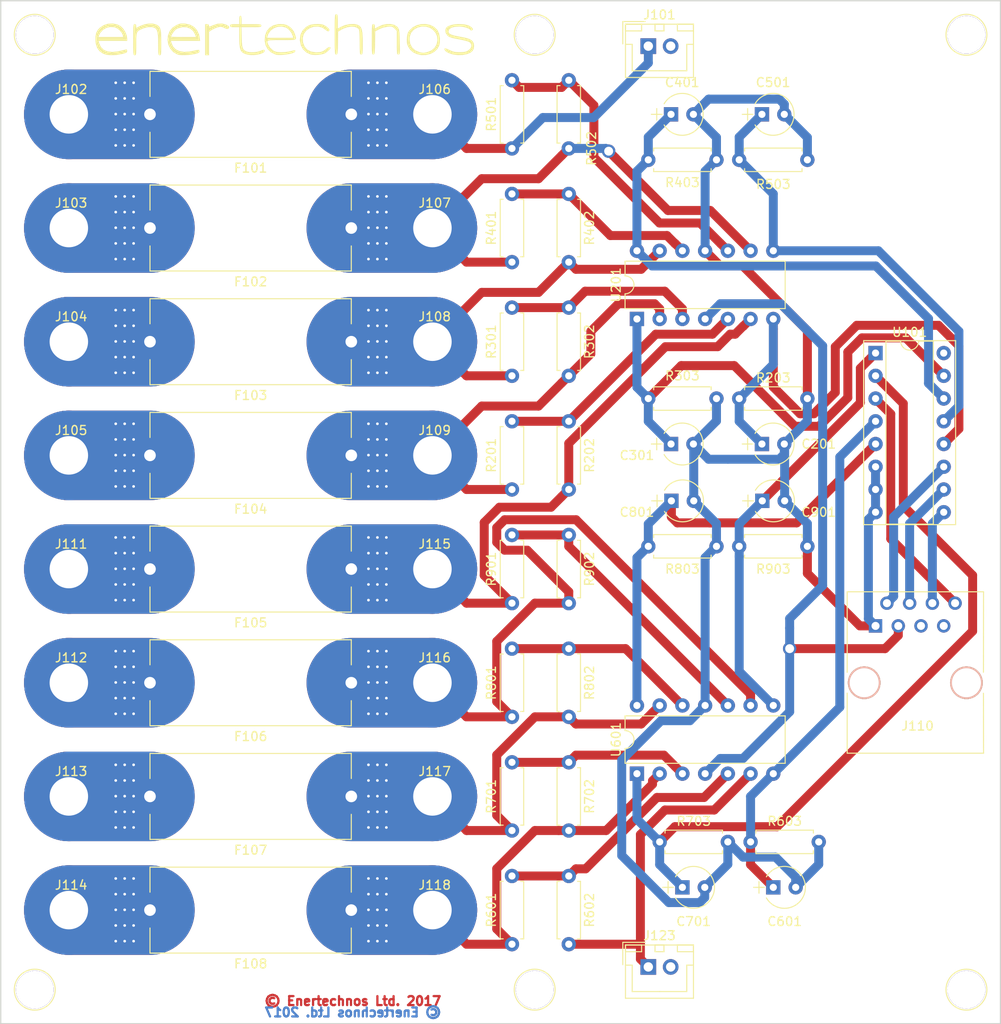
<source format=kicad_pcb>
(kicad_pcb (version 4) (host pcbnew 4.0.7)

  (general
    (links 108)
    (no_connects 0)
    (area 40.564999 68.167 152.475001 183.345)
    (thickness 1.6)
    (drawings 22)
    (tracks 358)
    (zones 0)
    (modules 309)
    (nets 40)
  )

  (page A4)
  (title_block
    (title "Fuse Board")
    (date 2018-01-04)
    (rev "Release 0.1a")
    (company "Enertechnos Ltd.")
    (comment 1 "APPROVED for Prototype")
  )

  (layers
    (0 F.Cu signal)
    (31 B.Cu signal)
    (32 B.Adhes user)
    (33 F.Adhes user)
    (34 B.Paste user)
    (35 F.Paste user)
    (36 B.SilkS user)
    (37 F.SilkS user)
    (38 B.Mask user)
    (39 F.Mask user)
    (40 Dwgs.User user)
    (41 Cmts.User user)
    (42 Eco1.User user)
    (43 Eco2.User user)
    (44 Edge.Cuts user)
    (45 Margin user)
    (46 B.CrtYd user)
    (47 F.CrtYd user)
    (48 B.Fab user)
    (49 F.Fab user)
  )

  (setup
    (last_trace_width 1)
    (trace_clearance 0.4)
    (zone_clearance 0.508)
    (zone_45_only no)
    (trace_min 0.2)
    (segment_width 0.2)
    (edge_width 0.15)
    (via_size 1.5)
    (via_drill 1)
    (via_min_size 0.4)
    (via_min_drill 0.3)
    (uvia_size 1)
    (uvia_drill 0.5)
    (uvias_allowed no)
    (uvia_min_size 0.2)
    (uvia_min_drill 0.1)
    (pcb_text_width 0.3)
    (pcb_text_size 1.5 1.5)
    (mod_edge_width 0.15)
    (mod_text_size 1 1)
    (mod_text_width 0.15)
    (pad_size 1.524 1.524)
    (pad_drill 0.762)
    (pad_to_mask_clearance 0.2)
    (aux_axis_origin 40.64 182.88)
    (visible_elements 7FFFFF7F)
    (pcbplotparams
      (layerselection 0x010e0_80000001)
      (usegerberextensions false)
      (excludeedgelayer true)
      (linewidth 0.100000)
      (plotframeref false)
      (viasonmask false)
      (mode 1)
      (useauxorigin true)
      (hpglpennumber 1)
      (hpglpenspeed 20)
      (hpglpendiameter 15)
      (hpglpenoverlay 2)
      (psnegative false)
      (psa4output false)
      (plotreference true)
      (plotvalue true)
      (plotinvisibletext false)
      (padsonsilk false)
      (subtractmaskfromsilk false)
      (outputformat 1)
      (mirror false)
      (drillshape 0)
      (scaleselection 1)
      (outputdirectory Plot/))
  )

  (net 0 "")
  (net 1 /VoltMeter1/+VE)
  (net 2 /VoltMeter2/+VE)
  (net 3 /VoltMeter3/+VE)
  (net 4 ARD_GND)
  (net 5 /VoltMeter5/+VE)
  (net 6 /VoltMeter6/+VE)
  (net 7 /VoltMeter7/+VE)
  (net 8 /VoltMeter8/+VE)
  (net 9 /VoltMeter4/+VE)
  (net 10 "Net-(R201-Pad2)")
  (net 11 "Net-(R301-Pad2)")
  (net 12 "Net-(R401-Pad2)")
  (net 13 "Net-(R501-Pad2)")
  (net 14 "Net-(R601-Pad2)")
  (net 15 "Net-(R701-Pad2)")
  (net 16 "Net-(R801-Pad2)")
  (net 17 "Net-(R901-Pad2)")
  (net 18 "Net-(F101-Pad2)")
  (net 19 "Net-(F102-Pad2)")
  (net 20 "Net-(F103-Pad2)")
  (net 21 "Net-(F104-Pad2)")
  (net 22 "Net-(F105-Pad2)")
  (net 23 "Net-(F106-Pad2)")
  (net 24 "Net-(F107-Pad2)")
  (net 25 "Net-(F108-Pad2)")
  (net 26 /VoltMeter8/-VE)
  (net 27 A)
  (net 28 B)
  (net 29 C)
  (net 30 COM)
  (net 31 V5)
  (net 32 V7)
  (net 33 V8)
  (net 34 V4)
  (net 35 V6)
  (net 36 V1)
  (net 37 V2)
  (net 38 V3)
  (net 39 ARD_VDD)

  (net_class Default "This is the default net class."
    (clearance 0.4)
    (trace_width 1)
    (via_dia 1.5)
    (via_drill 1)
    (uvia_dia 1)
    (uvia_drill 0.5)
    (add_net /VoltMeter1/+VE)
    (add_net /VoltMeter2/+VE)
    (add_net /VoltMeter3/+VE)
    (add_net /VoltMeter4/+VE)
    (add_net /VoltMeter5/+VE)
    (add_net /VoltMeter6/+VE)
    (add_net /VoltMeter7/+VE)
    (add_net /VoltMeter8/+VE)
    (add_net /VoltMeter8/-VE)
    (add_net A)
    (add_net ARD_GND)
    (add_net ARD_VDD)
    (add_net B)
    (add_net C)
    (add_net COM)
    (add_net "Net-(F101-Pad2)")
    (add_net "Net-(F102-Pad2)")
    (add_net "Net-(F103-Pad2)")
    (add_net "Net-(F104-Pad2)")
    (add_net "Net-(F105-Pad2)")
    (add_net "Net-(F106-Pad2)")
    (add_net "Net-(F107-Pad2)")
    (add_net "Net-(F108-Pad2)")
    (add_net "Net-(R201-Pad2)")
    (add_net "Net-(R301-Pad2)")
    (add_net "Net-(R401-Pad2)")
    (add_net "Net-(R501-Pad2)")
    (add_net "Net-(R601-Pad2)")
    (add_net "Net-(R701-Pad2)")
    (add_net "Net-(R801-Pad2)")
    (add_net "Net-(R901-Pad2)")
    (add_net V1)
    (add_net V2)
    (add_net V3)
    (add_net V4)
    (add_net V5)
    (add_net V6)
    (add_net V7)
    (add_net V8)
  )

  (module PartsLibraries:Via (layer F.Cu) (tedit 5A4E05E5) (tstamp 5A4E1858)
    (at 83.75 171.9)
    (fp_text reference REF** (at 0 1.27) (layer F.SilkS) hide
      (effects (font (size 1 1) (thickness 0.15)))
    )
    (fp_text value Via (at 0 -1.27) (layer F.Fab) hide
      (effects (font (size 1 1) (thickness 0.15)))
    )
    (pad 1 thru_hole circle (at 0 0) (size 0.6 0.6) (drill 0.3) (layers *.Cu)
      (zone_connect 2))
  )

  (module PartsLibraries:Via (layer F.Cu) (tedit 5A4E05E5) (tstamp 5A4E1854)
    (at 83.75 159.2)
    (fp_text reference REF** (at 0 1.27) (layer F.SilkS) hide
      (effects (font (size 1 1) (thickness 0.15)))
    )
    (fp_text value Via (at 0 -1.27) (layer F.Fab) hide
      (effects (font (size 1 1) (thickness 0.15)))
    )
    (pad 1 thru_hole circle (at 0 0) (size 0.6 0.6) (drill 0.3) (layers *.Cu)
      (zone_connect 2))
  )

  (module PartsLibraries:Via (layer F.Cu) (tedit 5A4E05E5) (tstamp 5A4E1850)
    (at 83.75 146.5)
    (fp_text reference REF** (at 0 1.27) (layer F.SilkS) hide
      (effects (font (size 1 1) (thickness 0.15)))
    )
    (fp_text value Via (at 0 -1.27) (layer F.Fab) hide
      (effects (font (size 1 1) (thickness 0.15)))
    )
    (pad 1 thru_hole circle (at 0 0) (size 0.6 0.6) (drill 0.3) (layers *.Cu)
      (zone_connect 2))
  )

  (module PartsLibraries:Via (layer F.Cu) (tedit 5A4E05E5) (tstamp 5A4E184C)
    (at 83.75 133.8)
    (fp_text reference REF** (at 0 1.27) (layer F.SilkS) hide
      (effects (font (size 1 1) (thickness 0.15)))
    )
    (fp_text value Via (at 0 -1.27) (layer F.Fab) hide
      (effects (font (size 1 1) (thickness 0.15)))
    )
    (pad 1 thru_hole circle (at 0 0) (size 0.6 0.6) (drill 0.3) (layers *.Cu)
      (zone_connect 2))
  )

  (module PartsLibraries:Via (layer F.Cu) (tedit 5A4E05E5) (tstamp 5A4E1848)
    (at 83.75 121.1)
    (fp_text reference REF** (at 0 1.27) (layer F.SilkS) hide
      (effects (font (size 1 1) (thickness 0.15)))
    )
    (fp_text value Via (at 0 -1.27) (layer F.Fab) hide
      (effects (font (size 1 1) (thickness 0.15)))
    )
    (pad 1 thru_hole circle (at 0 0) (size 0.6 0.6) (drill 0.3) (layers *.Cu)
      (zone_connect 2))
  )

  (module PartsLibraries:Via (layer F.Cu) (tedit 5A4E05E5) (tstamp 5A4E1844)
    (at 83.75 108.4)
    (fp_text reference REF** (at 0 1.27) (layer F.SilkS) hide
      (effects (font (size 1 1) (thickness 0.15)))
    )
    (fp_text value Via (at 0 -1.27) (layer F.Fab) hide
      (effects (font (size 1 1) (thickness 0.15)))
    )
    (pad 1 thru_hole circle (at 0 0) (size 0.6 0.6) (drill 0.3) (layers *.Cu)
      (zone_connect 2))
  )

  (module PartsLibraries:Via (layer F.Cu) (tedit 5A4E05E5) (tstamp 5A4E1840)
    (at 83.75 95.7)
    (fp_text reference REF** (at 0 1.27) (layer F.SilkS) hide
      (effects (font (size 1 1) (thickness 0.15)))
    )
    (fp_text value Via (at 0 -1.27) (layer F.Fab) hide
      (effects (font (size 1 1) (thickness 0.15)))
    )
    (pad 1 thru_hole circle (at 0 0) (size 0.6 0.6) (drill 0.3) (layers *.Cu)
      (zone_connect 2))
  )

  (module PartsLibraries:Via (layer F.Cu) (tedit 5A4E05E5) (tstamp 5A4E183C)
    (at 82.75 166.65)
    (fp_text reference REF** (at 0 1.27) (layer F.SilkS) hide
      (effects (font (size 1 1) (thickness 0.15)))
    )
    (fp_text value Via (at 0 -1.27) (layer F.Fab) hide
      (effects (font (size 1 1) (thickness 0.15)))
    )
    (pad 1 thru_hole circle (at 0 0) (size 0.6 0.6) (drill 0.3) (layers *.Cu)
      (zone_connect 2))
  )

  (module PartsLibraries:Via (layer F.Cu) (tedit 5A4E05E5) (tstamp 5A4E1838)
    (at 82.75 153.95)
    (fp_text reference REF** (at 0 1.27) (layer F.SilkS) hide
      (effects (font (size 1 1) (thickness 0.15)))
    )
    (fp_text value Via (at 0 -1.27) (layer F.Fab) hide
      (effects (font (size 1 1) (thickness 0.15)))
    )
    (pad 1 thru_hole circle (at 0 0) (size 0.6 0.6) (drill 0.3) (layers *.Cu)
      (zone_connect 2))
  )

  (module PartsLibraries:Via (layer F.Cu) (tedit 5A4E05E5) (tstamp 5A4E1834)
    (at 82.75 141.25)
    (fp_text reference REF** (at 0 1.27) (layer F.SilkS) hide
      (effects (font (size 1 1) (thickness 0.15)))
    )
    (fp_text value Via (at 0 -1.27) (layer F.Fab) hide
      (effects (font (size 1 1) (thickness 0.15)))
    )
    (pad 1 thru_hole circle (at 0 0) (size 0.6 0.6) (drill 0.3) (layers *.Cu)
      (zone_connect 2))
  )

  (module PartsLibraries:Via (layer F.Cu) (tedit 5A4E05E5) (tstamp 5A4E1830)
    (at 82.75 128.55)
    (fp_text reference REF** (at 0 1.27) (layer F.SilkS) hide
      (effects (font (size 1 1) (thickness 0.15)))
    )
    (fp_text value Via (at 0 -1.27) (layer F.Fab) hide
      (effects (font (size 1 1) (thickness 0.15)))
    )
    (pad 1 thru_hole circle (at 0 0) (size 0.6 0.6) (drill 0.3) (layers *.Cu)
      (zone_connect 2))
  )

  (module PartsLibraries:Via (layer F.Cu) (tedit 5A4E05E5) (tstamp 5A4E182C)
    (at 82.75 115.85)
    (fp_text reference REF** (at 0 1.27) (layer F.SilkS) hide
      (effects (font (size 1 1) (thickness 0.15)))
    )
    (fp_text value Via (at 0 -1.27) (layer F.Fab) hide
      (effects (font (size 1 1) (thickness 0.15)))
    )
    (pad 1 thru_hole circle (at 0 0) (size 0.6 0.6) (drill 0.3) (layers *.Cu)
      (zone_connect 2))
  )

  (module PartsLibraries:Via (layer F.Cu) (tedit 5A4E05E5) (tstamp 5A4E1828)
    (at 82.75 103.15)
    (fp_text reference REF** (at 0 1.27) (layer F.SilkS) hide
      (effects (font (size 1 1) (thickness 0.15)))
    )
    (fp_text value Via (at 0 -1.27) (layer F.Fab) hide
      (effects (font (size 1 1) (thickness 0.15)))
    )
    (pad 1 thru_hole circle (at 0 0) (size 0.6 0.6) (drill 0.3) (layers *.Cu)
      (zone_connect 2))
  )

  (module PartsLibraries:Via (layer F.Cu) (tedit 5A4E05E5) (tstamp 5A4E1824)
    (at 82.75 90.45)
    (fp_text reference REF** (at 0 1.27) (layer F.SilkS) hide
      (effects (font (size 1 1) (thickness 0.15)))
    )
    (fp_text value Via (at 0 -1.27) (layer F.Fab) hide
      (effects (font (size 1 1) (thickness 0.15)))
    )
    (pad 1 thru_hole circle (at 0 0) (size 0.6 0.6) (drill 0.3) (layers *.Cu)
      (zone_connect 2))
  )

  (module PartsLibraries:Via (layer F.Cu) (tedit 5A4E05E5) (tstamp 5A4E1820)
    (at 82.75 171.9)
    (fp_text reference REF** (at 0 1.27) (layer F.SilkS) hide
      (effects (font (size 1 1) (thickness 0.15)))
    )
    (fp_text value Via (at 0 -1.27) (layer F.Fab) hide
      (effects (font (size 1 1) (thickness 0.15)))
    )
    (pad 1 thru_hole circle (at 0 0) (size 0.6 0.6) (drill 0.3) (layers *.Cu)
      (zone_connect 2))
  )

  (module PartsLibraries:Via (layer F.Cu) (tedit 5A4E05E5) (tstamp 5A4E181C)
    (at 82.75 159.2)
    (fp_text reference REF** (at 0 1.27) (layer F.SilkS) hide
      (effects (font (size 1 1) (thickness 0.15)))
    )
    (fp_text value Via (at 0 -1.27) (layer F.Fab) hide
      (effects (font (size 1 1) (thickness 0.15)))
    )
    (pad 1 thru_hole circle (at 0 0) (size 0.6 0.6) (drill 0.3) (layers *.Cu)
      (zone_connect 2))
  )

  (module PartsLibraries:Via (layer F.Cu) (tedit 5A4E05E5) (tstamp 5A4E1818)
    (at 82.75 146.5)
    (fp_text reference REF** (at 0 1.27) (layer F.SilkS) hide
      (effects (font (size 1 1) (thickness 0.15)))
    )
    (fp_text value Via (at 0 -1.27) (layer F.Fab) hide
      (effects (font (size 1 1) (thickness 0.15)))
    )
    (pad 1 thru_hole circle (at 0 0) (size 0.6 0.6) (drill 0.3) (layers *.Cu)
      (zone_connect 2))
  )

  (module PartsLibraries:Via (layer F.Cu) (tedit 5A4E05E5) (tstamp 5A4E1814)
    (at 82.75 133.8)
    (fp_text reference REF** (at 0 1.27) (layer F.SilkS) hide
      (effects (font (size 1 1) (thickness 0.15)))
    )
    (fp_text value Via (at 0 -1.27) (layer F.Fab) hide
      (effects (font (size 1 1) (thickness 0.15)))
    )
    (pad 1 thru_hole circle (at 0 0) (size 0.6 0.6) (drill 0.3) (layers *.Cu)
      (zone_connect 2))
  )

  (module PartsLibraries:Via (layer F.Cu) (tedit 5A4E05E5) (tstamp 5A4E1810)
    (at 82.75 121.1)
    (fp_text reference REF** (at 0 1.27) (layer F.SilkS) hide
      (effects (font (size 1 1) (thickness 0.15)))
    )
    (fp_text value Via (at 0 -1.27) (layer F.Fab) hide
      (effects (font (size 1 1) (thickness 0.15)))
    )
    (pad 1 thru_hole circle (at 0 0) (size 0.6 0.6) (drill 0.3) (layers *.Cu)
      (zone_connect 2))
  )

  (module PartsLibraries:Via (layer F.Cu) (tedit 5A4E05E5) (tstamp 5A4E180C)
    (at 82.75 108.4)
    (fp_text reference REF** (at 0 1.27) (layer F.SilkS) hide
      (effects (font (size 1 1) (thickness 0.15)))
    )
    (fp_text value Via (at 0 -1.27) (layer F.Fab) hide
      (effects (font (size 1 1) (thickness 0.15)))
    )
    (pad 1 thru_hole circle (at 0 0) (size 0.6 0.6) (drill 0.3) (layers *.Cu)
      (zone_connect 2))
  )

  (module PartsLibraries:Via (layer F.Cu) (tedit 5A4E05E5) (tstamp 5A4E1808)
    (at 82.75 95.7)
    (fp_text reference REF** (at 0 1.27) (layer F.SilkS) hide
      (effects (font (size 1 1) (thickness 0.15)))
    )
    (fp_text value Via (at 0 -1.27) (layer F.Fab) hide
      (effects (font (size 1 1) (thickness 0.15)))
    )
    (pad 1 thru_hole circle (at 0 0) (size 0.6 0.6) (drill 0.3) (layers *.Cu)
      (zone_connect 2))
  )

  (module PartsLibraries:Via (layer F.Cu) (tedit 5A4E05E5) (tstamp 5A4E1804)
    (at 83.75 166.65)
    (fp_text reference REF** (at 0 1.27) (layer F.SilkS) hide
      (effects (font (size 1 1) (thickness 0.15)))
    )
    (fp_text value Via (at 0 -1.27) (layer F.Fab) hide
      (effects (font (size 1 1) (thickness 0.15)))
    )
    (pad 1 thru_hole circle (at 0 0) (size 0.6 0.6) (drill 0.3) (layers *.Cu)
      (zone_connect 2))
  )

  (module PartsLibraries:Via (layer F.Cu) (tedit 5A4E05E5) (tstamp 5A4E1800)
    (at 83.75 153.95)
    (fp_text reference REF** (at 0 1.27) (layer F.SilkS) hide
      (effects (font (size 1 1) (thickness 0.15)))
    )
    (fp_text value Via (at 0 -1.27) (layer F.Fab) hide
      (effects (font (size 1 1) (thickness 0.15)))
    )
    (pad 1 thru_hole circle (at 0 0) (size 0.6 0.6) (drill 0.3) (layers *.Cu)
      (zone_connect 2))
  )

  (module PartsLibraries:Via (layer F.Cu) (tedit 5A4E05E5) (tstamp 5A4E17FC)
    (at 83.75 141.25)
    (fp_text reference REF** (at 0 1.27) (layer F.SilkS) hide
      (effects (font (size 1 1) (thickness 0.15)))
    )
    (fp_text value Via (at 0 -1.27) (layer F.Fab) hide
      (effects (font (size 1 1) (thickness 0.15)))
    )
    (pad 1 thru_hole circle (at 0 0) (size 0.6 0.6) (drill 0.3) (layers *.Cu)
      (zone_connect 2))
  )

  (module PartsLibraries:Via (layer F.Cu) (tedit 5A4E05E5) (tstamp 5A4E17F8)
    (at 83.75 128.55)
    (fp_text reference REF** (at 0 1.27) (layer F.SilkS) hide
      (effects (font (size 1 1) (thickness 0.15)))
    )
    (fp_text value Via (at 0 -1.27) (layer F.Fab) hide
      (effects (font (size 1 1) (thickness 0.15)))
    )
    (pad 1 thru_hole circle (at 0 0) (size 0.6 0.6) (drill 0.3) (layers *.Cu)
      (zone_connect 2))
  )

  (module PartsLibraries:Via (layer F.Cu) (tedit 5A4E05E5) (tstamp 5A4E17F4)
    (at 83.75 115.85)
    (fp_text reference REF** (at 0 1.27) (layer F.SilkS) hide
      (effects (font (size 1 1) (thickness 0.15)))
    )
    (fp_text value Via (at 0 -1.27) (layer F.Fab) hide
      (effects (font (size 1 1) (thickness 0.15)))
    )
    (pad 1 thru_hole circle (at 0 0) (size 0.6 0.6) (drill 0.3) (layers *.Cu)
      (zone_connect 2))
  )

  (module PartsLibraries:Via (layer F.Cu) (tedit 5A4E05E5) (tstamp 5A4E17F0)
    (at 83.75 103.15)
    (fp_text reference REF** (at 0 1.27) (layer F.SilkS) hide
      (effects (font (size 1 1) (thickness 0.15)))
    )
    (fp_text value Via (at 0 -1.27) (layer F.Fab) hide
      (effects (font (size 1 1) (thickness 0.15)))
    )
    (pad 1 thru_hole circle (at 0 0) (size 0.6 0.6) (drill 0.3) (layers *.Cu)
      (zone_connect 2))
  )

  (module PartsLibraries:Via (layer F.Cu) (tedit 5A4E05E5) (tstamp 5A4E17EC)
    (at 83.75 90.45)
    (fp_text reference REF** (at 0 1.27) (layer F.SilkS) hide
      (effects (font (size 1 1) (thickness 0.15)))
    )
    (fp_text value Via (at 0 -1.27) (layer F.Fab) hide
      (effects (font (size 1 1) (thickness 0.15)))
    )
    (pad 1 thru_hole circle (at 0 0) (size 0.6 0.6) (drill 0.3) (layers *.Cu)
      (zone_connect 2))
  )

  (module PartsLibraries:Via (layer F.Cu) (tedit 5A4E05E5) (tstamp 5A4E17E8)
    (at 83.75 168.4)
    (fp_text reference REF** (at 0 1.27) (layer F.SilkS) hide
      (effects (font (size 1 1) (thickness 0.15)))
    )
    (fp_text value Via (at 0 -1.27) (layer F.Fab) hide
      (effects (font (size 1 1) (thickness 0.15)))
    )
    (pad 1 thru_hole circle (at 0 0) (size 0.6 0.6) (drill 0.3) (layers *.Cu)
      (zone_connect 2))
  )

  (module PartsLibraries:Via (layer F.Cu) (tedit 5A4E05E5) (tstamp 5A4E17E4)
    (at 83.75 155.7)
    (fp_text reference REF** (at 0 1.27) (layer F.SilkS) hide
      (effects (font (size 1 1) (thickness 0.15)))
    )
    (fp_text value Via (at 0 -1.27) (layer F.Fab) hide
      (effects (font (size 1 1) (thickness 0.15)))
    )
    (pad 1 thru_hole circle (at 0 0) (size 0.6 0.6) (drill 0.3) (layers *.Cu)
      (zone_connect 2))
  )

  (module PartsLibraries:Via (layer F.Cu) (tedit 5A4E05E5) (tstamp 5A4E17E0)
    (at 83.75 143)
    (fp_text reference REF** (at 0 1.27) (layer F.SilkS) hide
      (effects (font (size 1 1) (thickness 0.15)))
    )
    (fp_text value Via (at 0 -1.27) (layer F.Fab) hide
      (effects (font (size 1 1) (thickness 0.15)))
    )
    (pad 1 thru_hole circle (at 0 0) (size 0.6 0.6) (drill 0.3) (layers *.Cu)
      (zone_connect 2))
  )

  (module PartsLibraries:Via (layer F.Cu) (tedit 5A4E05E5) (tstamp 5A4E17DC)
    (at 83.75 130.3)
    (fp_text reference REF** (at 0 1.27) (layer F.SilkS) hide
      (effects (font (size 1 1) (thickness 0.15)))
    )
    (fp_text value Via (at 0 -1.27) (layer F.Fab) hide
      (effects (font (size 1 1) (thickness 0.15)))
    )
    (pad 1 thru_hole circle (at 0 0) (size 0.6 0.6) (drill 0.3) (layers *.Cu)
      (zone_connect 2))
  )

  (module PartsLibraries:Via (layer F.Cu) (tedit 5A4E05E5) (tstamp 5A4E17D8)
    (at 83.75 117.6)
    (fp_text reference REF** (at 0 1.27) (layer F.SilkS) hide
      (effects (font (size 1 1) (thickness 0.15)))
    )
    (fp_text value Via (at 0 -1.27) (layer F.Fab) hide
      (effects (font (size 1 1) (thickness 0.15)))
    )
    (pad 1 thru_hole circle (at 0 0) (size 0.6 0.6) (drill 0.3) (layers *.Cu)
      (zone_connect 2))
  )

  (module PartsLibraries:Via (layer F.Cu) (tedit 5A4E05E5) (tstamp 5A4E17D4)
    (at 83.75 104.9)
    (fp_text reference REF** (at 0 1.27) (layer F.SilkS) hide
      (effects (font (size 1 1) (thickness 0.15)))
    )
    (fp_text value Via (at 0 -1.27) (layer F.Fab) hide
      (effects (font (size 1 1) (thickness 0.15)))
    )
    (pad 1 thru_hole circle (at 0 0) (size 0.6 0.6) (drill 0.3) (layers *.Cu)
      (zone_connect 2))
  )

  (module PartsLibraries:Via (layer F.Cu) (tedit 5A4E05E5) (tstamp 5A4E17D0)
    (at 83.75 92.2)
    (fp_text reference REF** (at 0 1.27) (layer F.SilkS) hide
      (effects (font (size 1 1) (thickness 0.15)))
    )
    (fp_text value Via (at 0 -1.27) (layer F.Fab) hide
      (effects (font (size 1 1) (thickness 0.15)))
    )
    (pad 1 thru_hole circle (at 0 0) (size 0.6 0.6) (drill 0.3) (layers *.Cu)
      (zone_connect 2))
  )

  (module PartsLibraries:Via (layer F.Cu) (tedit 5A4E05E5) (tstamp 5A4E17CC)
    (at 83.75 170.15)
    (fp_text reference REF** (at 0 1.27) (layer F.SilkS) hide
      (effects (font (size 1 1) (thickness 0.15)))
    )
    (fp_text value Via (at 0 -1.27) (layer F.Fab) hide
      (effects (font (size 1 1) (thickness 0.15)))
    )
    (pad 1 thru_hole circle (at 0 0) (size 0.6 0.6) (drill 0.3) (layers *.Cu)
      (zone_connect 2))
  )

  (module PartsLibraries:Via (layer F.Cu) (tedit 5A4E05E5) (tstamp 5A4E17C8)
    (at 83.75 157.45)
    (fp_text reference REF** (at 0 1.27) (layer F.SilkS) hide
      (effects (font (size 1 1) (thickness 0.15)))
    )
    (fp_text value Via (at 0 -1.27) (layer F.Fab) hide
      (effects (font (size 1 1) (thickness 0.15)))
    )
    (pad 1 thru_hole circle (at 0 0) (size 0.6 0.6) (drill 0.3) (layers *.Cu)
      (zone_connect 2))
  )

  (module PartsLibraries:Via (layer F.Cu) (tedit 5A4E05E5) (tstamp 5A4E17C4)
    (at 83.75 144.75)
    (fp_text reference REF** (at 0 1.27) (layer F.SilkS) hide
      (effects (font (size 1 1) (thickness 0.15)))
    )
    (fp_text value Via (at 0 -1.27) (layer F.Fab) hide
      (effects (font (size 1 1) (thickness 0.15)))
    )
    (pad 1 thru_hole circle (at 0 0) (size 0.6 0.6) (drill 0.3) (layers *.Cu)
      (zone_connect 2))
  )

  (module PartsLibraries:Via (layer F.Cu) (tedit 5A4E05E5) (tstamp 5A4E17C0)
    (at 83.75 132.05)
    (fp_text reference REF** (at 0 1.27) (layer F.SilkS) hide
      (effects (font (size 1 1) (thickness 0.15)))
    )
    (fp_text value Via (at 0 -1.27) (layer F.Fab) hide
      (effects (font (size 1 1) (thickness 0.15)))
    )
    (pad 1 thru_hole circle (at 0 0) (size 0.6 0.6) (drill 0.3) (layers *.Cu)
      (zone_connect 2))
  )

  (module PartsLibraries:Via (layer F.Cu) (tedit 5A4E05E5) (tstamp 5A4E17BC)
    (at 83.75 119.35)
    (fp_text reference REF** (at 0 1.27) (layer F.SilkS) hide
      (effects (font (size 1 1) (thickness 0.15)))
    )
    (fp_text value Via (at 0 -1.27) (layer F.Fab) hide
      (effects (font (size 1 1) (thickness 0.15)))
    )
    (pad 1 thru_hole circle (at 0 0) (size 0.6 0.6) (drill 0.3) (layers *.Cu)
      (zone_connect 2))
  )

  (module PartsLibraries:Via (layer F.Cu) (tedit 5A4E05E5) (tstamp 5A4E17B8)
    (at 83.75 106.65)
    (fp_text reference REF** (at 0 1.27) (layer F.SilkS) hide
      (effects (font (size 1 1) (thickness 0.15)))
    )
    (fp_text value Via (at 0 -1.27) (layer F.Fab) hide
      (effects (font (size 1 1) (thickness 0.15)))
    )
    (pad 1 thru_hole circle (at 0 0) (size 0.6 0.6) (drill 0.3) (layers *.Cu)
      (zone_connect 2))
  )

  (module PartsLibraries:Via (layer F.Cu) (tedit 5A4E05E5) (tstamp 5A4E17B4)
    (at 83.75 93.95)
    (fp_text reference REF** (at 0 1.27) (layer F.SilkS) hide
      (effects (font (size 1 1) (thickness 0.15)))
    )
    (fp_text value Via (at 0 -1.27) (layer F.Fab) hide
      (effects (font (size 1 1) (thickness 0.15)))
    )
    (pad 1 thru_hole circle (at 0 0) (size 0.6 0.6) (drill 0.3) (layers *.Cu)
      (zone_connect 2))
  )

  (module PartsLibraries:Via (layer F.Cu) (tedit 5A4E05E5) (tstamp 5A4E17B0)
    (at 82.75 170.15)
    (fp_text reference REF** (at 0 1.27) (layer F.SilkS) hide
      (effects (font (size 1 1) (thickness 0.15)))
    )
    (fp_text value Via (at 0 -1.27) (layer F.Fab) hide
      (effects (font (size 1 1) (thickness 0.15)))
    )
    (pad 1 thru_hole circle (at 0 0) (size 0.6 0.6) (drill 0.3) (layers *.Cu)
      (zone_connect 2))
  )

  (module PartsLibraries:Via (layer F.Cu) (tedit 5A4E05E5) (tstamp 5A4E17AC)
    (at 82.75 157.45)
    (fp_text reference REF** (at 0 1.27) (layer F.SilkS) hide
      (effects (font (size 1 1) (thickness 0.15)))
    )
    (fp_text value Via (at 0 -1.27) (layer F.Fab) hide
      (effects (font (size 1 1) (thickness 0.15)))
    )
    (pad 1 thru_hole circle (at 0 0) (size 0.6 0.6) (drill 0.3) (layers *.Cu)
      (zone_connect 2))
  )

  (module PartsLibraries:Via (layer F.Cu) (tedit 5A4E05E5) (tstamp 5A4E17A8)
    (at 82.75 144.75)
    (fp_text reference REF** (at 0 1.27) (layer F.SilkS) hide
      (effects (font (size 1 1) (thickness 0.15)))
    )
    (fp_text value Via (at 0 -1.27) (layer F.Fab) hide
      (effects (font (size 1 1) (thickness 0.15)))
    )
    (pad 1 thru_hole circle (at 0 0) (size 0.6 0.6) (drill 0.3) (layers *.Cu)
      (zone_connect 2))
  )

  (module PartsLibraries:Via (layer F.Cu) (tedit 5A4E05E5) (tstamp 5A4E17A4)
    (at 82.75 132.05)
    (fp_text reference REF** (at 0 1.27) (layer F.SilkS) hide
      (effects (font (size 1 1) (thickness 0.15)))
    )
    (fp_text value Via (at 0 -1.27) (layer F.Fab) hide
      (effects (font (size 1 1) (thickness 0.15)))
    )
    (pad 1 thru_hole circle (at 0 0) (size 0.6 0.6) (drill 0.3) (layers *.Cu)
      (zone_connect 2))
  )

  (module PartsLibraries:Via (layer F.Cu) (tedit 5A4E05E5) (tstamp 5A4E17A0)
    (at 82.75 119.35)
    (fp_text reference REF** (at 0 1.27) (layer F.SilkS) hide
      (effects (font (size 1 1) (thickness 0.15)))
    )
    (fp_text value Via (at 0 -1.27) (layer F.Fab) hide
      (effects (font (size 1 1) (thickness 0.15)))
    )
    (pad 1 thru_hole circle (at 0 0) (size 0.6 0.6) (drill 0.3) (layers *.Cu)
      (zone_connect 2))
  )

  (module PartsLibraries:Via (layer F.Cu) (tedit 5A4E05E5) (tstamp 5A4E179C)
    (at 82.75 106.65)
    (fp_text reference REF** (at 0 1.27) (layer F.SilkS) hide
      (effects (font (size 1 1) (thickness 0.15)))
    )
    (fp_text value Via (at 0 -1.27) (layer F.Fab) hide
      (effects (font (size 1 1) (thickness 0.15)))
    )
    (pad 1 thru_hole circle (at 0 0) (size 0.6 0.6) (drill 0.3) (layers *.Cu)
      (zone_connect 2))
  )

  (module PartsLibraries:Via (layer F.Cu) (tedit 5A4E05E5) (tstamp 5A4E1798)
    (at 82.75 93.95)
    (fp_text reference REF** (at 0 1.27) (layer F.SilkS) hide
      (effects (font (size 1 1) (thickness 0.15)))
    )
    (fp_text value Via (at 0 -1.27) (layer F.Fab) hide
      (effects (font (size 1 1) (thickness 0.15)))
    )
    (pad 1 thru_hole circle (at 0 0) (size 0.6 0.6) (drill 0.3) (layers *.Cu)
      (zone_connect 2))
  )

  (module PartsLibraries:Via (layer F.Cu) (tedit 5A4E05E5) (tstamp 5A4E1794)
    (at 82.75 168.4)
    (fp_text reference REF** (at 0 1.27) (layer F.SilkS) hide
      (effects (font (size 1 1) (thickness 0.15)))
    )
    (fp_text value Via (at 0 -1.27) (layer F.Fab) hide
      (effects (font (size 1 1) (thickness 0.15)))
    )
    (pad 1 thru_hole circle (at 0 0) (size 0.6 0.6) (drill 0.3) (layers *.Cu)
      (zone_connect 2))
  )

  (module PartsLibraries:Via (layer F.Cu) (tedit 5A4E05E5) (tstamp 5A4E1790)
    (at 82.75 155.7)
    (fp_text reference REF** (at 0 1.27) (layer F.SilkS) hide
      (effects (font (size 1 1) (thickness 0.15)))
    )
    (fp_text value Via (at 0 -1.27) (layer F.Fab) hide
      (effects (font (size 1 1) (thickness 0.15)))
    )
    (pad 1 thru_hole circle (at 0 0) (size 0.6 0.6) (drill 0.3) (layers *.Cu)
      (zone_connect 2))
  )

  (module PartsLibraries:Via (layer F.Cu) (tedit 5A4E05E5) (tstamp 5A4E178C)
    (at 82.75 143)
    (fp_text reference REF** (at 0 1.27) (layer F.SilkS) hide
      (effects (font (size 1 1) (thickness 0.15)))
    )
    (fp_text value Via (at 0 -1.27) (layer F.Fab) hide
      (effects (font (size 1 1) (thickness 0.15)))
    )
    (pad 1 thru_hole circle (at 0 0) (size 0.6 0.6) (drill 0.3) (layers *.Cu)
      (zone_connect 2))
  )

  (module PartsLibraries:Via (layer F.Cu) (tedit 5A4E05E5) (tstamp 5A4E1788)
    (at 82.75 130.3)
    (fp_text reference REF** (at 0 1.27) (layer F.SilkS) hide
      (effects (font (size 1 1) (thickness 0.15)))
    )
    (fp_text value Via (at 0 -1.27) (layer F.Fab) hide
      (effects (font (size 1 1) (thickness 0.15)))
    )
    (pad 1 thru_hole circle (at 0 0) (size 0.6 0.6) (drill 0.3) (layers *.Cu)
      (zone_connect 2))
  )

  (module PartsLibraries:Via (layer F.Cu) (tedit 5A4E05E5) (tstamp 5A4E1784)
    (at 82.75 117.6)
    (fp_text reference REF** (at 0 1.27) (layer F.SilkS) hide
      (effects (font (size 1 1) (thickness 0.15)))
    )
    (fp_text value Via (at 0 -1.27) (layer F.Fab) hide
      (effects (font (size 1 1) (thickness 0.15)))
    )
    (pad 1 thru_hole circle (at 0 0) (size 0.6 0.6) (drill 0.3) (layers *.Cu)
      (zone_connect 2))
  )

  (module PartsLibraries:Via (layer F.Cu) (tedit 5A4E05E5) (tstamp 5A4E1780)
    (at 82.75 104.9)
    (fp_text reference REF** (at 0 1.27) (layer F.SilkS) hide
      (effects (font (size 1 1) (thickness 0.15)))
    )
    (fp_text value Via (at 0 -1.27) (layer F.Fab) hide
      (effects (font (size 1 1) (thickness 0.15)))
    )
    (pad 1 thru_hole circle (at 0 0) (size 0.6 0.6) (drill 0.3) (layers *.Cu)
      (zone_connect 2))
  )

  (module PartsLibraries:Via (layer F.Cu) (tedit 5A4E05E5) (tstamp 5A4E177C)
    (at 82.75 92.2)
    (fp_text reference REF** (at 0 1.27) (layer F.SilkS) hide
      (effects (font (size 1 1) (thickness 0.15)))
    )
    (fp_text value Via (at 0 -1.27) (layer F.Fab) hide
      (effects (font (size 1 1) (thickness 0.15)))
    )
    (pad 1 thru_hole circle (at 0 0) (size 0.6 0.6) (drill 0.3) (layers *.Cu)
      (zone_connect 2))
  )

  (module PartsLibraries:Via (layer F.Cu) (tedit 5A4E05E5) (tstamp 5A4E1778)
    (at 81.75 173.65)
    (fp_text reference REF** (at 0 1.27) (layer F.SilkS) hide
      (effects (font (size 1 1) (thickness 0.15)))
    )
    (fp_text value Via (at 0 -1.27) (layer F.Fab) hide
      (effects (font (size 1 1) (thickness 0.15)))
    )
    (pad 1 thru_hole circle (at 0 0) (size 0.6 0.6) (drill 0.3) (layers *.Cu)
      (zone_connect 2))
  )

  (module PartsLibraries:Via (layer F.Cu) (tedit 5A4E05E5) (tstamp 5A4E1774)
    (at 81.75 160.95)
    (fp_text reference REF** (at 0 1.27) (layer F.SilkS) hide
      (effects (font (size 1 1) (thickness 0.15)))
    )
    (fp_text value Via (at 0 -1.27) (layer F.Fab) hide
      (effects (font (size 1 1) (thickness 0.15)))
    )
    (pad 1 thru_hole circle (at 0 0) (size 0.6 0.6) (drill 0.3) (layers *.Cu)
      (zone_connect 2))
  )

  (module PartsLibraries:Via (layer F.Cu) (tedit 5A4E05E5) (tstamp 5A4E1770)
    (at 81.75 148.25)
    (fp_text reference REF** (at 0 1.27) (layer F.SilkS) hide
      (effects (font (size 1 1) (thickness 0.15)))
    )
    (fp_text value Via (at 0 -1.27) (layer F.Fab) hide
      (effects (font (size 1 1) (thickness 0.15)))
    )
    (pad 1 thru_hole circle (at 0 0) (size 0.6 0.6) (drill 0.3) (layers *.Cu)
      (zone_connect 2))
  )

  (module PartsLibraries:Via (layer F.Cu) (tedit 5A4E05E5) (tstamp 5A4E176C)
    (at 81.75 135.55)
    (fp_text reference REF** (at 0 1.27) (layer F.SilkS) hide
      (effects (font (size 1 1) (thickness 0.15)))
    )
    (fp_text value Via (at 0 -1.27) (layer F.Fab) hide
      (effects (font (size 1 1) (thickness 0.15)))
    )
    (pad 1 thru_hole circle (at 0 0) (size 0.6 0.6) (drill 0.3) (layers *.Cu)
      (zone_connect 2))
  )

  (module PartsLibraries:Via (layer F.Cu) (tedit 5A4E05E5) (tstamp 5A4E1768)
    (at 81.75 122.85)
    (fp_text reference REF** (at 0 1.27) (layer F.SilkS) hide
      (effects (font (size 1 1) (thickness 0.15)))
    )
    (fp_text value Via (at 0 -1.27) (layer F.Fab) hide
      (effects (font (size 1 1) (thickness 0.15)))
    )
    (pad 1 thru_hole circle (at 0 0) (size 0.6 0.6) (drill 0.3) (layers *.Cu)
      (zone_connect 2))
  )

  (module PartsLibraries:Via (layer F.Cu) (tedit 5A4E05E5) (tstamp 5A4E1764)
    (at 81.75 110.15)
    (fp_text reference REF** (at 0 1.27) (layer F.SilkS) hide
      (effects (font (size 1 1) (thickness 0.15)))
    )
    (fp_text value Via (at 0 -1.27) (layer F.Fab) hide
      (effects (font (size 1 1) (thickness 0.15)))
    )
    (pad 1 thru_hole circle (at 0 0) (size 0.6 0.6) (drill 0.3) (layers *.Cu)
      (zone_connect 2))
  )

  (module PartsLibraries:Via (layer F.Cu) (tedit 5A4E05E5) (tstamp 5A4E1760)
    (at 81.75 97.45)
    (fp_text reference REF** (at 0 1.27) (layer F.SilkS) hide
      (effects (font (size 1 1) (thickness 0.15)))
    )
    (fp_text value Via (at 0 -1.27) (layer F.Fab) hide
      (effects (font (size 1 1) (thickness 0.15)))
    )
    (pad 1 thru_hole circle (at 0 0) (size 0.6 0.6) (drill 0.3) (layers *.Cu)
      (zone_connect 2))
  )

  (module PartsLibraries:Via (layer F.Cu) (tedit 5A4E05E5) (tstamp 5A4E175C)
    (at 81.75 171.9)
    (fp_text reference REF** (at 0 1.27) (layer F.SilkS) hide
      (effects (font (size 1 1) (thickness 0.15)))
    )
    (fp_text value Via (at 0 -1.27) (layer F.Fab) hide
      (effects (font (size 1 1) (thickness 0.15)))
    )
    (pad 1 thru_hole circle (at 0 0) (size 0.6 0.6) (drill 0.3) (layers *.Cu)
      (zone_connect 2))
  )

  (module PartsLibraries:Via (layer F.Cu) (tedit 5A4E05E5) (tstamp 5A4E1758)
    (at 81.75 159.2)
    (fp_text reference REF** (at 0 1.27) (layer F.SilkS) hide
      (effects (font (size 1 1) (thickness 0.15)))
    )
    (fp_text value Via (at 0 -1.27) (layer F.Fab) hide
      (effects (font (size 1 1) (thickness 0.15)))
    )
    (pad 1 thru_hole circle (at 0 0) (size 0.6 0.6) (drill 0.3) (layers *.Cu)
      (zone_connect 2))
  )

  (module PartsLibraries:Via (layer F.Cu) (tedit 5A4E05E5) (tstamp 5A4E1754)
    (at 81.75 146.5)
    (fp_text reference REF** (at 0 1.27) (layer F.SilkS) hide
      (effects (font (size 1 1) (thickness 0.15)))
    )
    (fp_text value Via (at 0 -1.27) (layer F.Fab) hide
      (effects (font (size 1 1) (thickness 0.15)))
    )
    (pad 1 thru_hole circle (at 0 0) (size 0.6 0.6) (drill 0.3) (layers *.Cu)
      (zone_connect 2))
  )

  (module PartsLibraries:Via (layer F.Cu) (tedit 5A4E05E5) (tstamp 5A4E1750)
    (at 81.75 133.8)
    (fp_text reference REF** (at 0 1.27) (layer F.SilkS) hide
      (effects (font (size 1 1) (thickness 0.15)))
    )
    (fp_text value Via (at 0 -1.27) (layer F.Fab) hide
      (effects (font (size 1 1) (thickness 0.15)))
    )
    (pad 1 thru_hole circle (at 0 0) (size 0.6 0.6) (drill 0.3) (layers *.Cu)
      (zone_connect 2))
  )

  (module PartsLibraries:Via (layer F.Cu) (tedit 5A4E05E5) (tstamp 5A4E174C)
    (at 81.75 121.1)
    (fp_text reference REF** (at 0 1.27) (layer F.SilkS) hide
      (effects (font (size 1 1) (thickness 0.15)))
    )
    (fp_text value Via (at 0 -1.27) (layer F.Fab) hide
      (effects (font (size 1 1) (thickness 0.15)))
    )
    (pad 1 thru_hole circle (at 0 0) (size 0.6 0.6) (drill 0.3) (layers *.Cu)
      (zone_connect 2))
  )

  (module PartsLibraries:Via (layer F.Cu) (tedit 5A4E05E5) (tstamp 5A4E1748)
    (at 81.75 108.4)
    (fp_text reference REF** (at 0 1.27) (layer F.SilkS) hide
      (effects (font (size 1 1) (thickness 0.15)))
    )
    (fp_text value Via (at 0 -1.27) (layer F.Fab) hide
      (effects (font (size 1 1) (thickness 0.15)))
    )
    (pad 1 thru_hole circle (at 0 0) (size 0.6 0.6) (drill 0.3) (layers *.Cu)
      (zone_connect 2))
  )

  (module PartsLibraries:Via (layer F.Cu) (tedit 5A4E05E5) (tstamp 5A4E1744)
    (at 81.75 95.7)
    (fp_text reference REF** (at 0 1.27) (layer F.SilkS) hide
      (effects (font (size 1 1) (thickness 0.15)))
    )
    (fp_text value Via (at 0 -1.27) (layer F.Fab) hide
      (effects (font (size 1 1) (thickness 0.15)))
    )
    (pad 1 thru_hole circle (at 0 0) (size 0.6 0.6) (drill 0.3) (layers *.Cu)
      (zone_connect 2))
  )

  (module PartsLibraries:Via (layer F.Cu) (tedit 5A4E05E5) (tstamp 5A4E1740)
    (at 81.75 170.15)
    (fp_text reference REF** (at 0 1.27) (layer F.SilkS) hide
      (effects (font (size 1 1) (thickness 0.15)))
    )
    (fp_text value Via (at 0 -1.27) (layer F.Fab) hide
      (effects (font (size 1 1) (thickness 0.15)))
    )
    (pad 1 thru_hole circle (at 0 0) (size 0.6 0.6) (drill 0.3) (layers *.Cu)
      (zone_connect 2))
  )

  (module PartsLibraries:Via (layer F.Cu) (tedit 5A4E05E5) (tstamp 5A4E173C)
    (at 81.75 157.45)
    (fp_text reference REF** (at 0 1.27) (layer F.SilkS) hide
      (effects (font (size 1 1) (thickness 0.15)))
    )
    (fp_text value Via (at 0 -1.27) (layer F.Fab) hide
      (effects (font (size 1 1) (thickness 0.15)))
    )
    (pad 1 thru_hole circle (at 0 0) (size 0.6 0.6) (drill 0.3) (layers *.Cu)
      (zone_connect 2))
  )

  (module PartsLibraries:Via (layer F.Cu) (tedit 5A4E05E5) (tstamp 5A4E1738)
    (at 81.75 144.75)
    (fp_text reference REF** (at 0 1.27) (layer F.SilkS) hide
      (effects (font (size 1 1) (thickness 0.15)))
    )
    (fp_text value Via (at 0 -1.27) (layer F.Fab) hide
      (effects (font (size 1 1) (thickness 0.15)))
    )
    (pad 1 thru_hole circle (at 0 0) (size 0.6 0.6) (drill 0.3) (layers *.Cu)
      (zone_connect 2))
  )

  (module PartsLibraries:Via (layer F.Cu) (tedit 5A4E05E5) (tstamp 5A4E1734)
    (at 81.75 132.05)
    (fp_text reference REF** (at 0 1.27) (layer F.SilkS) hide
      (effects (font (size 1 1) (thickness 0.15)))
    )
    (fp_text value Via (at 0 -1.27) (layer F.Fab) hide
      (effects (font (size 1 1) (thickness 0.15)))
    )
    (pad 1 thru_hole circle (at 0 0) (size 0.6 0.6) (drill 0.3) (layers *.Cu)
      (zone_connect 2))
  )

  (module PartsLibraries:Via (layer F.Cu) (tedit 5A4E05E5) (tstamp 5A4E1730)
    (at 81.75 119.35)
    (fp_text reference REF** (at 0 1.27) (layer F.SilkS) hide
      (effects (font (size 1 1) (thickness 0.15)))
    )
    (fp_text value Via (at 0 -1.27) (layer F.Fab) hide
      (effects (font (size 1 1) (thickness 0.15)))
    )
    (pad 1 thru_hole circle (at 0 0) (size 0.6 0.6) (drill 0.3) (layers *.Cu)
      (zone_connect 2))
  )

  (module PartsLibraries:Via (layer F.Cu) (tedit 5A4E05E5) (tstamp 5A4E172C)
    (at 81.75 106.65)
    (fp_text reference REF** (at 0 1.27) (layer F.SilkS) hide
      (effects (font (size 1 1) (thickness 0.15)))
    )
    (fp_text value Via (at 0 -1.27) (layer F.Fab) hide
      (effects (font (size 1 1) (thickness 0.15)))
    )
    (pad 1 thru_hole circle (at 0 0) (size 0.6 0.6) (drill 0.3) (layers *.Cu)
      (zone_connect 2))
  )

  (module PartsLibraries:Via (layer F.Cu) (tedit 5A4E05E5) (tstamp 5A4E1728)
    (at 81.75 93.95)
    (fp_text reference REF** (at 0 1.27) (layer F.SilkS) hide
      (effects (font (size 1 1) (thickness 0.15)))
    )
    (fp_text value Via (at 0 -1.27) (layer F.Fab) hide
      (effects (font (size 1 1) (thickness 0.15)))
    )
    (pad 1 thru_hole circle (at 0 0) (size 0.6 0.6) (drill 0.3) (layers *.Cu)
      (zone_connect 2))
  )

  (module PartsLibraries:Via (layer F.Cu) (tedit 5A4E05E5) (tstamp 5A4E1724)
    (at 81.75 166.65)
    (fp_text reference REF** (at 0 1.27) (layer F.SilkS) hide
      (effects (font (size 1 1) (thickness 0.15)))
    )
    (fp_text value Via (at 0 -1.27) (layer F.Fab) hide
      (effects (font (size 1 1) (thickness 0.15)))
    )
    (pad 1 thru_hole circle (at 0 0) (size 0.6 0.6) (drill 0.3) (layers *.Cu)
      (zone_connect 2))
  )

  (module PartsLibraries:Via (layer F.Cu) (tedit 5A4E05E5) (tstamp 5A4E1720)
    (at 81.75 153.95)
    (fp_text reference REF** (at 0 1.27) (layer F.SilkS) hide
      (effects (font (size 1 1) (thickness 0.15)))
    )
    (fp_text value Via (at 0 -1.27) (layer F.Fab) hide
      (effects (font (size 1 1) (thickness 0.15)))
    )
    (pad 1 thru_hole circle (at 0 0) (size 0.6 0.6) (drill 0.3) (layers *.Cu)
      (zone_connect 2))
  )

  (module PartsLibraries:Via (layer F.Cu) (tedit 5A4E05E5) (tstamp 5A4E171C)
    (at 81.75 141.25)
    (fp_text reference REF** (at 0 1.27) (layer F.SilkS) hide
      (effects (font (size 1 1) (thickness 0.15)))
    )
    (fp_text value Via (at 0 -1.27) (layer F.Fab) hide
      (effects (font (size 1 1) (thickness 0.15)))
    )
    (pad 1 thru_hole circle (at 0 0) (size 0.6 0.6) (drill 0.3) (layers *.Cu)
      (zone_connect 2))
  )

  (module PartsLibraries:Via (layer F.Cu) (tedit 5A4E05E5) (tstamp 5A4E1718)
    (at 81.75 128.55)
    (fp_text reference REF** (at 0 1.27) (layer F.SilkS) hide
      (effects (font (size 1 1) (thickness 0.15)))
    )
    (fp_text value Via (at 0 -1.27) (layer F.Fab) hide
      (effects (font (size 1 1) (thickness 0.15)))
    )
    (pad 1 thru_hole circle (at 0 0) (size 0.6 0.6) (drill 0.3) (layers *.Cu)
      (zone_connect 2))
  )

  (module PartsLibraries:Via (layer F.Cu) (tedit 5A4E05E5) (tstamp 5A4E1714)
    (at 81.75 115.85)
    (fp_text reference REF** (at 0 1.27) (layer F.SilkS) hide
      (effects (font (size 1 1) (thickness 0.15)))
    )
    (fp_text value Via (at 0 -1.27) (layer F.Fab) hide
      (effects (font (size 1 1) (thickness 0.15)))
    )
    (pad 1 thru_hole circle (at 0 0) (size 0.6 0.6) (drill 0.3) (layers *.Cu)
      (zone_connect 2))
  )

  (module PartsLibraries:Via (layer F.Cu) (tedit 5A4E05E5) (tstamp 5A4E1710)
    (at 81.75 103.15)
    (fp_text reference REF** (at 0 1.27) (layer F.SilkS) hide
      (effects (font (size 1 1) (thickness 0.15)))
    )
    (fp_text value Via (at 0 -1.27) (layer F.Fab) hide
      (effects (font (size 1 1) (thickness 0.15)))
    )
    (pad 1 thru_hole circle (at 0 0) (size 0.6 0.6) (drill 0.3) (layers *.Cu)
      (zone_connect 2))
  )

  (module PartsLibraries:Via (layer F.Cu) (tedit 5A4E05E5) (tstamp 5A4E170C)
    (at 81.75 90.45)
    (fp_text reference REF** (at 0 1.27) (layer F.SilkS) hide
      (effects (font (size 1 1) (thickness 0.15)))
    )
    (fp_text value Via (at 0 -1.27) (layer F.Fab) hide
      (effects (font (size 1 1) (thickness 0.15)))
    )
    (pad 1 thru_hole circle (at 0 0) (size 0.6 0.6) (drill 0.3) (layers *.Cu)
      (zone_connect 2))
  )

  (module PartsLibraries:Via (layer F.Cu) (tedit 5A4E05E5) (tstamp 5A4E1708)
    (at 81.75 168.4)
    (fp_text reference REF** (at 0 1.27) (layer F.SilkS) hide
      (effects (font (size 1 1) (thickness 0.15)))
    )
    (fp_text value Via (at 0 -1.27) (layer F.Fab) hide
      (effects (font (size 1 1) (thickness 0.15)))
    )
    (pad 1 thru_hole circle (at 0 0) (size 0.6 0.6) (drill 0.3) (layers *.Cu)
      (zone_connect 2))
  )

  (module PartsLibraries:Via (layer F.Cu) (tedit 5A4E05E5) (tstamp 5A4E1704)
    (at 81.75 155.7)
    (fp_text reference REF** (at 0 1.27) (layer F.SilkS) hide
      (effects (font (size 1 1) (thickness 0.15)))
    )
    (fp_text value Via (at 0 -1.27) (layer F.Fab) hide
      (effects (font (size 1 1) (thickness 0.15)))
    )
    (pad 1 thru_hole circle (at 0 0) (size 0.6 0.6) (drill 0.3) (layers *.Cu)
      (zone_connect 2))
  )

  (module PartsLibraries:Via (layer F.Cu) (tedit 5A4E05E5) (tstamp 5A4E1700)
    (at 81.75 143)
    (fp_text reference REF** (at 0 1.27) (layer F.SilkS) hide
      (effects (font (size 1 1) (thickness 0.15)))
    )
    (fp_text value Via (at 0 -1.27) (layer F.Fab) hide
      (effects (font (size 1 1) (thickness 0.15)))
    )
    (pad 1 thru_hole circle (at 0 0) (size 0.6 0.6) (drill 0.3) (layers *.Cu)
      (zone_connect 2))
  )

  (module PartsLibraries:Via (layer F.Cu) (tedit 5A4E05E5) (tstamp 5A4E16FC)
    (at 81.75 130.3)
    (fp_text reference REF** (at 0 1.27) (layer F.SilkS) hide
      (effects (font (size 1 1) (thickness 0.15)))
    )
    (fp_text value Via (at 0 -1.27) (layer F.Fab) hide
      (effects (font (size 1 1) (thickness 0.15)))
    )
    (pad 1 thru_hole circle (at 0 0) (size 0.6 0.6) (drill 0.3) (layers *.Cu)
      (zone_connect 2))
  )

  (module PartsLibraries:Via (layer F.Cu) (tedit 5A4E05E5) (tstamp 5A4E16F8)
    (at 81.75 117.6)
    (fp_text reference REF** (at 0 1.27) (layer F.SilkS) hide
      (effects (font (size 1 1) (thickness 0.15)))
    )
    (fp_text value Via (at 0 -1.27) (layer F.Fab) hide
      (effects (font (size 1 1) (thickness 0.15)))
    )
    (pad 1 thru_hole circle (at 0 0) (size 0.6 0.6) (drill 0.3) (layers *.Cu)
      (zone_connect 2))
  )

  (module PartsLibraries:Via (layer F.Cu) (tedit 5A4E05E5) (tstamp 5A4E16F4)
    (at 81.75 104.9)
    (fp_text reference REF** (at 0 1.27) (layer F.SilkS) hide
      (effects (font (size 1 1) (thickness 0.15)))
    )
    (fp_text value Via (at 0 -1.27) (layer F.Fab) hide
      (effects (font (size 1 1) (thickness 0.15)))
    )
    (pad 1 thru_hole circle (at 0 0) (size 0.6 0.6) (drill 0.3) (layers *.Cu)
      (zone_connect 2))
  )

  (module PartsLibraries:Via (layer F.Cu) (tedit 5A4E05E5) (tstamp 5A4E16F0)
    (at 81.75 92.2)
    (fp_text reference REF** (at 0 1.27) (layer F.SilkS) hide
      (effects (font (size 1 1) (thickness 0.15)))
    )
    (fp_text value Via (at 0 -1.27) (layer F.Fab) hide
      (effects (font (size 1 1) (thickness 0.15)))
    )
    (pad 1 thru_hole circle (at 0 0) (size 0.6 0.6) (drill 0.3) (layers *.Cu)
      (zone_connect 2))
  )

  (module PartsLibraries:Via (layer F.Cu) (tedit 5A4E05E5) (tstamp 5A4E16EC)
    (at 83.75 173.65)
    (fp_text reference REF** (at 0 1.27) (layer F.SilkS) hide
      (effects (font (size 1 1) (thickness 0.15)))
    )
    (fp_text value Via (at 0 -1.27) (layer F.Fab) hide
      (effects (font (size 1 1) (thickness 0.15)))
    )
    (pad 1 thru_hole circle (at 0 0) (size 0.6 0.6) (drill 0.3) (layers *.Cu)
      (zone_connect 2))
  )

  (module PartsLibraries:Via (layer F.Cu) (tedit 5A4E05E5) (tstamp 5A4E16E8)
    (at 83.75 160.95)
    (fp_text reference REF** (at 0 1.27) (layer F.SilkS) hide
      (effects (font (size 1 1) (thickness 0.15)))
    )
    (fp_text value Via (at 0 -1.27) (layer F.Fab) hide
      (effects (font (size 1 1) (thickness 0.15)))
    )
    (pad 1 thru_hole circle (at 0 0) (size 0.6 0.6) (drill 0.3) (layers *.Cu)
      (zone_connect 2))
  )

  (module PartsLibraries:Via (layer F.Cu) (tedit 5A4E05E5) (tstamp 5A4E16E4)
    (at 83.75 148.25)
    (fp_text reference REF** (at 0 1.27) (layer F.SilkS) hide
      (effects (font (size 1 1) (thickness 0.15)))
    )
    (fp_text value Via (at 0 -1.27) (layer F.Fab) hide
      (effects (font (size 1 1) (thickness 0.15)))
    )
    (pad 1 thru_hole circle (at 0 0) (size 0.6 0.6) (drill 0.3) (layers *.Cu)
      (zone_connect 2))
  )

  (module PartsLibraries:Via (layer F.Cu) (tedit 5A4E05E5) (tstamp 5A4E16E0)
    (at 83.75 135.55)
    (fp_text reference REF** (at 0 1.27) (layer F.SilkS) hide
      (effects (font (size 1 1) (thickness 0.15)))
    )
    (fp_text value Via (at 0 -1.27) (layer F.Fab) hide
      (effects (font (size 1 1) (thickness 0.15)))
    )
    (pad 1 thru_hole circle (at 0 0) (size 0.6 0.6) (drill 0.3) (layers *.Cu)
      (zone_connect 2))
  )

  (module PartsLibraries:Via (layer F.Cu) (tedit 5A4E05E5) (tstamp 5A4E16DC)
    (at 83.75 122.85)
    (fp_text reference REF** (at 0 1.27) (layer F.SilkS) hide
      (effects (font (size 1 1) (thickness 0.15)))
    )
    (fp_text value Via (at 0 -1.27) (layer F.Fab) hide
      (effects (font (size 1 1) (thickness 0.15)))
    )
    (pad 1 thru_hole circle (at 0 0) (size 0.6 0.6) (drill 0.3) (layers *.Cu)
      (zone_connect 2))
  )

  (module PartsLibraries:Via (layer F.Cu) (tedit 5A4E05E5) (tstamp 5A4E16D8)
    (at 83.75 110.15)
    (fp_text reference REF** (at 0 1.27) (layer F.SilkS) hide
      (effects (font (size 1 1) (thickness 0.15)))
    )
    (fp_text value Via (at 0 -1.27) (layer F.Fab) hide
      (effects (font (size 1 1) (thickness 0.15)))
    )
    (pad 1 thru_hole circle (at 0 0) (size 0.6 0.6) (drill 0.3) (layers *.Cu)
      (zone_connect 2))
  )

  (module PartsLibraries:Via (layer F.Cu) (tedit 5A4E05E5) (tstamp 5A4E16D4)
    (at 83.75 97.45)
    (fp_text reference REF** (at 0 1.27) (layer F.SilkS) hide
      (effects (font (size 1 1) (thickness 0.15)))
    )
    (fp_text value Via (at 0 -1.27) (layer F.Fab) hide
      (effects (font (size 1 1) (thickness 0.15)))
    )
    (pad 1 thru_hole circle (at 0 0) (size 0.6 0.6) (drill 0.3) (layers *.Cu)
      (zone_connect 2))
  )

  (module PartsLibraries:Via (layer F.Cu) (tedit 5A4E05E5) (tstamp 5A4E16D0)
    (at 82.75 173.65)
    (fp_text reference REF** (at 0 1.27) (layer F.SilkS) hide
      (effects (font (size 1 1) (thickness 0.15)))
    )
    (fp_text value Via (at 0 -1.27) (layer F.Fab) hide
      (effects (font (size 1 1) (thickness 0.15)))
    )
    (pad 1 thru_hole circle (at 0 0) (size 0.6 0.6) (drill 0.3) (layers *.Cu)
      (zone_connect 2))
  )

  (module PartsLibraries:Via (layer F.Cu) (tedit 5A4E05E5) (tstamp 5A4E16CC)
    (at 82.75 160.95)
    (fp_text reference REF** (at 0 1.27) (layer F.SilkS) hide
      (effects (font (size 1 1) (thickness 0.15)))
    )
    (fp_text value Via (at 0 -1.27) (layer F.Fab) hide
      (effects (font (size 1 1) (thickness 0.15)))
    )
    (pad 1 thru_hole circle (at 0 0) (size 0.6 0.6) (drill 0.3) (layers *.Cu)
      (zone_connect 2))
  )

  (module PartsLibraries:Via (layer F.Cu) (tedit 5A4E05E5) (tstamp 5A4E16C8)
    (at 82.75 148.25)
    (fp_text reference REF** (at 0 1.27) (layer F.SilkS) hide
      (effects (font (size 1 1) (thickness 0.15)))
    )
    (fp_text value Via (at 0 -1.27) (layer F.Fab) hide
      (effects (font (size 1 1) (thickness 0.15)))
    )
    (pad 1 thru_hole circle (at 0 0) (size 0.6 0.6) (drill 0.3) (layers *.Cu)
      (zone_connect 2))
  )

  (module PartsLibraries:Via (layer F.Cu) (tedit 5A4E05E5) (tstamp 5A4E16C4)
    (at 82.75 135.55)
    (fp_text reference REF** (at 0 1.27) (layer F.SilkS) hide
      (effects (font (size 1 1) (thickness 0.15)))
    )
    (fp_text value Via (at 0 -1.27) (layer F.Fab) hide
      (effects (font (size 1 1) (thickness 0.15)))
    )
    (pad 1 thru_hole circle (at 0 0) (size 0.6 0.6) (drill 0.3) (layers *.Cu)
      (zone_connect 2))
  )

  (module PartsLibraries:Via (layer F.Cu) (tedit 5A4E05E5) (tstamp 5A4E16C0)
    (at 82.75 122.85)
    (fp_text reference REF** (at 0 1.27) (layer F.SilkS) hide
      (effects (font (size 1 1) (thickness 0.15)))
    )
    (fp_text value Via (at 0 -1.27) (layer F.Fab) hide
      (effects (font (size 1 1) (thickness 0.15)))
    )
    (pad 1 thru_hole circle (at 0 0) (size 0.6 0.6) (drill 0.3) (layers *.Cu)
      (zone_connect 2))
  )

  (module PartsLibraries:Via (layer F.Cu) (tedit 5A4E05E5) (tstamp 5A4E16BC)
    (at 82.75 110.15)
    (fp_text reference REF** (at 0 1.27) (layer F.SilkS) hide
      (effects (font (size 1 1) (thickness 0.15)))
    )
    (fp_text value Via (at 0 -1.27) (layer F.Fab) hide
      (effects (font (size 1 1) (thickness 0.15)))
    )
    (pad 1 thru_hole circle (at 0 0) (size 0.6 0.6) (drill 0.3) (layers *.Cu)
      (zone_connect 2))
  )

  (module PartsLibraries:Via (layer F.Cu) (tedit 5A4E05E5) (tstamp 5A4E16B8)
    (at 82.75 97.45)
    (fp_text reference REF** (at 0 1.27) (layer F.SilkS) hide
      (effects (font (size 1 1) (thickness 0.15)))
    )
    (fp_text value Via (at 0 -1.27) (layer F.Fab) hide
      (effects (font (size 1 1) (thickness 0.15)))
    )
    (pad 1 thru_hole circle (at 0 0) (size 0.6 0.6) (drill 0.3) (layers *.Cu)
      (zone_connect 2))
  )

  (module PartsLibraries:Via (layer F.Cu) (tedit 5A4E05E5) (tstamp 5A4E16B4)
    (at 83.75 83)
    (fp_text reference REF** (at 0 1.27) (layer F.SilkS) hide
      (effects (font (size 1 1) (thickness 0.15)))
    )
    (fp_text value Via (at 0 -1.27) (layer F.Fab) hide
      (effects (font (size 1 1) (thickness 0.15)))
    )
    (pad 1 thru_hole circle (at 0 0) (size 0.6 0.6) (drill 0.3) (layers *.Cu)
      (zone_connect 2))
  )

  (module PartsLibraries:Via (layer F.Cu) (tedit 5A4E05E5) (tstamp 5A4E16B0)
    (at 82.75 77.75)
    (fp_text reference REF** (at 0 1.27) (layer F.SilkS) hide
      (effects (font (size 1 1) (thickness 0.15)))
    )
    (fp_text value Via (at 0 -1.27) (layer F.Fab) hide
      (effects (font (size 1 1) (thickness 0.15)))
    )
    (pad 1 thru_hole circle (at 0 0) (size 0.6 0.6) (drill 0.3) (layers *.Cu)
      (zone_connect 2))
  )

  (module PartsLibraries:Via (layer F.Cu) (tedit 5A4E05E5) (tstamp 5A4E16AC)
    (at 82.75 83)
    (fp_text reference REF** (at 0 1.27) (layer F.SilkS) hide
      (effects (font (size 1 1) (thickness 0.15)))
    )
    (fp_text value Via (at 0 -1.27) (layer F.Fab) hide
      (effects (font (size 1 1) (thickness 0.15)))
    )
    (pad 1 thru_hole circle (at 0 0) (size 0.6 0.6) (drill 0.3) (layers *.Cu)
      (zone_connect 2))
  )

  (module PartsLibraries:Via (layer F.Cu) (tedit 5A4E05E5) (tstamp 5A4E16A8)
    (at 83.75 77.75)
    (fp_text reference REF** (at 0 1.27) (layer F.SilkS) hide
      (effects (font (size 1 1) (thickness 0.15)))
    )
    (fp_text value Via (at 0 -1.27) (layer F.Fab) hide
      (effects (font (size 1 1) (thickness 0.15)))
    )
    (pad 1 thru_hole circle (at 0 0) (size 0.6 0.6) (drill 0.3) (layers *.Cu)
      (zone_connect 2))
  )

  (module PartsLibraries:Via (layer F.Cu) (tedit 5A4E05E5) (tstamp 5A4E16A4)
    (at 83.75 79.5)
    (fp_text reference REF** (at 0 1.27) (layer F.SilkS) hide
      (effects (font (size 1 1) (thickness 0.15)))
    )
    (fp_text value Via (at 0 -1.27) (layer F.Fab) hide
      (effects (font (size 1 1) (thickness 0.15)))
    )
    (pad 1 thru_hole circle (at 0 0) (size 0.6 0.6) (drill 0.3) (layers *.Cu)
      (zone_connect 2))
  )

  (module PartsLibraries:Via (layer F.Cu) (tedit 5A4E05E5) (tstamp 5A4E16A0)
    (at 83.75 81.25)
    (fp_text reference REF** (at 0 1.27) (layer F.SilkS) hide
      (effects (font (size 1 1) (thickness 0.15)))
    )
    (fp_text value Via (at 0 -1.27) (layer F.Fab) hide
      (effects (font (size 1 1) (thickness 0.15)))
    )
    (pad 1 thru_hole circle (at 0 0) (size 0.6 0.6) (drill 0.3) (layers *.Cu)
      (zone_connect 2))
  )

  (module PartsLibraries:Via (layer F.Cu) (tedit 5A4E05E5) (tstamp 5A4E169C)
    (at 82.75 81.25)
    (fp_text reference REF** (at 0 1.27) (layer F.SilkS) hide
      (effects (font (size 1 1) (thickness 0.15)))
    )
    (fp_text value Via (at 0 -1.27) (layer F.Fab) hide
      (effects (font (size 1 1) (thickness 0.15)))
    )
    (pad 1 thru_hole circle (at 0 0) (size 0.6 0.6) (drill 0.3) (layers *.Cu)
      (zone_connect 2))
  )

  (module PartsLibraries:Via (layer F.Cu) (tedit 5A4E05E5) (tstamp 5A4E1698)
    (at 82.75 79.5)
    (fp_text reference REF** (at 0 1.27) (layer F.SilkS) hide
      (effects (font (size 1 1) (thickness 0.15)))
    )
    (fp_text value Via (at 0 -1.27) (layer F.Fab) hide
      (effects (font (size 1 1) (thickness 0.15)))
    )
    (pad 1 thru_hole circle (at 0 0) (size 0.6 0.6) (drill 0.3) (layers *.Cu)
      (zone_connect 2))
  )

  (module PartsLibraries:Via (layer F.Cu) (tedit 5A4E05E5) (tstamp 5A4E1694)
    (at 81.75 84.75)
    (fp_text reference REF** (at 0 1.27) (layer F.SilkS) hide
      (effects (font (size 1 1) (thickness 0.15)))
    )
    (fp_text value Via (at 0 -1.27) (layer F.Fab) hide
      (effects (font (size 1 1) (thickness 0.15)))
    )
    (pad 1 thru_hole circle (at 0 0) (size 0.6 0.6) (drill 0.3) (layers *.Cu)
      (zone_connect 2))
  )

  (module PartsLibraries:Via (layer F.Cu) (tedit 5A4E05E5) (tstamp 5A4E1690)
    (at 81.75 83)
    (fp_text reference REF** (at 0 1.27) (layer F.SilkS) hide
      (effects (font (size 1 1) (thickness 0.15)))
    )
    (fp_text value Via (at 0 -1.27) (layer F.Fab) hide
      (effects (font (size 1 1) (thickness 0.15)))
    )
    (pad 1 thru_hole circle (at 0 0) (size 0.6 0.6) (drill 0.3) (layers *.Cu)
      (zone_connect 2))
  )

  (module PartsLibraries:Via (layer F.Cu) (tedit 5A4E05E5) (tstamp 5A4E168C)
    (at 81.75 81.25)
    (fp_text reference REF** (at 0 1.27) (layer F.SilkS) hide
      (effects (font (size 1 1) (thickness 0.15)))
    )
    (fp_text value Via (at 0 -1.27) (layer F.Fab) hide
      (effects (font (size 1 1) (thickness 0.15)))
    )
    (pad 1 thru_hole circle (at 0 0) (size 0.6 0.6) (drill 0.3) (layers *.Cu)
      (zone_connect 2))
  )

  (module PartsLibraries:Via (layer F.Cu) (tedit 5A4E05E5) (tstamp 5A4E1688)
    (at 81.75 77.75)
    (fp_text reference REF** (at 0 1.27) (layer F.SilkS) hide
      (effects (font (size 1 1) (thickness 0.15)))
    )
    (fp_text value Via (at 0 -1.27) (layer F.Fab) hide
      (effects (font (size 1 1) (thickness 0.15)))
    )
    (pad 1 thru_hole circle (at 0 0) (size 0.6 0.6) (drill 0.3) (layers *.Cu)
      (zone_connect 2))
  )

  (module PartsLibraries:Via (layer F.Cu) (tedit 5A4E05E5) (tstamp 5A4E1684)
    (at 81.75 79.5)
    (fp_text reference REF** (at 0 1.27) (layer F.SilkS) hide
      (effects (font (size 1 1) (thickness 0.15)))
    )
    (fp_text value Via (at 0 -1.27) (layer F.Fab) hide
      (effects (font (size 1 1) (thickness 0.15)))
    )
    (pad 1 thru_hole circle (at 0 0) (size 0.6 0.6) (drill 0.3) (layers *.Cu)
      (zone_connect 2))
  )

  (module PartsLibraries:Via (layer F.Cu) (tedit 5A4E05E5) (tstamp 5A4E1680)
    (at 83.75 84.75)
    (fp_text reference REF** (at 0 1.27) (layer F.SilkS) hide
      (effects (font (size 1 1) (thickness 0.15)))
    )
    (fp_text value Via (at 0 -1.27) (layer F.Fab) hide
      (effects (font (size 1 1) (thickness 0.15)))
    )
    (pad 1 thru_hole circle (at 0 0) (size 0.6 0.6) (drill 0.3) (layers *.Cu)
      (zone_connect 2))
  )

  (module PartsLibraries:Via (layer F.Cu) (tedit 5A4E05E5) (tstamp 5A4E167C)
    (at 82.75 84.75)
    (fp_text reference REF** (at 0 1.27) (layer F.SilkS) hide
      (effects (font (size 1 1) (thickness 0.15)))
    )
    (fp_text value Via (at 0 -1.27) (layer F.Fab) hide
      (effects (font (size 1 1) (thickness 0.15)))
    )
    (pad 1 thru_hole circle (at 0 0) (size 0.6 0.6) (drill 0.3) (layers *.Cu)
      (zone_connect 2))
  )

  (module PartsLibraries:Via (layer F.Cu) (tedit 5A4E05E5) (tstamp 5A4E15FF)
    (at 55.5 173.65)
    (fp_text reference REF** (at 0 1.27) (layer F.SilkS) hide
      (effects (font (size 1 1) (thickness 0.15)))
    )
    (fp_text value Via (at 0 -1.27) (layer F.Fab) hide
      (effects (font (size 1 1) (thickness 0.15)))
    )
    (pad 1 thru_hole circle (at 0 0) (size 0.6 0.6) (drill 0.3) (layers *.Cu)
      (zone_connect 2))
  )

  (module PartsLibraries:Via (layer F.Cu) (tedit 5A4E05E5) (tstamp 5A4E15FB)
    (at 55.5 160.95)
    (fp_text reference REF** (at 0 1.27) (layer F.SilkS) hide
      (effects (font (size 1 1) (thickness 0.15)))
    )
    (fp_text value Via (at 0 -1.27) (layer F.Fab) hide
      (effects (font (size 1 1) (thickness 0.15)))
    )
    (pad 1 thru_hole circle (at 0 0) (size 0.6 0.6) (drill 0.3) (layers *.Cu)
      (zone_connect 2))
  )

  (module PartsLibraries:Via (layer F.Cu) (tedit 5A4E05E5) (tstamp 5A4E15F7)
    (at 55.5 148.25)
    (fp_text reference REF** (at 0 1.27) (layer F.SilkS) hide
      (effects (font (size 1 1) (thickness 0.15)))
    )
    (fp_text value Via (at 0 -1.27) (layer F.Fab) hide
      (effects (font (size 1 1) (thickness 0.15)))
    )
    (pad 1 thru_hole circle (at 0 0) (size 0.6 0.6) (drill 0.3) (layers *.Cu)
      (zone_connect 2))
  )

  (module PartsLibraries:Via (layer F.Cu) (tedit 5A4E05E5) (tstamp 5A4E15F3)
    (at 55.5 135.55)
    (fp_text reference REF** (at 0 1.27) (layer F.SilkS) hide
      (effects (font (size 1 1) (thickness 0.15)))
    )
    (fp_text value Via (at 0 -1.27) (layer F.Fab) hide
      (effects (font (size 1 1) (thickness 0.15)))
    )
    (pad 1 thru_hole circle (at 0 0) (size 0.6 0.6) (drill 0.3) (layers *.Cu)
      (zone_connect 2))
  )

  (module PartsLibraries:Via (layer F.Cu) (tedit 5A4E05E5) (tstamp 5A4E15EF)
    (at 55.5 122.85)
    (fp_text reference REF** (at 0 1.27) (layer F.SilkS) hide
      (effects (font (size 1 1) (thickness 0.15)))
    )
    (fp_text value Via (at 0 -1.27) (layer F.Fab) hide
      (effects (font (size 1 1) (thickness 0.15)))
    )
    (pad 1 thru_hole circle (at 0 0) (size 0.6 0.6) (drill 0.3) (layers *.Cu)
      (zone_connect 2))
  )

  (module PartsLibraries:Via (layer F.Cu) (tedit 5A4E05E5) (tstamp 5A4E15EB)
    (at 55.5 110.15)
    (fp_text reference REF** (at 0 1.27) (layer F.SilkS) hide
      (effects (font (size 1 1) (thickness 0.15)))
    )
    (fp_text value Via (at 0 -1.27) (layer F.Fab) hide
      (effects (font (size 1 1) (thickness 0.15)))
    )
    (pad 1 thru_hole circle (at 0 0) (size 0.6 0.6) (drill 0.3) (layers *.Cu)
      (zone_connect 2))
  )

  (module PartsLibraries:Via (layer F.Cu) (tedit 5A4E05E5) (tstamp 5A4E15E7)
    (at 55.5 97.45)
    (fp_text reference REF** (at 0 1.27) (layer F.SilkS) hide
      (effects (font (size 1 1) (thickness 0.15)))
    )
    (fp_text value Via (at 0 -1.27) (layer F.Fab) hide
      (effects (font (size 1 1) (thickness 0.15)))
    )
    (pad 1 thru_hole circle (at 0 0) (size 0.6 0.6) (drill 0.3) (layers *.Cu)
      (zone_connect 2))
  )

  (module PartsLibraries:Via (layer F.Cu) (tedit 5A4E05E5) (tstamp 5A4E15E3)
    (at 54.5 170.15)
    (fp_text reference REF** (at 0 1.27) (layer F.SilkS) hide
      (effects (font (size 1 1) (thickness 0.15)))
    )
    (fp_text value Via (at 0 -1.27) (layer F.Fab) hide
      (effects (font (size 1 1) (thickness 0.15)))
    )
    (pad 1 thru_hole circle (at 0 0) (size 0.6 0.6) (drill 0.3) (layers *.Cu)
      (zone_connect 2))
  )

  (module PartsLibraries:Via (layer F.Cu) (tedit 5A4E05E5) (tstamp 5A4E15DF)
    (at 54.5 157.45)
    (fp_text reference REF** (at 0 1.27) (layer F.SilkS) hide
      (effects (font (size 1 1) (thickness 0.15)))
    )
    (fp_text value Via (at 0 -1.27) (layer F.Fab) hide
      (effects (font (size 1 1) (thickness 0.15)))
    )
    (pad 1 thru_hole circle (at 0 0) (size 0.6 0.6) (drill 0.3) (layers *.Cu)
      (zone_connect 2))
  )

  (module PartsLibraries:Via (layer F.Cu) (tedit 5A4E05E5) (tstamp 5A4E15DB)
    (at 54.5 144.75)
    (fp_text reference REF** (at 0 1.27) (layer F.SilkS) hide
      (effects (font (size 1 1) (thickness 0.15)))
    )
    (fp_text value Via (at 0 -1.27) (layer F.Fab) hide
      (effects (font (size 1 1) (thickness 0.15)))
    )
    (pad 1 thru_hole circle (at 0 0) (size 0.6 0.6) (drill 0.3) (layers *.Cu)
      (zone_connect 2))
  )

  (module PartsLibraries:Via (layer F.Cu) (tedit 5A4E05E5) (tstamp 5A4E15D7)
    (at 54.5 132.05)
    (fp_text reference REF** (at 0 1.27) (layer F.SilkS) hide
      (effects (font (size 1 1) (thickness 0.15)))
    )
    (fp_text value Via (at 0 -1.27) (layer F.Fab) hide
      (effects (font (size 1 1) (thickness 0.15)))
    )
    (pad 1 thru_hole circle (at 0 0) (size 0.6 0.6) (drill 0.3) (layers *.Cu)
      (zone_connect 2))
  )

  (module PartsLibraries:Via (layer F.Cu) (tedit 5A4E05E5) (tstamp 5A4E15D3)
    (at 54.5 119.35)
    (fp_text reference REF** (at 0 1.27) (layer F.SilkS) hide
      (effects (font (size 1 1) (thickness 0.15)))
    )
    (fp_text value Via (at 0 -1.27) (layer F.Fab) hide
      (effects (font (size 1 1) (thickness 0.15)))
    )
    (pad 1 thru_hole circle (at 0 0) (size 0.6 0.6) (drill 0.3) (layers *.Cu)
      (zone_connect 2))
  )

  (module PartsLibraries:Via (layer F.Cu) (tedit 5A4E05E5) (tstamp 5A4E15CF)
    (at 54.5 106.65)
    (fp_text reference REF** (at 0 1.27) (layer F.SilkS) hide
      (effects (font (size 1 1) (thickness 0.15)))
    )
    (fp_text value Via (at 0 -1.27) (layer F.Fab) hide
      (effects (font (size 1 1) (thickness 0.15)))
    )
    (pad 1 thru_hole circle (at 0 0) (size 0.6 0.6) (drill 0.3) (layers *.Cu)
      (zone_connect 2))
  )

  (module PartsLibraries:Via (layer F.Cu) (tedit 5A4E05E5) (tstamp 5A4E15CB)
    (at 54.5 93.95)
    (fp_text reference REF** (at 0 1.27) (layer F.SilkS) hide
      (effects (font (size 1 1) (thickness 0.15)))
    )
    (fp_text value Via (at 0 -1.27) (layer F.Fab) hide
      (effects (font (size 1 1) (thickness 0.15)))
    )
    (pad 1 thru_hole circle (at 0 0) (size 0.6 0.6) (drill 0.3) (layers *.Cu)
      (zone_connect 2))
  )

  (module PartsLibraries:Via (layer F.Cu) (tedit 5A4E05E5) (tstamp 5A4E15C7)
    (at 55.5 170.15)
    (fp_text reference REF** (at 0 1.27) (layer F.SilkS) hide
      (effects (font (size 1 1) (thickness 0.15)))
    )
    (fp_text value Via (at 0 -1.27) (layer F.Fab) hide
      (effects (font (size 1 1) (thickness 0.15)))
    )
    (pad 1 thru_hole circle (at 0 0) (size 0.6 0.6) (drill 0.3) (layers *.Cu)
      (zone_connect 2))
  )

  (module PartsLibraries:Via (layer F.Cu) (tedit 5A4E05E5) (tstamp 5A4E15C3)
    (at 55.5 157.45)
    (fp_text reference REF** (at 0 1.27) (layer F.SilkS) hide
      (effects (font (size 1 1) (thickness 0.15)))
    )
    (fp_text value Via (at 0 -1.27) (layer F.Fab) hide
      (effects (font (size 1 1) (thickness 0.15)))
    )
    (pad 1 thru_hole circle (at 0 0) (size 0.6 0.6) (drill 0.3) (layers *.Cu)
      (zone_connect 2))
  )

  (module PartsLibraries:Via (layer F.Cu) (tedit 5A4E05E5) (tstamp 5A4E15BF)
    (at 55.5 144.75)
    (fp_text reference REF** (at 0 1.27) (layer F.SilkS) hide
      (effects (font (size 1 1) (thickness 0.15)))
    )
    (fp_text value Via (at 0 -1.27) (layer F.Fab) hide
      (effects (font (size 1 1) (thickness 0.15)))
    )
    (pad 1 thru_hole circle (at 0 0) (size 0.6 0.6) (drill 0.3) (layers *.Cu)
      (zone_connect 2))
  )

  (module PartsLibraries:Via (layer F.Cu) (tedit 5A4E05E5) (tstamp 5A4E15BB)
    (at 55.5 132.05)
    (fp_text reference REF** (at 0 1.27) (layer F.SilkS) hide
      (effects (font (size 1 1) (thickness 0.15)))
    )
    (fp_text value Via (at 0 -1.27) (layer F.Fab) hide
      (effects (font (size 1 1) (thickness 0.15)))
    )
    (pad 1 thru_hole circle (at 0 0) (size 0.6 0.6) (drill 0.3) (layers *.Cu)
      (zone_connect 2))
  )

  (module PartsLibraries:Via (layer F.Cu) (tedit 5A4E05E5) (tstamp 5A4E15B7)
    (at 55.5 119.35)
    (fp_text reference REF** (at 0 1.27) (layer F.SilkS) hide
      (effects (font (size 1 1) (thickness 0.15)))
    )
    (fp_text value Via (at 0 -1.27) (layer F.Fab) hide
      (effects (font (size 1 1) (thickness 0.15)))
    )
    (pad 1 thru_hole circle (at 0 0) (size 0.6 0.6) (drill 0.3) (layers *.Cu)
      (zone_connect 2))
  )

  (module PartsLibraries:Via (layer F.Cu) (tedit 5A4E05E5) (tstamp 5A4E15B3)
    (at 55.5 106.65)
    (fp_text reference REF** (at 0 1.27) (layer F.SilkS) hide
      (effects (font (size 1 1) (thickness 0.15)))
    )
    (fp_text value Via (at 0 -1.27) (layer F.Fab) hide
      (effects (font (size 1 1) (thickness 0.15)))
    )
    (pad 1 thru_hole circle (at 0 0) (size 0.6 0.6) (drill 0.3) (layers *.Cu)
      (zone_connect 2))
  )

  (module PartsLibraries:Via (layer F.Cu) (tedit 5A4E05E5) (tstamp 5A4E15AF)
    (at 55.5 93.95)
    (fp_text reference REF** (at 0 1.27) (layer F.SilkS) hide
      (effects (font (size 1 1) (thickness 0.15)))
    )
    (fp_text value Via (at 0 -1.27) (layer F.Fab) hide
      (effects (font (size 1 1) (thickness 0.15)))
    )
    (pad 1 thru_hole circle (at 0 0) (size 0.6 0.6) (drill 0.3) (layers *.Cu)
      (zone_connect 2))
  )

  (module PartsLibraries:Via (layer F.Cu) (tedit 5A4E05E5) (tstamp 5A4E15AB)
    (at 54.5 171.9)
    (fp_text reference REF** (at 0 1.27) (layer F.SilkS) hide
      (effects (font (size 1 1) (thickness 0.15)))
    )
    (fp_text value Via (at 0 -1.27) (layer F.Fab) hide
      (effects (font (size 1 1) (thickness 0.15)))
    )
    (pad 1 thru_hole circle (at 0 0) (size 0.6 0.6) (drill 0.3) (layers *.Cu)
      (zone_connect 2))
  )

  (module PartsLibraries:Via (layer F.Cu) (tedit 5A4E05E5) (tstamp 5A4E15A7)
    (at 54.5 159.2)
    (fp_text reference REF** (at 0 1.27) (layer F.SilkS) hide
      (effects (font (size 1 1) (thickness 0.15)))
    )
    (fp_text value Via (at 0 -1.27) (layer F.Fab) hide
      (effects (font (size 1 1) (thickness 0.15)))
    )
    (pad 1 thru_hole circle (at 0 0) (size 0.6 0.6) (drill 0.3) (layers *.Cu)
      (zone_connect 2))
  )

  (module PartsLibraries:Via (layer F.Cu) (tedit 5A4E05E5) (tstamp 5A4E15A3)
    (at 54.5 146.5)
    (fp_text reference REF** (at 0 1.27) (layer F.SilkS) hide
      (effects (font (size 1 1) (thickness 0.15)))
    )
    (fp_text value Via (at 0 -1.27) (layer F.Fab) hide
      (effects (font (size 1 1) (thickness 0.15)))
    )
    (pad 1 thru_hole circle (at 0 0) (size 0.6 0.6) (drill 0.3) (layers *.Cu)
      (zone_connect 2))
  )

  (module PartsLibraries:Via (layer F.Cu) (tedit 5A4E05E5) (tstamp 5A4E159F)
    (at 54.5 133.8)
    (fp_text reference REF** (at 0 1.27) (layer F.SilkS) hide
      (effects (font (size 1 1) (thickness 0.15)))
    )
    (fp_text value Via (at 0 -1.27) (layer F.Fab) hide
      (effects (font (size 1 1) (thickness 0.15)))
    )
    (pad 1 thru_hole circle (at 0 0) (size 0.6 0.6) (drill 0.3) (layers *.Cu)
      (zone_connect 2))
  )

  (module PartsLibraries:Via (layer F.Cu) (tedit 5A4E05E5) (tstamp 5A4E159B)
    (at 54.5 121.1)
    (fp_text reference REF** (at 0 1.27) (layer F.SilkS) hide
      (effects (font (size 1 1) (thickness 0.15)))
    )
    (fp_text value Via (at 0 -1.27) (layer F.Fab) hide
      (effects (font (size 1 1) (thickness 0.15)))
    )
    (pad 1 thru_hole circle (at 0 0) (size 0.6 0.6) (drill 0.3) (layers *.Cu)
      (zone_connect 2))
  )

  (module PartsLibraries:Via (layer F.Cu) (tedit 5A4E05E5) (tstamp 5A4E1597)
    (at 54.5 108.4)
    (fp_text reference REF** (at 0 1.27) (layer F.SilkS) hide
      (effects (font (size 1 1) (thickness 0.15)))
    )
    (fp_text value Via (at 0 -1.27) (layer F.Fab) hide
      (effects (font (size 1 1) (thickness 0.15)))
    )
    (pad 1 thru_hole circle (at 0 0) (size 0.6 0.6) (drill 0.3) (layers *.Cu)
      (zone_connect 2))
  )

  (module PartsLibraries:Via (layer F.Cu) (tedit 5A4E05E5) (tstamp 5A4E1593)
    (at 54.5 95.7)
    (fp_text reference REF** (at 0 1.27) (layer F.SilkS) hide
      (effects (font (size 1 1) (thickness 0.15)))
    )
    (fp_text value Via (at 0 -1.27) (layer F.Fab) hide
      (effects (font (size 1 1) (thickness 0.15)))
    )
    (pad 1 thru_hole circle (at 0 0) (size 0.6 0.6) (drill 0.3) (layers *.Cu)
      (zone_connect 2))
  )

  (module PartsLibraries:Via (layer F.Cu) (tedit 5A4E05E5) (tstamp 5A4E158F)
    (at 55.5 171.9)
    (fp_text reference REF** (at 0 1.27) (layer F.SilkS) hide
      (effects (font (size 1 1) (thickness 0.15)))
    )
    (fp_text value Via (at 0 -1.27) (layer F.Fab) hide
      (effects (font (size 1 1) (thickness 0.15)))
    )
    (pad 1 thru_hole circle (at 0 0) (size 0.6 0.6) (drill 0.3) (layers *.Cu)
      (zone_connect 2))
  )

  (module PartsLibraries:Via (layer F.Cu) (tedit 5A4E05E5) (tstamp 5A4E158B)
    (at 55.5 159.2)
    (fp_text reference REF** (at 0 1.27) (layer F.SilkS) hide
      (effects (font (size 1 1) (thickness 0.15)))
    )
    (fp_text value Via (at 0 -1.27) (layer F.Fab) hide
      (effects (font (size 1 1) (thickness 0.15)))
    )
    (pad 1 thru_hole circle (at 0 0) (size 0.6 0.6) (drill 0.3) (layers *.Cu)
      (zone_connect 2))
  )

  (module PartsLibraries:Via (layer F.Cu) (tedit 5A4E05E5) (tstamp 5A4E1587)
    (at 55.5 146.5)
    (fp_text reference REF** (at 0 1.27) (layer F.SilkS) hide
      (effects (font (size 1 1) (thickness 0.15)))
    )
    (fp_text value Via (at 0 -1.27) (layer F.Fab) hide
      (effects (font (size 1 1) (thickness 0.15)))
    )
    (pad 1 thru_hole circle (at 0 0) (size 0.6 0.6) (drill 0.3) (layers *.Cu)
      (zone_connect 2))
  )

  (module PartsLibraries:Via (layer F.Cu) (tedit 5A4E05E5) (tstamp 5A4E1583)
    (at 55.5 133.8)
    (fp_text reference REF** (at 0 1.27) (layer F.SilkS) hide
      (effects (font (size 1 1) (thickness 0.15)))
    )
    (fp_text value Via (at 0 -1.27) (layer F.Fab) hide
      (effects (font (size 1 1) (thickness 0.15)))
    )
    (pad 1 thru_hole circle (at 0 0) (size 0.6 0.6) (drill 0.3) (layers *.Cu)
      (zone_connect 2))
  )

  (module PartsLibraries:Via (layer F.Cu) (tedit 5A4E05E5) (tstamp 5A4E157F)
    (at 55.5 121.1)
    (fp_text reference REF** (at 0 1.27) (layer F.SilkS) hide
      (effects (font (size 1 1) (thickness 0.15)))
    )
    (fp_text value Via (at 0 -1.27) (layer F.Fab) hide
      (effects (font (size 1 1) (thickness 0.15)))
    )
    (pad 1 thru_hole circle (at 0 0) (size 0.6 0.6) (drill 0.3) (layers *.Cu)
      (zone_connect 2))
  )

  (module PartsLibraries:Via (layer F.Cu) (tedit 5A4E05E5) (tstamp 5A4E157B)
    (at 55.5 108.4)
    (fp_text reference REF** (at 0 1.27) (layer F.SilkS) hide
      (effects (font (size 1 1) (thickness 0.15)))
    )
    (fp_text value Via (at 0 -1.27) (layer F.Fab) hide
      (effects (font (size 1 1) (thickness 0.15)))
    )
    (pad 1 thru_hole circle (at 0 0) (size 0.6 0.6) (drill 0.3) (layers *.Cu)
      (zone_connect 2))
  )

  (module PartsLibraries:Via (layer F.Cu) (tedit 5A4E05E5) (tstamp 5A4E1577)
    (at 55.5 95.7)
    (fp_text reference REF** (at 0 1.27) (layer F.SilkS) hide
      (effects (font (size 1 1) (thickness 0.15)))
    )
    (fp_text value Via (at 0 -1.27) (layer F.Fab) hide
      (effects (font (size 1 1) (thickness 0.15)))
    )
    (pad 1 thru_hole circle (at 0 0) (size 0.6 0.6) (drill 0.3) (layers *.Cu)
      (zone_connect 2))
  )

  (module PartsLibraries:Via (layer F.Cu) (tedit 5A4E05E5) (tstamp 5A4E1573)
    (at 54.5 168.4)
    (fp_text reference REF** (at 0 1.27) (layer F.SilkS) hide
      (effects (font (size 1 1) (thickness 0.15)))
    )
    (fp_text value Via (at 0 -1.27) (layer F.Fab) hide
      (effects (font (size 1 1) (thickness 0.15)))
    )
    (pad 1 thru_hole circle (at 0 0) (size 0.6 0.6) (drill 0.3) (layers *.Cu)
      (zone_connect 2))
  )

  (module PartsLibraries:Via (layer F.Cu) (tedit 5A4E05E5) (tstamp 5A4E156F)
    (at 54.5 155.7)
    (fp_text reference REF** (at 0 1.27) (layer F.SilkS) hide
      (effects (font (size 1 1) (thickness 0.15)))
    )
    (fp_text value Via (at 0 -1.27) (layer F.Fab) hide
      (effects (font (size 1 1) (thickness 0.15)))
    )
    (pad 1 thru_hole circle (at 0 0) (size 0.6 0.6) (drill 0.3) (layers *.Cu)
      (zone_connect 2))
  )

  (module PartsLibraries:Via (layer F.Cu) (tedit 5A4E05E5) (tstamp 5A4E156B)
    (at 54.5 143)
    (fp_text reference REF** (at 0 1.27) (layer F.SilkS) hide
      (effects (font (size 1 1) (thickness 0.15)))
    )
    (fp_text value Via (at 0 -1.27) (layer F.Fab) hide
      (effects (font (size 1 1) (thickness 0.15)))
    )
    (pad 1 thru_hole circle (at 0 0) (size 0.6 0.6) (drill 0.3) (layers *.Cu)
      (zone_connect 2))
  )

  (module PartsLibraries:Via (layer F.Cu) (tedit 5A4E05E5) (tstamp 5A4E1567)
    (at 54.5 130.3)
    (fp_text reference REF** (at 0 1.27) (layer F.SilkS) hide
      (effects (font (size 1 1) (thickness 0.15)))
    )
    (fp_text value Via (at 0 -1.27) (layer F.Fab) hide
      (effects (font (size 1 1) (thickness 0.15)))
    )
    (pad 1 thru_hole circle (at 0 0) (size 0.6 0.6) (drill 0.3) (layers *.Cu)
      (zone_connect 2))
  )

  (module PartsLibraries:Via (layer F.Cu) (tedit 5A4E05E5) (tstamp 5A4E1563)
    (at 54.5 117.6)
    (fp_text reference REF** (at 0 1.27) (layer F.SilkS) hide
      (effects (font (size 1 1) (thickness 0.15)))
    )
    (fp_text value Via (at 0 -1.27) (layer F.Fab) hide
      (effects (font (size 1 1) (thickness 0.15)))
    )
    (pad 1 thru_hole circle (at 0 0) (size 0.6 0.6) (drill 0.3) (layers *.Cu)
      (zone_connect 2))
  )

  (module PartsLibraries:Via (layer F.Cu) (tedit 5A4E05E5) (tstamp 5A4E155F)
    (at 54.5 104.9)
    (fp_text reference REF** (at 0 1.27) (layer F.SilkS) hide
      (effects (font (size 1 1) (thickness 0.15)))
    )
    (fp_text value Via (at 0 -1.27) (layer F.Fab) hide
      (effects (font (size 1 1) (thickness 0.15)))
    )
    (pad 1 thru_hole circle (at 0 0) (size 0.6 0.6) (drill 0.3) (layers *.Cu)
      (zone_connect 2))
  )

  (module PartsLibraries:Via (layer F.Cu) (tedit 5A4E05E5) (tstamp 5A4E155B)
    (at 54.5 92.2)
    (fp_text reference REF** (at 0 1.27) (layer F.SilkS) hide
      (effects (font (size 1 1) (thickness 0.15)))
    )
    (fp_text value Via (at 0 -1.27) (layer F.Fab) hide
      (effects (font (size 1 1) (thickness 0.15)))
    )
    (pad 1 thru_hole circle (at 0 0) (size 0.6 0.6) (drill 0.3) (layers *.Cu)
      (zone_connect 2))
  )

  (module PartsLibraries:Via (layer F.Cu) (tedit 5A4E05E5) (tstamp 5A4E1557)
    (at 54.5 173.65)
    (fp_text reference REF** (at 0 1.27) (layer F.SilkS) hide
      (effects (font (size 1 1) (thickness 0.15)))
    )
    (fp_text value Via (at 0 -1.27) (layer F.Fab) hide
      (effects (font (size 1 1) (thickness 0.15)))
    )
    (pad 1 thru_hole circle (at 0 0) (size 0.6 0.6) (drill 0.3) (layers *.Cu)
      (zone_connect 2))
  )

  (module PartsLibraries:Via (layer F.Cu) (tedit 5A4E05E5) (tstamp 5A4E1553)
    (at 54.5 160.95)
    (fp_text reference REF** (at 0 1.27) (layer F.SilkS) hide
      (effects (font (size 1 1) (thickness 0.15)))
    )
    (fp_text value Via (at 0 -1.27) (layer F.Fab) hide
      (effects (font (size 1 1) (thickness 0.15)))
    )
    (pad 1 thru_hole circle (at 0 0) (size 0.6 0.6) (drill 0.3) (layers *.Cu)
      (zone_connect 2))
  )

  (module PartsLibraries:Via (layer F.Cu) (tedit 5A4E05E5) (tstamp 5A4E154F)
    (at 54.5 148.25)
    (fp_text reference REF** (at 0 1.27) (layer F.SilkS) hide
      (effects (font (size 1 1) (thickness 0.15)))
    )
    (fp_text value Via (at 0 -1.27) (layer F.Fab) hide
      (effects (font (size 1 1) (thickness 0.15)))
    )
    (pad 1 thru_hole circle (at 0 0) (size 0.6 0.6) (drill 0.3) (layers *.Cu)
      (zone_connect 2))
  )

  (module PartsLibraries:Via (layer F.Cu) (tedit 5A4E05E5) (tstamp 5A4E154B)
    (at 54.5 135.55)
    (fp_text reference REF** (at 0 1.27) (layer F.SilkS) hide
      (effects (font (size 1 1) (thickness 0.15)))
    )
    (fp_text value Via (at 0 -1.27) (layer F.Fab) hide
      (effects (font (size 1 1) (thickness 0.15)))
    )
    (pad 1 thru_hole circle (at 0 0) (size 0.6 0.6) (drill 0.3) (layers *.Cu)
      (zone_connect 2))
  )

  (module PartsLibraries:Via (layer F.Cu) (tedit 5A4E05E5) (tstamp 5A4E1547)
    (at 54.5 122.85)
    (fp_text reference REF** (at 0 1.27) (layer F.SilkS) hide
      (effects (font (size 1 1) (thickness 0.15)))
    )
    (fp_text value Via (at 0 -1.27) (layer F.Fab) hide
      (effects (font (size 1 1) (thickness 0.15)))
    )
    (pad 1 thru_hole circle (at 0 0) (size 0.6 0.6) (drill 0.3) (layers *.Cu)
      (zone_connect 2))
  )

  (module PartsLibraries:Via (layer F.Cu) (tedit 5A4E05E5) (tstamp 5A4E1543)
    (at 54.5 110.15)
    (fp_text reference REF** (at 0 1.27) (layer F.SilkS) hide
      (effects (font (size 1 1) (thickness 0.15)))
    )
    (fp_text value Via (at 0 -1.27) (layer F.Fab) hide
      (effects (font (size 1 1) (thickness 0.15)))
    )
    (pad 1 thru_hole circle (at 0 0) (size 0.6 0.6) (drill 0.3) (layers *.Cu)
      (zone_connect 2))
  )

  (module PartsLibraries:Via (layer F.Cu) (tedit 5A4E05E5) (tstamp 5A4E153F)
    (at 54.5 97.45)
    (fp_text reference REF** (at 0 1.27) (layer F.SilkS) hide
      (effects (font (size 1 1) (thickness 0.15)))
    )
    (fp_text value Via (at 0 -1.27) (layer F.Fab) hide
      (effects (font (size 1 1) (thickness 0.15)))
    )
    (pad 1 thru_hole circle (at 0 0) (size 0.6 0.6) (drill 0.3) (layers *.Cu)
      (zone_connect 2))
  )

  (module PartsLibraries:Via (layer F.Cu) (tedit 5A4E05E5) (tstamp 5A4E153B)
    (at 53.5 166.65)
    (fp_text reference REF** (at 0 1.27) (layer F.SilkS) hide
      (effects (font (size 1 1) (thickness 0.15)))
    )
    (fp_text value Via (at 0 -1.27) (layer F.Fab) hide
      (effects (font (size 1 1) (thickness 0.15)))
    )
    (pad 1 thru_hole circle (at 0 0) (size 0.6 0.6) (drill 0.3) (layers *.Cu)
      (zone_connect 2))
  )

  (module PartsLibraries:Via (layer F.Cu) (tedit 5A4E05E5) (tstamp 5A4E1537)
    (at 53.5 153.95)
    (fp_text reference REF** (at 0 1.27) (layer F.SilkS) hide
      (effects (font (size 1 1) (thickness 0.15)))
    )
    (fp_text value Via (at 0 -1.27) (layer F.Fab) hide
      (effects (font (size 1 1) (thickness 0.15)))
    )
    (pad 1 thru_hole circle (at 0 0) (size 0.6 0.6) (drill 0.3) (layers *.Cu)
      (zone_connect 2))
  )

  (module PartsLibraries:Via (layer F.Cu) (tedit 5A4E05E5) (tstamp 5A4E1533)
    (at 53.5 141.25)
    (fp_text reference REF** (at 0 1.27) (layer F.SilkS) hide
      (effects (font (size 1 1) (thickness 0.15)))
    )
    (fp_text value Via (at 0 -1.27) (layer F.Fab) hide
      (effects (font (size 1 1) (thickness 0.15)))
    )
    (pad 1 thru_hole circle (at 0 0) (size 0.6 0.6) (drill 0.3) (layers *.Cu)
      (zone_connect 2))
  )

  (module PartsLibraries:Via (layer F.Cu) (tedit 5A4E05E5) (tstamp 5A4E152F)
    (at 53.5 128.55)
    (fp_text reference REF** (at 0 1.27) (layer F.SilkS) hide
      (effects (font (size 1 1) (thickness 0.15)))
    )
    (fp_text value Via (at 0 -1.27) (layer F.Fab) hide
      (effects (font (size 1 1) (thickness 0.15)))
    )
    (pad 1 thru_hole circle (at 0 0) (size 0.6 0.6) (drill 0.3) (layers *.Cu)
      (zone_connect 2))
  )

  (module PartsLibraries:Via (layer F.Cu) (tedit 5A4E05E5) (tstamp 5A4E152B)
    (at 53.5 115.85)
    (fp_text reference REF** (at 0 1.27) (layer F.SilkS) hide
      (effects (font (size 1 1) (thickness 0.15)))
    )
    (fp_text value Via (at 0 -1.27) (layer F.Fab) hide
      (effects (font (size 1 1) (thickness 0.15)))
    )
    (pad 1 thru_hole circle (at 0 0) (size 0.6 0.6) (drill 0.3) (layers *.Cu)
      (zone_connect 2))
  )

  (module PartsLibraries:Via (layer F.Cu) (tedit 5A4E05E5) (tstamp 5A4E1527)
    (at 53.5 103.15)
    (fp_text reference REF** (at 0 1.27) (layer F.SilkS) hide
      (effects (font (size 1 1) (thickness 0.15)))
    )
    (fp_text value Via (at 0 -1.27) (layer F.Fab) hide
      (effects (font (size 1 1) (thickness 0.15)))
    )
    (pad 1 thru_hole circle (at 0 0) (size 0.6 0.6) (drill 0.3) (layers *.Cu)
      (zone_connect 2))
  )

  (module PartsLibraries:Via (layer F.Cu) (tedit 5A4E05E5) (tstamp 5A4E1523)
    (at 53.5 90.45)
    (fp_text reference REF** (at 0 1.27) (layer F.SilkS) hide
      (effects (font (size 1 1) (thickness 0.15)))
    )
    (fp_text value Via (at 0 -1.27) (layer F.Fab) hide
      (effects (font (size 1 1) (thickness 0.15)))
    )
    (pad 1 thru_hole circle (at 0 0) (size 0.6 0.6) (drill 0.3) (layers *.Cu)
      (zone_connect 2))
  )

  (module PartsLibraries:Via (layer F.Cu) (tedit 5A4E05E5) (tstamp 5A4E151F)
    (at 53.5 170.15)
    (fp_text reference REF** (at 0 1.27) (layer F.SilkS) hide
      (effects (font (size 1 1) (thickness 0.15)))
    )
    (fp_text value Via (at 0 -1.27) (layer F.Fab) hide
      (effects (font (size 1 1) (thickness 0.15)))
    )
    (pad 1 thru_hole circle (at 0 0) (size 0.6 0.6) (drill 0.3) (layers *.Cu)
      (zone_connect 2))
  )

  (module PartsLibraries:Via (layer F.Cu) (tedit 5A4E05E5) (tstamp 5A4E151B)
    (at 53.5 157.45)
    (fp_text reference REF** (at 0 1.27) (layer F.SilkS) hide
      (effects (font (size 1 1) (thickness 0.15)))
    )
    (fp_text value Via (at 0 -1.27) (layer F.Fab) hide
      (effects (font (size 1 1) (thickness 0.15)))
    )
    (pad 1 thru_hole circle (at 0 0) (size 0.6 0.6) (drill 0.3) (layers *.Cu)
      (zone_connect 2))
  )

  (module PartsLibraries:Via (layer F.Cu) (tedit 5A4E05E5) (tstamp 5A4E1517)
    (at 53.5 144.75)
    (fp_text reference REF** (at 0 1.27) (layer F.SilkS) hide
      (effects (font (size 1 1) (thickness 0.15)))
    )
    (fp_text value Via (at 0 -1.27) (layer F.Fab) hide
      (effects (font (size 1 1) (thickness 0.15)))
    )
    (pad 1 thru_hole circle (at 0 0) (size 0.6 0.6) (drill 0.3) (layers *.Cu)
      (zone_connect 2))
  )

  (module PartsLibraries:Via (layer F.Cu) (tedit 5A4E05E5) (tstamp 5A4E1513)
    (at 53.5 132.05)
    (fp_text reference REF** (at 0 1.27) (layer F.SilkS) hide
      (effects (font (size 1 1) (thickness 0.15)))
    )
    (fp_text value Via (at 0 -1.27) (layer F.Fab) hide
      (effects (font (size 1 1) (thickness 0.15)))
    )
    (pad 1 thru_hole circle (at 0 0) (size 0.6 0.6) (drill 0.3) (layers *.Cu)
      (zone_connect 2))
  )

  (module PartsLibraries:Via (layer F.Cu) (tedit 5A4E05E5) (tstamp 5A4E150F)
    (at 53.5 119.35)
    (fp_text reference REF** (at 0 1.27) (layer F.SilkS) hide
      (effects (font (size 1 1) (thickness 0.15)))
    )
    (fp_text value Via (at 0 -1.27) (layer F.Fab) hide
      (effects (font (size 1 1) (thickness 0.15)))
    )
    (pad 1 thru_hole circle (at 0 0) (size 0.6 0.6) (drill 0.3) (layers *.Cu)
      (zone_connect 2))
  )

  (module PartsLibraries:Via (layer F.Cu) (tedit 5A4E05E5) (tstamp 5A4E150B)
    (at 53.5 106.65)
    (fp_text reference REF** (at 0 1.27) (layer F.SilkS) hide
      (effects (font (size 1 1) (thickness 0.15)))
    )
    (fp_text value Via (at 0 -1.27) (layer F.Fab) hide
      (effects (font (size 1 1) (thickness 0.15)))
    )
    (pad 1 thru_hole circle (at 0 0) (size 0.6 0.6) (drill 0.3) (layers *.Cu)
      (zone_connect 2))
  )

  (module PartsLibraries:Via (layer F.Cu) (tedit 5A4E05E5) (tstamp 5A4E1507)
    (at 53.5 93.95)
    (fp_text reference REF** (at 0 1.27) (layer F.SilkS) hide
      (effects (font (size 1 1) (thickness 0.15)))
    )
    (fp_text value Via (at 0 -1.27) (layer F.Fab) hide
      (effects (font (size 1 1) (thickness 0.15)))
    )
    (pad 1 thru_hole circle (at 0 0) (size 0.6 0.6) (drill 0.3) (layers *.Cu)
      (zone_connect 2))
  )

  (module PartsLibraries:Via (layer F.Cu) (tedit 5A4E05E5) (tstamp 5A4E1503)
    (at 53.5 168.4)
    (fp_text reference REF** (at 0 1.27) (layer F.SilkS) hide
      (effects (font (size 1 1) (thickness 0.15)))
    )
    (fp_text value Via (at 0 -1.27) (layer F.Fab) hide
      (effects (font (size 1 1) (thickness 0.15)))
    )
    (pad 1 thru_hole circle (at 0 0) (size 0.6 0.6) (drill 0.3) (layers *.Cu)
      (zone_connect 2))
  )

  (module PartsLibraries:Via (layer F.Cu) (tedit 5A4E05E5) (tstamp 5A4E14FF)
    (at 53.5 155.7)
    (fp_text reference REF** (at 0 1.27) (layer F.SilkS) hide
      (effects (font (size 1 1) (thickness 0.15)))
    )
    (fp_text value Via (at 0 -1.27) (layer F.Fab) hide
      (effects (font (size 1 1) (thickness 0.15)))
    )
    (pad 1 thru_hole circle (at 0 0) (size 0.6 0.6) (drill 0.3) (layers *.Cu)
      (zone_connect 2))
  )

  (module PartsLibraries:Via (layer F.Cu) (tedit 5A4E05E5) (tstamp 5A4E14FB)
    (at 53.5 143)
    (fp_text reference REF** (at 0 1.27) (layer F.SilkS) hide
      (effects (font (size 1 1) (thickness 0.15)))
    )
    (fp_text value Via (at 0 -1.27) (layer F.Fab) hide
      (effects (font (size 1 1) (thickness 0.15)))
    )
    (pad 1 thru_hole circle (at 0 0) (size 0.6 0.6) (drill 0.3) (layers *.Cu)
      (zone_connect 2))
  )

  (module PartsLibraries:Via (layer F.Cu) (tedit 5A4E05E5) (tstamp 5A4E14F7)
    (at 53.5 130.3)
    (fp_text reference REF** (at 0 1.27) (layer F.SilkS) hide
      (effects (font (size 1 1) (thickness 0.15)))
    )
    (fp_text value Via (at 0 -1.27) (layer F.Fab) hide
      (effects (font (size 1 1) (thickness 0.15)))
    )
    (pad 1 thru_hole circle (at 0 0) (size 0.6 0.6) (drill 0.3) (layers *.Cu)
      (zone_connect 2))
  )

  (module PartsLibraries:Via (layer F.Cu) (tedit 5A4E05E5) (tstamp 5A4E14F3)
    (at 53.5 117.6)
    (fp_text reference REF** (at 0 1.27) (layer F.SilkS) hide
      (effects (font (size 1 1) (thickness 0.15)))
    )
    (fp_text value Via (at 0 -1.27) (layer F.Fab) hide
      (effects (font (size 1 1) (thickness 0.15)))
    )
    (pad 1 thru_hole circle (at 0 0) (size 0.6 0.6) (drill 0.3) (layers *.Cu)
      (zone_connect 2))
  )

  (module PartsLibraries:Via (layer F.Cu) (tedit 5A4E05E5) (tstamp 5A4E14EF)
    (at 53.5 104.9)
    (fp_text reference REF** (at 0 1.27) (layer F.SilkS) hide
      (effects (font (size 1 1) (thickness 0.15)))
    )
    (fp_text value Via (at 0 -1.27) (layer F.Fab) hide
      (effects (font (size 1 1) (thickness 0.15)))
    )
    (pad 1 thru_hole circle (at 0 0) (size 0.6 0.6) (drill 0.3) (layers *.Cu)
      (zone_connect 2))
  )

  (module PartsLibraries:Via (layer F.Cu) (tedit 5A4E05E5) (tstamp 5A4E14EB)
    (at 53.5 92.2)
    (fp_text reference REF** (at 0 1.27) (layer F.SilkS) hide
      (effects (font (size 1 1) (thickness 0.15)))
    )
    (fp_text value Via (at 0 -1.27) (layer F.Fab) hide
      (effects (font (size 1 1) (thickness 0.15)))
    )
    (pad 1 thru_hole circle (at 0 0) (size 0.6 0.6) (drill 0.3) (layers *.Cu)
      (zone_connect 2))
  )

  (module PartsLibraries:Via (layer F.Cu) (tedit 5A4E05E5) (tstamp 5A4E14E7)
    (at 53.5 171.9)
    (fp_text reference REF** (at 0 1.27) (layer F.SilkS) hide
      (effects (font (size 1 1) (thickness 0.15)))
    )
    (fp_text value Via (at 0 -1.27) (layer F.Fab) hide
      (effects (font (size 1 1) (thickness 0.15)))
    )
    (pad 1 thru_hole circle (at 0 0) (size 0.6 0.6) (drill 0.3) (layers *.Cu)
      (zone_connect 2))
  )

  (module PartsLibraries:Via (layer F.Cu) (tedit 5A4E05E5) (tstamp 5A4E14E3)
    (at 53.5 159.2)
    (fp_text reference REF** (at 0 1.27) (layer F.SilkS) hide
      (effects (font (size 1 1) (thickness 0.15)))
    )
    (fp_text value Via (at 0 -1.27) (layer F.Fab) hide
      (effects (font (size 1 1) (thickness 0.15)))
    )
    (pad 1 thru_hole circle (at 0 0) (size 0.6 0.6) (drill 0.3) (layers *.Cu)
      (zone_connect 2))
  )

  (module PartsLibraries:Via (layer F.Cu) (tedit 5A4E05E5) (tstamp 5A4E14DF)
    (at 53.5 146.5)
    (fp_text reference REF** (at 0 1.27) (layer F.SilkS) hide
      (effects (font (size 1 1) (thickness 0.15)))
    )
    (fp_text value Via (at 0 -1.27) (layer F.Fab) hide
      (effects (font (size 1 1) (thickness 0.15)))
    )
    (pad 1 thru_hole circle (at 0 0) (size 0.6 0.6) (drill 0.3) (layers *.Cu)
      (zone_connect 2))
  )

  (module PartsLibraries:Via (layer F.Cu) (tedit 5A4E05E5) (tstamp 5A4E14DB)
    (at 53.5 133.8)
    (fp_text reference REF** (at 0 1.27) (layer F.SilkS) hide
      (effects (font (size 1 1) (thickness 0.15)))
    )
    (fp_text value Via (at 0 -1.27) (layer F.Fab) hide
      (effects (font (size 1 1) (thickness 0.15)))
    )
    (pad 1 thru_hole circle (at 0 0) (size 0.6 0.6) (drill 0.3) (layers *.Cu)
      (zone_connect 2))
  )

  (module PartsLibraries:Via (layer F.Cu) (tedit 5A4E05E5) (tstamp 5A4E14D7)
    (at 53.5 121.1)
    (fp_text reference REF** (at 0 1.27) (layer F.SilkS) hide
      (effects (font (size 1 1) (thickness 0.15)))
    )
    (fp_text value Via (at 0 -1.27) (layer F.Fab) hide
      (effects (font (size 1 1) (thickness 0.15)))
    )
    (pad 1 thru_hole circle (at 0 0) (size 0.6 0.6) (drill 0.3) (layers *.Cu)
      (zone_connect 2))
  )

  (module PartsLibraries:Via (layer F.Cu) (tedit 5A4E05E5) (tstamp 5A4E14D3)
    (at 53.5 108.4)
    (fp_text reference REF** (at 0 1.27) (layer F.SilkS) hide
      (effects (font (size 1 1) (thickness 0.15)))
    )
    (fp_text value Via (at 0 -1.27) (layer F.Fab) hide
      (effects (font (size 1 1) (thickness 0.15)))
    )
    (pad 1 thru_hole circle (at 0 0) (size 0.6 0.6) (drill 0.3) (layers *.Cu)
      (zone_connect 2))
  )

  (module PartsLibraries:Via (layer F.Cu) (tedit 5A4E05E5) (tstamp 5A4E14CF)
    (at 53.5 95.7)
    (fp_text reference REF** (at 0 1.27) (layer F.SilkS) hide
      (effects (font (size 1 1) (thickness 0.15)))
    )
    (fp_text value Via (at 0 -1.27) (layer F.Fab) hide
      (effects (font (size 1 1) (thickness 0.15)))
    )
    (pad 1 thru_hole circle (at 0 0) (size 0.6 0.6) (drill 0.3) (layers *.Cu)
      (zone_connect 2))
  )

  (module PartsLibraries:Via (layer F.Cu) (tedit 5A4E05E5) (tstamp 5A4E14CB)
    (at 53.5 173.65)
    (fp_text reference REF** (at 0 1.27) (layer F.SilkS) hide
      (effects (font (size 1 1) (thickness 0.15)))
    )
    (fp_text value Via (at 0 -1.27) (layer F.Fab) hide
      (effects (font (size 1 1) (thickness 0.15)))
    )
    (pad 1 thru_hole circle (at 0 0) (size 0.6 0.6) (drill 0.3) (layers *.Cu)
      (zone_connect 2))
  )

  (module PartsLibraries:Via (layer F.Cu) (tedit 5A4E05E5) (tstamp 5A4E14C7)
    (at 53.5 160.95)
    (fp_text reference REF** (at 0 1.27) (layer F.SilkS) hide
      (effects (font (size 1 1) (thickness 0.15)))
    )
    (fp_text value Via (at 0 -1.27) (layer F.Fab) hide
      (effects (font (size 1 1) (thickness 0.15)))
    )
    (pad 1 thru_hole circle (at 0 0) (size 0.6 0.6) (drill 0.3) (layers *.Cu)
      (zone_connect 2))
  )

  (module PartsLibraries:Via (layer F.Cu) (tedit 5A4E05E5) (tstamp 5A4E14C3)
    (at 53.5 148.25)
    (fp_text reference REF** (at 0 1.27) (layer F.SilkS) hide
      (effects (font (size 1 1) (thickness 0.15)))
    )
    (fp_text value Via (at 0 -1.27) (layer F.Fab) hide
      (effects (font (size 1 1) (thickness 0.15)))
    )
    (pad 1 thru_hole circle (at 0 0) (size 0.6 0.6) (drill 0.3) (layers *.Cu)
      (zone_connect 2))
  )

  (module PartsLibraries:Via (layer F.Cu) (tedit 5A4E05E5) (tstamp 5A4E14BF)
    (at 53.5 135.55)
    (fp_text reference REF** (at 0 1.27) (layer F.SilkS) hide
      (effects (font (size 1 1) (thickness 0.15)))
    )
    (fp_text value Via (at 0 -1.27) (layer F.Fab) hide
      (effects (font (size 1 1) (thickness 0.15)))
    )
    (pad 1 thru_hole circle (at 0 0) (size 0.6 0.6) (drill 0.3) (layers *.Cu)
      (zone_connect 2))
  )

  (module PartsLibraries:Via (layer F.Cu) (tedit 5A4E05E5) (tstamp 5A4E14BB)
    (at 53.5 122.85)
    (fp_text reference REF** (at 0 1.27) (layer F.SilkS) hide
      (effects (font (size 1 1) (thickness 0.15)))
    )
    (fp_text value Via (at 0 -1.27) (layer F.Fab) hide
      (effects (font (size 1 1) (thickness 0.15)))
    )
    (pad 1 thru_hole circle (at 0 0) (size 0.6 0.6) (drill 0.3) (layers *.Cu)
      (zone_connect 2))
  )

  (module PartsLibraries:Via (layer F.Cu) (tedit 5A4E05E5) (tstamp 5A4E14B7)
    (at 53.5 110.15)
    (fp_text reference REF** (at 0 1.27) (layer F.SilkS) hide
      (effects (font (size 1 1) (thickness 0.15)))
    )
    (fp_text value Via (at 0 -1.27) (layer F.Fab) hide
      (effects (font (size 1 1) (thickness 0.15)))
    )
    (pad 1 thru_hole circle (at 0 0) (size 0.6 0.6) (drill 0.3) (layers *.Cu)
      (zone_connect 2))
  )

  (module PartsLibraries:Via (layer F.Cu) (tedit 5A4E05E5) (tstamp 5A4E14B3)
    (at 53.5 97.45)
    (fp_text reference REF** (at 0 1.27) (layer F.SilkS) hide
      (effects (font (size 1 1) (thickness 0.15)))
    )
    (fp_text value Via (at 0 -1.27) (layer F.Fab) hide
      (effects (font (size 1 1) (thickness 0.15)))
    )
    (pad 1 thru_hole circle (at 0 0) (size 0.6 0.6) (drill 0.3) (layers *.Cu)
      (zone_connect 2))
  )

  (module PartsLibraries:Via (layer F.Cu) (tedit 5A4E05E5) (tstamp 5A4E14AF)
    (at 55.5 168.4)
    (fp_text reference REF** (at 0 1.27) (layer F.SilkS) hide
      (effects (font (size 1 1) (thickness 0.15)))
    )
    (fp_text value Via (at 0 -1.27) (layer F.Fab) hide
      (effects (font (size 1 1) (thickness 0.15)))
    )
    (pad 1 thru_hole circle (at 0 0) (size 0.6 0.6) (drill 0.3) (layers *.Cu)
      (zone_connect 2))
  )

  (module PartsLibraries:Via (layer F.Cu) (tedit 5A4E05E5) (tstamp 5A4E14AB)
    (at 55.5 155.7)
    (fp_text reference REF** (at 0 1.27) (layer F.SilkS) hide
      (effects (font (size 1 1) (thickness 0.15)))
    )
    (fp_text value Via (at 0 -1.27) (layer F.Fab) hide
      (effects (font (size 1 1) (thickness 0.15)))
    )
    (pad 1 thru_hole circle (at 0 0) (size 0.6 0.6) (drill 0.3) (layers *.Cu)
      (zone_connect 2))
  )

  (module PartsLibraries:Via (layer F.Cu) (tedit 5A4E05E5) (tstamp 5A4E14A7)
    (at 55.5 143)
    (fp_text reference REF** (at 0 1.27) (layer F.SilkS) hide
      (effects (font (size 1 1) (thickness 0.15)))
    )
    (fp_text value Via (at 0 -1.27) (layer F.Fab) hide
      (effects (font (size 1 1) (thickness 0.15)))
    )
    (pad 1 thru_hole circle (at 0 0) (size 0.6 0.6) (drill 0.3) (layers *.Cu)
      (zone_connect 2))
  )

  (module PartsLibraries:Via (layer F.Cu) (tedit 5A4E05E5) (tstamp 5A4E14A3)
    (at 55.5 130.3)
    (fp_text reference REF** (at 0 1.27) (layer F.SilkS) hide
      (effects (font (size 1 1) (thickness 0.15)))
    )
    (fp_text value Via (at 0 -1.27) (layer F.Fab) hide
      (effects (font (size 1 1) (thickness 0.15)))
    )
    (pad 1 thru_hole circle (at 0 0) (size 0.6 0.6) (drill 0.3) (layers *.Cu)
      (zone_connect 2))
  )

  (module PartsLibraries:Via (layer F.Cu) (tedit 5A4E05E5) (tstamp 5A4E149F)
    (at 55.5 117.6)
    (fp_text reference REF** (at 0 1.27) (layer F.SilkS) hide
      (effects (font (size 1 1) (thickness 0.15)))
    )
    (fp_text value Via (at 0 -1.27) (layer F.Fab) hide
      (effects (font (size 1 1) (thickness 0.15)))
    )
    (pad 1 thru_hole circle (at 0 0) (size 0.6 0.6) (drill 0.3) (layers *.Cu)
      (zone_connect 2))
  )

  (module PartsLibraries:Via (layer F.Cu) (tedit 5A4E05E5) (tstamp 5A4E149B)
    (at 55.5 104.9)
    (fp_text reference REF** (at 0 1.27) (layer F.SilkS) hide
      (effects (font (size 1 1) (thickness 0.15)))
    )
    (fp_text value Via (at 0 -1.27) (layer F.Fab) hide
      (effects (font (size 1 1) (thickness 0.15)))
    )
    (pad 1 thru_hole circle (at 0 0) (size 0.6 0.6) (drill 0.3) (layers *.Cu)
      (zone_connect 2))
  )

  (module PartsLibraries:Via (layer F.Cu) (tedit 5A4E05E5) (tstamp 5A4E1497)
    (at 55.5 92.2)
    (fp_text reference REF** (at 0 1.27) (layer F.SilkS) hide
      (effects (font (size 1 1) (thickness 0.15)))
    )
    (fp_text value Via (at 0 -1.27) (layer F.Fab) hide
      (effects (font (size 1 1) (thickness 0.15)))
    )
    (pad 1 thru_hole circle (at 0 0) (size 0.6 0.6) (drill 0.3) (layers *.Cu)
      (zone_connect 2))
  )

  (module PartsLibraries:Via (layer F.Cu) (tedit 5A4E05E5) (tstamp 5A4E1493)
    (at 55.5 166.65)
    (fp_text reference REF** (at 0 1.27) (layer F.SilkS) hide
      (effects (font (size 1 1) (thickness 0.15)))
    )
    (fp_text value Via (at 0 -1.27) (layer F.Fab) hide
      (effects (font (size 1 1) (thickness 0.15)))
    )
    (pad 1 thru_hole circle (at 0 0) (size 0.6 0.6) (drill 0.3) (layers *.Cu)
      (zone_connect 2))
  )

  (module PartsLibraries:Via (layer F.Cu) (tedit 5A4E05E5) (tstamp 5A4E148F)
    (at 55.5 153.95)
    (fp_text reference REF** (at 0 1.27) (layer F.SilkS) hide
      (effects (font (size 1 1) (thickness 0.15)))
    )
    (fp_text value Via (at 0 -1.27) (layer F.Fab) hide
      (effects (font (size 1 1) (thickness 0.15)))
    )
    (pad 1 thru_hole circle (at 0 0) (size 0.6 0.6) (drill 0.3) (layers *.Cu)
      (zone_connect 2))
  )

  (module PartsLibraries:Via (layer F.Cu) (tedit 5A4E05E5) (tstamp 5A4E148B)
    (at 55.5 141.25)
    (fp_text reference REF** (at 0 1.27) (layer F.SilkS) hide
      (effects (font (size 1 1) (thickness 0.15)))
    )
    (fp_text value Via (at 0 -1.27) (layer F.Fab) hide
      (effects (font (size 1 1) (thickness 0.15)))
    )
    (pad 1 thru_hole circle (at 0 0) (size 0.6 0.6) (drill 0.3) (layers *.Cu)
      (zone_connect 2))
  )

  (module PartsLibraries:Via (layer F.Cu) (tedit 5A4E05E5) (tstamp 5A4E1487)
    (at 55.5 128.55)
    (fp_text reference REF** (at 0 1.27) (layer F.SilkS) hide
      (effects (font (size 1 1) (thickness 0.15)))
    )
    (fp_text value Via (at 0 -1.27) (layer F.Fab) hide
      (effects (font (size 1 1) (thickness 0.15)))
    )
    (pad 1 thru_hole circle (at 0 0) (size 0.6 0.6) (drill 0.3) (layers *.Cu)
      (zone_connect 2))
  )

  (module PartsLibraries:Via (layer F.Cu) (tedit 5A4E05E5) (tstamp 5A4E1483)
    (at 55.5 115.85)
    (fp_text reference REF** (at 0 1.27) (layer F.SilkS) hide
      (effects (font (size 1 1) (thickness 0.15)))
    )
    (fp_text value Via (at 0 -1.27) (layer F.Fab) hide
      (effects (font (size 1 1) (thickness 0.15)))
    )
    (pad 1 thru_hole circle (at 0 0) (size 0.6 0.6) (drill 0.3) (layers *.Cu)
      (zone_connect 2))
  )

  (module PartsLibraries:Via (layer F.Cu) (tedit 5A4E05E5) (tstamp 5A4E147F)
    (at 55.5 103.15)
    (fp_text reference REF** (at 0 1.27) (layer F.SilkS) hide
      (effects (font (size 1 1) (thickness 0.15)))
    )
    (fp_text value Via (at 0 -1.27) (layer F.Fab) hide
      (effects (font (size 1 1) (thickness 0.15)))
    )
    (pad 1 thru_hole circle (at 0 0) (size 0.6 0.6) (drill 0.3) (layers *.Cu)
      (zone_connect 2))
  )

  (module PartsLibraries:Via (layer F.Cu) (tedit 5A4E05E5) (tstamp 5A4E147B)
    (at 55.5 90.45)
    (fp_text reference REF** (at 0 1.27) (layer F.SilkS) hide
      (effects (font (size 1 1) (thickness 0.15)))
    )
    (fp_text value Via (at 0 -1.27) (layer F.Fab) hide
      (effects (font (size 1 1) (thickness 0.15)))
    )
    (pad 1 thru_hole circle (at 0 0) (size 0.6 0.6) (drill 0.3) (layers *.Cu)
      (zone_connect 2))
  )

  (module PartsLibraries:Via (layer F.Cu) (tedit 5A4E05E5) (tstamp 5A4E1477)
    (at 54.5 166.65)
    (fp_text reference REF** (at 0 1.27) (layer F.SilkS) hide
      (effects (font (size 1 1) (thickness 0.15)))
    )
    (fp_text value Via (at 0 -1.27) (layer F.Fab) hide
      (effects (font (size 1 1) (thickness 0.15)))
    )
    (pad 1 thru_hole circle (at 0 0) (size 0.6 0.6) (drill 0.3) (layers *.Cu)
      (zone_connect 2))
  )

  (module PartsLibraries:Via (layer F.Cu) (tedit 5A4E05E5) (tstamp 5A4E1473)
    (at 54.5 153.95)
    (fp_text reference REF** (at 0 1.27) (layer F.SilkS) hide
      (effects (font (size 1 1) (thickness 0.15)))
    )
    (fp_text value Via (at 0 -1.27) (layer F.Fab) hide
      (effects (font (size 1 1) (thickness 0.15)))
    )
    (pad 1 thru_hole circle (at 0 0) (size 0.6 0.6) (drill 0.3) (layers *.Cu)
      (zone_connect 2))
  )

  (module PartsLibraries:Via (layer F.Cu) (tedit 5A4E05E5) (tstamp 5A4E146F)
    (at 54.5 141.25)
    (fp_text reference REF** (at 0 1.27) (layer F.SilkS) hide
      (effects (font (size 1 1) (thickness 0.15)))
    )
    (fp_text value Via (at 0 -1.27) (layer F.Fab) hide
      (effects (font (size 1 1) (thickness 0.15)))
    )
    (pad 1 thru_hole circle (at 0 0) (size 0.6 0.6) (drill 0.3) (layers *.Cu)
      (zone_connect 2))
  )

  (module PartsLibraries:Via (layer F.Cu) (tedit 5A4E05E5) (tstamp 5A4E146B)
    (at 54.5 128.55)
    (fp_text reference REF** (at 0 1.27) (layer F.SilkS) hide
      (effects (font (size 1 1) (thickness 0.15)))
    )
    (fp_text value Via (at 0 -1.27) (layer F.Fab) hide
      (effects (font (size 1 1) (thickness 0.15)))
    )
    (pad 1 thru_hole circle (at 0 0) (size 0.6 0.6) (drill 0.3) (layers *.Cu)
      (zone_connect 2))
  )

  (module PartsLibraries:Via (layer F.Cu) (tedit 5A4E05E5) (tstamp 5A4E1467)
    (at 54.5 115.85)
    (fp_text reference REF** (at 0 1.27) (layer F.SilkS) hide
      (effects (font (size 1 1) (thickness 0.15)))
    )
    (fp_text value Via (at 0 -1.27) (layer F.Fab) hide
      (effects (font (size 1 1) (thickness 0.15)))
    )
    (pad 1 thru_hole circle (at 0 0) (size 0.6 0.6) (drill 0.3) (layers *.Cu)
      (zone_connect 2))
  )

  (module PartsLibraries:Via (layer F.Cu) (tedit 5A4E05E5) (tstamp 5A4E1463)
    (at 54.5 103.15)
    (fp_text reference REF** (at 0 1.27) (layer F.SilkS) hide
      (effects (font (size 1 1) (thickness 0.15)))
    )
    (fp_text value Via (at 0 -1.27) (layer F.Fab) hide
      (effects (font (size 1 1) (thickness 0.15)))
    )
    (pad 1 thru_hole circle (at 0 0) (size 0.6 0.6) (drill 0.3) (layers *.Cu)
      (zone_connect 2))
  )

  (module PartsLibraries:Via (layer F.Cu) (tedit 5A4E05E5) (tstamp 5A4E145F)
    (at 54.5 90.45)
    (fp_text reference REF** (at 0 1.27) (layer F.SilkS) hide
      (effects (font (size 1 1) (thickness 0.15)))
    )
    (fp_text value Via (at 0 -1.27) (layer F.Fab) hide
      (effects (font (size 1 1) (thickness 0.15)))
    )
    (pad 1 thru_hole circle (at 0 0) (size 0.6 0.6) (drill 0.3) (layers *.Cu)
      (zone_connect 2))
  )

  (module PartsLibraries:Via (layer F.Cu) (tedit 5A4E05E5) (tstamp 5A4E141D)
    (at 55.5 84.75)
    (fp_text reference REF** (at 0 1.27) (layer F.SilkS) hide
      (effects (font (size 1 1) (thickness 0.15)))
    )
    (fp_text value Via (at 0 -1.27) (layer F.Fab) hide
      (effects (font (size 1 1) (thickness 0.15)))
    )
    (pad 1 thru_hole circle (at 0 0) (size 0.6 0.6) (drill 0.3) (layers *.Cu)
      (zone_connect 2))
  )

  (module PartsLibraries:Via (layer F.Cu) (tedit 5A4E05E5) (tstamp 5A4E1419)
    (at 54.5 84.75)
    (fp_text reference REF** (at 0 1.27) (layer F.SilkS) hide
      (effects (font (size 1 1) (thickness 0.15)))
    )
    (fp_text value Via (at 0 -1.27) (layer F.Fab) hide
      (effects (font (size 1 1) (thickness 0.15)))
    )
    (pad 1 thru_hole circle (at 0 0) (size 0.6 0.6) (drill 0.3) (layers *.Cu)
      (zone_connect 2))
  )

  (module PartsLibraries:Via (layer F.Cu) (tedit 5A4E05E5) (tstamp 5A4E1415)
    (at 53.5 84.75)
    (fp_text reference REF** (at 0 1.27) (layer F.SilkS) hide
      (effects (font (size 1 1) (thickness 0.15)))
    )
    (fp_text value Via (at 0 -1.27) (layer F.Fab) hide
      (effects (font (size 1 1) (thickness 0.15)))
    )
    (pad 1 thru_hole circle (at 0 0) (size 0.6 0.6) (drill 0.3) (layers *.Cu)
      (zone_connect 2))
  )

  (module PartsLibraries:Via (layer F.Cu) (tedit 5A4E05E5) (tstamp 5A4E1411)
    (at 55.5 83)
    (fp_text reference REF** (at 0 1.27) (layer F.SilkS) hide
      (effects (font (size 1 1) (thickness 0.15)))
    )
    (fp_text value Via (at 0 -1.27) (layer F.Fab) hide
      (effects (font (size 1 1) (thickness 0.15)))
    )
    (pad 1 thru_hole circle (at 0 0) (size 0.6 0.6) (drill 0.3) (layers *.Cu)
      (zone_connect 2))
  )

  (module PartsLibraries:Via (layer F.Cu) (tedit 5A4E05E5) (tstamp 5A4E140D)
    (at 54.5 83)
    (fp_text reference REF** (at 0 1.27) (layer F.SilkS) hide
      (effects (font (size 1 1) (thickness 0.15)))
    )
    (fp_text value Via (at 0 -1.27) (layer F.Fab) hide
      (effects (font (size 1 1) (thickness 0.15)))
    )
    (pad 1 thru_hole circle (at 0 0) (size 0.6 0.6) (drill 0.3) (layers *.Cu)
      (zone_connect 2))
  )

  (module PartsLibraries:Via (layer F.Cu) (tedit 5A4E05E5) (tstamp 5A4E1409)
    (at 53.5 83)
    (fp_text reference REF** (at 0 1.27) (layer F.SilkS) hide
      (effects (font (size 1 1) (thickness 0.15)))
    )
    (fp_text value Via (at 0 -1.27) (layer F.Fab) hide
      (effects (font (size 1 1) (thickness 0.15)))
    )
    (pad 1 thru_hole circle (at 0 0) (size 0.6 0.6) (drill 0.3) (layers *.Cu)
      (zone_connect 2))
  )

  (module PartsLibraries:Via (layer F.Cu) (tedit 5A4E05E5) (tstamp 5A4E1405)
    (at 55.5 81.25)
    (fp_text reference REF** (at 0 1.27) (layer F.SilkS) hide
      (effects (font (size 1 1) (thickness 0.15)))
    )
    (fp_text value Via (at 0 -1.27) (layer F.Fab) hide
      (effects (font (size 1 1) (thickness 0.15)))
    )
    (pad 1 thru_hole circle (at 0 0) (size 0.6 0.6) (drill 0.3) (layers *.Cu)
      (zone_connect 2))
  )

  (module PartsLibraries:Via (layer F.Cu) (tedit 5A4E05E5) (tstamp 5A4E1401)
    (at 54.5 81.25)
    (fp_text reference REF** (at 0 1.27) (layer F.SilkS) hide
      (effects (font (size 1 1) (thickness 0.15)))
    )
    (fp_text value Via (at 0 -1.27) (layer F.Fab) hide
      (effects (font (size 1 1) (thickness 0.15)))
    )
    (pad 1 thru_hole circle (at 0 0) (size 0.6 0.6) (drill 0.3) (layers *.Cu)
      (zone_connect 2))
  )

  (module PartsLibraries:Via (layer F.Cu) (tedit 5A4E05E5) (tstamp 5A4E13FD)
    (at 53.5 81.25)
    (fp_text reference REF** (at 0 1.27) (layer F.SilkS) hide
      (effects (font (size 1 1) (thickness 0.15)))
    )
    (fp_text value Via (at 0 -1.27) (layer F.Fab) hide
      (effects (font (size 1 1) (thickness 0.15)))
    )
    (pad 1 thru_hole circle (at 0 0) (size 0.6 0.6) (drill 0.3) (layers *.Cu)
      (zone_connect 2))
  )

  (module PartsLibraries:Via (layer F.Cu) (tedit 5A4E05E5) (tstamp 5A4E13F9)
    (at 55.5 79.5)
    (fp_text reference REF** (at 0 1.27) (layer F.SilkS) hide
      (effects (font (size 1 1) (thickness 0.15)))
    )
    (fp_text value Via (at 0 -1.27) (layer F.Fab) hide
      (effects (font (size 1 1) (thickness 0.15)))
    )
    (pad 1 thru_hole circle (at 0 0) (size 0.6 0.6) (drill 0.3) (layers *.Cu)
      (zone_connect 2))
  )

  (module PartsLibraries:Via (layer F.Cu) (tedit 5A4E05E5) (tstamp 5A4E13F5)
    (at 54.5 79.5)
    (fp_text reference REF** (at 0 1.27) (layer F.SilkS) hide
      (effects (font (size 1 1) (thickness 0.15)))
    )
    (fp_text value Via (at 0 -1.27) (layer F.Fab) hide
      (effects (font (size 1 1) (thickness 0.15)))
    )
    (pad 1 thru_hole circle (at 0 0) (size 0.6 0.6) (drill 0.3) (layers *.Cu)
      (zone_connect 2))
  )

  (module PartsLibraries:Via (layer F.Cu) (tedit 5A4E05E5) (tstamp 5A4E13F1)
    (at 53.5 79.5)
    (fp_text reference REF** (at 0 1.27) (layer F.SilkS) hide
      (effects (font (size 1 1) (thickness 0.15)))
    )
    (fp_text value Via (at 0 -1.27) (layer F.Fab) hide
      (effects (font (size 1 1) (thickness 0.15)))
    )
    (pad 1 thru_hole circle (at 0 0) (size 0.6 0.6) (drill 0.3) (layers *.Cu)
      (zone_connect 2))
  )

  (module PartsLibraries:Via (layer F.Cu) (tedit 5A4E05E5) (tstamp 5A4E13ED)
    (at 55.5 77.75)
    (fp_text reference REF** (at 0 1.27) (layer F.SilkS) hide
      (effects (font (size 1 1) (thickness 0.15)))
    )
    (fp_text value Via (at 0 -1.27) (layer F.Fab) hide
      (effects (font (size 1 1) (thickness 0.15)))
    )
    (pad 1 thru_hole circle (at 0 0) (size 0.6 0.6) (drill 0.3) (layers *.Cu)
      (zone_connect 2))
  )

  (module PartsLibraries:Via (layer F.Cu) (tedit 5A4E05E5) (tstamp 5A4E13E9)
    (at 54.5 77.75)
    (fp_text reference REF** (at 0 1.27) (layer F.SilkS) hide
      (effects (font (size 1 1) (thickness 0.15)))
    )
    (fp_text value Via (at 0 -1.27) (layer F.Fab) hide
      (effects (font (size 1 1) (thickness 0.15)))
    )
    (pad 1 thru_hole circle (at 0 0) (size 0.6 0.6) (drill 0.3) (layers *.Cu)
      (zone_connect 2))
  )

  (module PartsLibraries:MountingHole locked (layer F.Cu) (tedit 594AA37F) (tstamp 5A3A31D4)
    (at 100.33 179.07)
    (descr "module 1 pin (ou trou mecanique de percage)")
    (tags DEV)
    (fp_text reference "" (at 0 -3.048) (layer F.SilkS)
      (effects (font (size 1 1) (thickness 0.15)))
    )
    (fp_text value Mount (at 0 3) (layer F.Fab)
      (effects (font (size 1 1) (thickness 0.15)))
    )
    (fp_circle (center 0 0) (end 2 0.8) (layer F.Fab) (width 0.1))
    (fp_circle (center 0 0) (end 2.6 0) (layer F.CrtYd) (width 0.05))
    (fp_circle (center 0 0) (end 0 -2.286) (layer F.SilkS) (width 0.12))
    (pad 1 thru_hole circle (at 0 0) (size 4.2 4.2) (drill 4.2) (layers *.Cu *.Mask)
      (clearance 1))
  )

  (module PartsLibraries:MountingHole locked (layer F.Cu) (tedit 594AA37F) (tstamp 5A3A31CD)
    (at 100.33 72.39)
    (descr "module 1 pin (ou trou mecanique de percage)")
    (tags DEV)
    (fp_text reference "" (at 0 -3.048) (layer F.SilkS)
      (effects (font (size 1 1) (thickness 0.15)))
    )
    (fp_text value Mount (at 0 3) (layer F.Fab)
      (effects (font (size 1 1) (thickness 0.15)))
    )
    (fp_circle (center 0 0) (end 2 0.8) (layer F.Fab) (width 0.1))
    (fp_circle (center 0 0) (end 2.6 0) (layer F.CrtYd) (width 0.05))
    (fp_circle (center 0 0) (end 0 -2.286) (layer F.SilkS) (width 0.12))
    (pad 1 thru_hole circle (at 0 0) (size 4.2 4.2) (drill 4.2) (layers *.Cu *.Mask)
      (clearance 1))
  )

  (module PartsLibraries:MountingHole locked (layer F.Cu) (tedit 594AA37F) (tstamp 5A3A31C4)
    (at 44.45 72.39)
    (descr "module 1 pin (ou trou mecanique de percage)")
    (tags DEV)
    (fp_text reference "" (at 0 -3.048) (layer F.SilkS)
      (effects (font (size 1 1) (thickness 0.15)))
    )
    (fp_text value Mount (at 0 3) (layer F.Fab)
      (effects (font (size 1 1) (thickness 0.15)))
    )
    (fp_circle (center 0 0) (end 2 0.8) (layer F.Fab) (width 0.1))
    (fp_circle (center 0 0) (end 2.6 0) (layer F.CrtYd) (width 0.05))
    (fp_circle (center 0 0) (end 0 -2.286) (layer F.SilkS) (width 0.12))
    (pad 1 thru_hole circle (at 0 0) (size 4.2 4.2) (drill 4.2) (layers *.Cu *.Mask)
      (clearance 1))
  )

  (module PartsLibraries:MountingHole locked (layer F.Cu) (tedit 594AA37F) (tstamp 5A3A31BD)
    (at 148.59 72.39)
    (descr "module 1 pin (ou trou mecanique de percage)")
    (tags DEV)
    (fp_text reference "" (at 0 -3.048) (layer F.SilkS)
      (effects (font (size 1 1) (thickness 0.15)))
    )
    (fp_text value Mount (at 0 3) (layer F.Fab)
      (effects (font (size 1 1) (thickness 0.15)))
    )
    (fp_circle (center 0 0) (end 2 0.8) (layer F.Fab) (width 0.1))
    (fp_circle (center 0 0) (end 2.6 0) (layer F.CrtYd) (width 0.05))
    (fp_circle (center 0 0) (end 0 -2.286) (layer F.SilkS) (width 0.12))
    (pad 1 thru_hole circle (at 0 0) (size 4.2 4.2) (drill 4.2) (layers *.Cu *.Mask)
      (clearance 1))
  )

  (module PartsLibraries:MountingHole locked (layer F.Cu) (tedit 594AA37F) (tstamp 5A3A31B3)
    (at 148.59 179.07)
    (descr "module 1 pin (ou trou mecanique de percage)")
    (tags DEV)
    (fp_text reference "" (at 0 -3.048) (layer F.SilkS)
      (effects (font (size 1 1) (thickness 0.15)))
    )
    (fp_text value Mount (at 0 3) (layer F.Fab)
      (effects (font (size 1 1) (thickness 0.15)))
    )
    (fp_circle (center 0 0) (end 2 0.8) (layer F.Fab) (width 0.1))
    (fp_circle (center 0 0) (end 2.6 0) (layer F.CrtYd) (width 0.05))
    (fp_circle (center 0 0) (end 0 -2.286) (layer F.SilkS) (width 0.12))
    (pad 1 thru_hole circle (at 0 0) (size 4.2 4.2) (drill 4.2) (layers *.Cu *.Mask)
      (clearance 1))
  )

  (module Fuse_Holders_and_Fuses:Fuseholder5x20_horiz_open_Schurter_0031_8201 locked (layer F.Cu) (tedit 5880C433) (tstamp 5A306918)
    (at 79.83 93.98 180)
    (descr http://www.schurter.com/var/schurter/storage/ilcatalogue/files/document/datasheet/en/pdf/typ_OGN.pdf)
    (tags "Fuseholder horizontal open 5x20 Schurter 0031.8201")
    (path /5A314BDF)
    (fp_text reference F102 (at 11.25 -6 180) (layer F.SilkS)
      (effects (font (size 1 1) (thickness 0.15)))
    )
    (fp_text value Fuse (at 11.25 6 180) (layer F.Fab)
      (effects (font (size 1 1) (thickness 0.15)))
    )
    (fp_line (start 0.1 -4.7) (end 0.1 4.7) (layer F.Fab) (width 0.1))
    (fp_line (start 0.1 4.7) (end 22.4 4.7) (layer F.Fab) (width 0.1))
    (fp_line (start 22.4 4.7) (end 22.4 -4.7) (layer F.Fab) (width 0.1))
    (fp_line (start 22.4 -4.7) (end 0.1 -4.7) (layer F.Fab) (width 0.1))
    (fp_line (start -0.25 5.05) (end -0.25 1.95) (layer F.CrtYd) (width 0.05))
    (fp_line (start 22.5 4.8) (end 22.5 2) (layer F.SilkS) (width 0.12))
    (fp_line (start 22.5 -2) (end 22.5 -4.8) (layer F.SilkS) (width 0.12))
    (fp_line (start 0 -2) (end 0 -4.8) (layer F.SilkS) (width 0.12))
    (fp_line (start 0 -4.8) (end 22.5 -4.8) (layer F.SilkS) (width 0.12))
    (fp_line (start 22.75 5.05) (end -0.25 5.05) (layer F.CrtYd) (width 0.05))
    (fp_line (start -0.25 -5.05) (end 22.75 -5.05) (layer F.CrtYd) (width 0.05))
    (fp_line (start 0 4.8) (end 22.5 4.8) (layer F.SilkS) (width 0.12))
    (fp_line (start -0.25 -1.95) (end -0.25 -5.05) (layer F.CrtYd) (width 0.05))
    (fp_line (start 22.75 -1.95) (end 22.75 -5.05) (layer F.CrtYd) (width 0.05))
    (fp_line (start 22.75 1.95) (end 22.75 5.05) (layer F.CrtYd) (width 0.05))
    (fp_line (start 0 4.8) (end 0 2) (layer F.SilkS) (width 0.12))
    (fp_arc (start 22.5 0) (end 22.75 -1.95) (angle 165.3) (layer F.CrtYd) (width 0.05))
    (fp_arc (start 0 0) (end -0.25 1.95) (angle 165.3) (layer F.CrtYd) (width 0.05))
    (pad 1 thru_hole circle (at 0 0 180) (size 3 3) (drill 1.3) (layers *.Cu *.Mask)
      (net 2 /VoltMeter2/+VE))
    (pad 2 thru_hole circle (at 22.5 0 180) (size 3 3) (drill 1.3) (layers *.Cu *.Mask)
      (net 19 "Net-(F102-Pad2)"))
    (pad "" np_thru_hole circle (at 11.25 0 180) (size 2.7 2.7) (drill 2.7) (layers *.Cu *.Mask))
    (model C:/Development/mlihardware/3D/FuseHolder_5x20.wrl
      (at (xyz 0 0 0))
      (scale (xyz 1 1 1))
      (rotate (xyz 0 0 0))
    )
  )

  (module Fuse_Holders_and_Fuses:Fuseholder5x20_horiz_open_Schurter_0031_8201 locked (layer F.Cu) (tedit 5880C433) (tstamp 5A306124)
    (at 79.83 81.28 180)
    (descr http://www.schurter.com/var/schurter/storage/ilcatalogue/files/document/datasheet/en/pdf/typ_OGN.pdf)
    (tags "Fuseholder horizontal open 5x20 Schurter 0031.8201")
    (path /5A311AB6)
    (fp_text reference F101 (at 11.25 -6 180) (layer F.SilkS)
      (effects (font (size 1 1) (thickness 0.15)))
    )
    (fp_text value Fuse (at 11.25 6 180) (layer F.Fab)
      (effects (font (size 1 1) (thickness 0.15)))
    )
    (fp_line (start 0.1 -4.7) (end 0.1 4.7) (layer F.Fab) (width 0.1))
    (fp_line (start 0.1 4.7) (end 22.4 4.7) (layer F.Fab) (width 0.1))
    (fp_line (start 22.4 4.7) (end 22.4 -4.7) (layer F.Fab) (width 0.1))
    (fp_line (start 22.4 -4.7) (end 0.1 -4.7) (layer F.Fab) (width 0.1))
    (fp_line (start -0.25 5.05) (end -0.25 1.95) (layer F.CrtYd) (width 0.05))
    (fp_line (start 22.5 4.8) (end 22.5 2) (layer F.SilkS) (width 0.12))
    (fp_line (start 22.5 -2) (end 22.5 -4.8) (layer F.SilkS) (width 0.12))
    (fp_line (start 0 -2) (end 0 -4.8) (layer F.SilkS) (width 0.12))
    (fp_line (start 0 -4.8) (end 22.5 -4.8) (layer F.SilkS) (width 0.12))
    (fp_line (start 22.75 5.05) (end -0.25 5.05) (layer F.CrtYd) (width 0.05))
    (fp_line (start -0.25 -5.05) (end 22.75 -5.05) (layer F.CrtYd) (width 0.05))
    (fp_line (start 0 4.8) (end 22.5 4.8) (layer F.SilkS) (width 0.12))
    (fp_line (start -0.25 -1.95) (end -0.25 -5.05) (layer F.CrtYd) (width 0.05))
    (fp_line (start 22.75 -1.95) (end 22.75 -5.05) (layer F.CrtYd) (width 0.05))
    (fp_line (start 22.75 1.95) (end 22.75 5.05) (layer F.CrtYd) (width 0.05))
    (fp_line (start 0 4.8) (end 0 2) (layer F.SilkS) (width 0.12))
    (fp_arc (start 22.5 0) (end 22.75 -1.95) (angle 165.3) (layer F.CrtYd) (width 0.05))
    (fp_arc (start 0 0) (end -0.25 1.95) (angle 165.3) (layer F.CrtYd) (width 0.05))
    (pad 1 thru_hole circle (at 0 0 180) (size 3 3) (drill 1.3) (layers *.Cu *.Mask)
      (net 1 /VoltMeter1/+VE))
    (pad 2 thru_hole circle (at 22.5 0 180) (size 3 3) (drill 1.3) (layers *.Cu *.Mask)
      (net 18 "Net-(F101-Pad2)"))
    (pad "" np_thru_hole circle (at 11.25 0 180) (size 2.7 2.7) (drill 2.7) (layers *.Cu *.Mask))
    (model C:/Development/mlihardware/3D/FuseHolder_5x20.wrl
      (at (xyz 0 0 0))
      (scale (xyz 1 1 1))
      (rotate (xyz 0 0 0))
    )
  )

  (module PartsLibraries:RJ45 (layer F.Cu) (tedit 59511D7C) (tstamp 5A30FBBD)
    (at 138.43 138.43)
    (tags RJ45)
    (path /59C3DA36)
    (fp_text reference J110 (at 4.7 11.18) (layer F.SilkS)
      (effects (font (size 1 1) (thickness 0.15)))
    )
    (fp_text value RJ45 (at 4.59 6.25) (layer F.Fab)
      (effects (font (size 1 1) (thickness 0.15)))
    )
    (fp_line (start -3.17 14.22) (end 12.07 14.22) (layer F.SilkS) (width 0.12))
    (fp_line (start 12.07 -3.81) (end 12.06 5.18) (layer F.SilkS) (width 0.12))
    (fp_line (start 12.07 -3.81) (end -3.17 -3.81) (layer F.SilkS) (width 0.12))
    (fp_line (start -3.17 -3.81) (end -3.17 5.19) (layer F.SilkS) (width 0.12))
    (fp_line (start 12.06 7.52) (end 12.07 14.22) (layer F.SilkS) (width 0.12))
    (fp_line (start -3.17 7.51) (end -3.17 14.22) (layer F.SilkS) (width 0.12))
    (fp_line (start -3.56 -4.06) (end 12.46 -4.06) (layer F.CrtYd) (width 0.05))
    (fp_line (start -3.56 -4.06) (end -3.56 14.47) (layer F.CrtYd) (width 0.05))
    (fp_line (start 12.46 14.47) (end 12.46 -4.06) (layer F.CrtYd) (width 0.05))
    (fp_line (start 12.46 14.47) (end -3.56 14.47) (layer F.CrtYd) (width 0.05))
    (pad "" np_thru_hole circle (at 10.16 6.35) (size 3.65 3.65) (drill 3.25) (layers *.Cu *.SilkS *.Mask))
    (pad "" np_thru_hole circle (at -1.27 6.35) (size 3.65 3.65) (drill 3.25) (layers *.Cu *.SilkS *.Mask))
    (pad 1 thru_hole rect (at 0 0) (size 1.5 1.5) (drill 0.9) (layers *.Cu *.Mask)
      (net 4 ARD_GND))
    (pad 2 thru_hole circle (at 1.27 -2.54) (size 1.5 1.5) (drill 0.9) (layers *.Cu *.Mask)
      (net 27 A))
    (pad 3 thru_hole circle (at 2.54 0) (size 1.5 1.5) (drill 0.9) (layers *.Cu *.Mask)
      (net 39 ARD_VDD))
    (pad 4 thru_hole circle (at 3.81 -2.54) (size 1.5 1.5) (drill 0.9) (layers *.Cu *.Mask)
      (net 28 B))
    (pad 5 thru_hole circle (at 5.08 0) (size 1.5 1.5) (drill 0.9) (layers *.Cu *.Mask))
    (pad 6 thru_hole circle (at 6.35 -2.54) (size 1.5 1.5) (drill 0.9) (layers *.Cu *.Mask)
      (net 29 C))
    (pad 7 thru_hole circle (at 7.62 0) (size 1.5 1.5) (drill 0.9) (layers *.Cu *.Mask))
    (pad 8 thru_hole circle (at 8.89 -2.54) (size 1.5 1.5) (drill 0.9) (layers *.Cu *.Mask)
      (net 30 COM))
    (model ../../../../../../Development/multilevelinverter/Hardware/3D/RJ45.wrl
      (at (xyz 0.175 -0.667 0.3))
      (scale (xyz 10 10 10))
      (rotate (xyz 270 0 0))
    )
  )

  (module Housings_DIP:DIP-16_W7.62mm_Socket (layer F.Cu) (tedit 59C78D6B) (tstamp 5A316EBB)
    (at 138.43 107.95)
    (descr "16-lead though-hole mounted DIP package, row spacing 7.62 mm (300 mils), Socket")
    (tags "THT DIP DIL PDIP 2.54mm 7.62mm 300mil Socket")
    (path /5A31B088)
    (fp_text reference U101 (at 3.81 -2.33) (layer F.SilkS)
      (effects (font (size 1 1) (thickness 0.15)))
    )
    (fp_text value TC4051BP (at 3.81 20.11) (layer F.Fab)
      (effects (font (size 1 1) (thickness 0.15)))
    )
    (fp_arc (start 3.81 -1.33) (end 2.81 -1.33) (angle -180) (layer F.SilkS) (width 0.12))
    (fp_line (start 1.635 -1.27) (end 6.985 -1.27) (layer F.Fab) (width 0.1))
    (fp_line (start 6.985 -1.27) (end 6.985 19.05) (layer F.Fab) (width 0.1))
    (fp_line (start 6.985 19.05) (end 0.635 19.05) (layer F.Fab) (width 0.1))
    (fp_line (start 0.635 19.05) (end 0.635 -0.27) (layer F.Fab) (width 0.1))
    (fp_line (start 0.635 -0.27) (end 1.635 -1.27) (layer F.Fab) (width 0.1))
    (fp_line (start -1.27 -1.33) (end -1.27 19.11) (layer F.Fab) (width 0.1))
    (fp_line (start -1.27 19.11) (end 8.89 19.11) (layer F.Fab) (width 0.1))
    (fp_line (start 8.89 19.11) (end 8.89 -1.33) (layer F.Fab) (width 0.1))
    (fp_line (start 8.89 -1.33) (end -1.27 -1.33) (layer F.Fab) (width 0.1))
    (fp_line (start 2.81 -1.33) (end 1.16 -1.33) (layer F.SilkS) (width 0.12))
    (fp_line (start 1.16 -1.33) (end 1.16 19.11) (layer F.SilkS) (width 0.12))
    (fp_line (start 1.16 19.11) (end 6.46 19.11) (layer F.SilkS) (width 0.12))
    (fp_line (start 6.46 19.11) (end 6.46 -1.33) (layer F.SilkS) (width 0.12))
    (fp_line (start 6.46 -1.33) (end 4.81 -1.33) (layer F.SilkS) (width 0.12))
    (fp_line (start -1.33 -1.39) (end -1.33 19.17) (layer F.SilkS) (width 0.12))
    (fp_line (start -1.33 19.17) (end 8.95 19.17) (layer F.SilkS) (width 0.12))
    (fp_line (start 8.95 19.17) (end 8.95 -1.39) (layer F.SilkS) (width 0.12))
    (fp_line (start 8.95 -1.39) (end -1.33 -1.39) (layer F.SilkS) (width 0.12))
    (fp_line (start -1.55 -1.6) (end -1.55 19.4) (layer F.CrtYd) (width 0.05))
    (fp_line (start -1.55 19.4) (end 9.15 19.4) (layer F.CrtYd) (width 0.05))
    (fp_line (start 9.15 19.4) (end 9.15 -1.6) (layer F.CrtYd) (width 0.05))
    (fp_line (start 9.15 -1.6) (end -1.55 -1.6) (layer F.CrtYd) (width 0.05))
    (fp_text user %R (at 3.81 8.89) (layer F.Fab)
      (effects (font (size 1 1) (thickness 0.15)))
    )
    (pad 1 thru_hole rect (at 0 0) (size 1.6 1.6) (drill 0.8) (layers *.Cu *.Mask)
      (net 31 V5))
    (pad 9 thru_hole oval (at 7.62 17.78) (size 1.6 1.6) (drill 0.8) (layers *.Cu *.Mask)
      (net 29 C))
    (pad 2 thru_hole oval (at 0 2.54) (size 1.6 1.6) (drill 0.8) (layers *.Cu *.Mask)
      (net 32 V7))
    (pad 10 thru_hole oval (at 7.62 15.24) (size 1.6 1.6) (drill 0.8) (layers *.Cu *.Mask)
      (net 28 B))
    (pad 3 thru_hole oval (at 0 5.08) (size 1.6 1.6) (drill 0.8) (layers *.Cu *.Mask)
      (net 30 COM))
    (pad 11 thru_hole oval (at 7.62 12.7) (size 1.6 1.6) (drill 0.8) (layers *.Cu *.Mask)
      (net 27 A))
    (pad 4 thru_hole oval (at 0 7.62) (size 1.6 1.6) (drill 0.8) (layers *.Cu *.Mask)
      (net 33 V8))
    (pad 12 thru_hole oval (at 7.62 10.16) (size 1.6 1.6) (drill 0.8) (layers *.Cu *.Mask)
      (net 34 V4))
    (pad 5 thru_hole oval (at 0 10.16) (size 1.6 1.6) (drill 0.8) (layers *.Cu *.Mask)
      (net 35 V6))
    (pad 13 thru_hole oval (at 7.62 7.62) (size 1.6 1.6) (drill 0.8) (layers *.Cu *.Mask)
      (net 36 V1))
    (pad 6 thru_hole oval (at 0 12.7) (size 1.6 1.6) (drill 0.8) (layers *.Cu *.Mask)
      (net 4 ARD_GND))
    (pad 14 thru_hole oval (at 7.62 5.08) (size 1.6 1.6) (drill 0.8) (layers *.Cu *.Mask)
      (net 37 V2))
    (pad 7 thru_hole oval (at 0 15.24) (size 1.6 1.6) (drill 0.8) (layers *.Cu *.Mask)
      (net 4 ARD_GND))
    (pad 15 thru_hole oval (at 7.62 2.54) (size 1.6 1.6) (drill 0.8) (layers *.Cu *.Mask)
      (net 38 V3))
    (pad 8 thru_hole oval (at 0 17.78) (size 1.6 1.6) (drill 0.8) (layers *.Cu *.Mask)
      (net 4 ARD_GND))
    (pad 16 thru_hole oval (at 7.62 0) (size 1.6 1.6) (drill 0.8) (layers *.Cu *.Mask))
    (model ${KISYS3DMOD}/Housings_DIP.3dshapes/DIP-16_W7.62mm.wrl
      (at (xyz 0 0 0))
      (scale (xyz 1 1 1))
      (rotate (xyz 0 0 0))
    )
  )

  (module Fuse_Holders_and_Fuses:Fuseholder5x20_horiz_open_Schurter_0031_8201 locked (layer F.Cu) (tedit 5880C433) (tstamp 5A30FB22)
    (at 79.83 119.38 180)
    (descr http://www.schurter.com/var/schurter/storage/ilcatalogue/files/document/datasheet/en/pdf/typ_OGN.pdf)
    (tags "Fuseholder horizontal open 5x20 Schurter 0031.8201")
    (path /5A316DCF)
    (fp_text reference F104 (at 11.25 -6 180) (layer F.SilkS)
      (effects (font (size 1 1) (thickness 0.15)))
    )
    (fp_text value Fuse (at 11.25 6 180) (layer F.Fab)
      (effects (font (size 1 1) (thickness 0.15)))
    )
    (fp_line (start 0.1 -4.7) (end 0.1 4.7) (layer F.Fab) (width 0.1))
    (fp_line (start 0.1 4.7) (end 22.4 4.7) (layer F.Fab) (width 0.1))
    (fp_line (start 22.4 4.7) (end 22.4 -4.7) (layer F.Fab) (width 0.1))
    (fp_line (start 22.4 -4.7) (end 0.1 -4.7) (layer F.Fab) (width 0.1))
    (fp_line (start -0.25 5.05) (end -0.25 1.95) (layer F.CrtYd) (width 0.05))
    (fp_line (start 22.5 4.8) (end 22.5 2) (layer F.SilkS) (width 0.12))
    (fp_line (start 22.5 -2) (end 22.5 -4.8) (layer F.SilkS) (width 0.12))
    (fp_line (start 0 -2) (end 0 -4.8) (layer F.SilkS) (width 0.12))
    (fp_line (start 0 -4.8) (end 22.5 -4.8) (layer F.SilkS) (width 0.12))
    (fp_line (start 22.75 5.05) (end -0.25 5.05) (layer F.CrtYd) (width 0.05))
    (fp_line (start -0.25 -5.05) (end 22.75 -5.05) (layer F.CrtYd) (width 0.05))
    (fp_line (start 0 4.8) (end 22.5 4.8) (layer F.SilkS) (width 0.12))
    (fp_line (start -0.25 -1.95) (end -0.25 -5.05) (layer F.CrtYd) (width 0.05))
    (fp_line (start 22.75 -1.95) (end 22.75 -5.05) (layer F.CrtYd) (width 0.05))
    (fp_line (start 22.75 1.95) (end 22.75 5.05) (layer F.CrtYd) (width 0.05))
    (fp_line (start 0 4.8) (end 0 2) (layer F.SilkS) (width 0.12))
    (fp_arc (start 22.5 0) (end 22.75 -1.95) (angle 165.3) (layer F.CrtYd) (width 0.05))
    (fp_arc (start 0 0) (end -0.25 1.95) (angle 165.3) (layer F.CrtYd) (width 0.05))
    (pad 1 thru_hole circle (at 0 0 180) (size 3 3) (drill 1.3) (layers *.Cu *.Mask)
      (net 9 /VoltMeter4/+VE))
    (pad 2 thru_hole circle (at 22.5 0 180) (size 3 3) (drill 1.3) (layers *.Cu *.Mask)
      (net 21 "Net-(F104-Pad2)"))
    (pad "" np_thru_hole circle (at 11.25 0 180) (size 2.7 2.7) (drill 2.7) (layers *.Cu *.Mask))
    (model C:/Development/mlihardware/3D/FuseHolder_5x20.wrl
      (at (xyz 0 0 0))
      (scale (xyz 1 1 1))
      (rotate (xyz 0 0 0))
    )
  )

  (module PartsLibraries:PowerConnectorRound locked (layer F.Cu) (tedit 59AECA0D) (tstamp 5A3003A5)
    (at 88.9 93.98)
    (path /5A31433B)
    (fp_text reference J107 (at 0.254 -2.794) (layer F.SilkS)
      (effects (font (size 1 1) (thickness 0.15)))
    )
    (fp_text value OUTPUT (at 0 6.35) (layer F.Fab)
      (effects (font (size 1 1) (thickness 0.15)))
    )
    (pad 1 thru_hole circle (at 0 0) (size 10 10) (drill 4.3) (layers *.Cu *.Mask)
      (net 2 /VoltMeter2/+VE))
  )

  (module Housings_DIP:DIP-14_W7.62mm locked (layer F.Cu) (tedit 59C78D6B) (tstamp 5A3005BF)
    (at 111.76 154.94 90)
    (descr "14-lead though-hole mounted DIP package, row spacing 7.62 mm (300 mils)")
    (tags "THT DIP DIL PDIP 2.54mm 7.62mm 300mil")
    (path /59C53BAD/59C4F962)
    (fp_text reference U601 (at 3.81 -2.33 90) (layer F.SilkS)
      (effects (font (size 1 1) (thickness 0.15)))
    )
    (fp_text value MCP604 (at 3.81 17.57 90) (layer F.Fab)
      (effects (font (size 1 1) (thickness 0.15)))
    )
    (fp_arc (start 3.81 -1.33) (end 2.81 -1.33) (angle -180) (layer F.SilkS) (width 0.12))
    (fp_line (start 1.635 -1.27) (end 6.985 -1.27) (layer F.Fab) (width 0.1))
    (fp_line (start 6.985 -1.27) (end 6.985 16.51) (layer F.Fab) (width 0.1))
    (fp_line (start 6.985 16.51) (end 0.635 16.51) (layer F.Fab) (width 0.1))
    (fp_line (start 0.635 16.51) (end 0.635 -0.27) (layer F.Fab) (width 0.1))
    (fp_line (start 0.635 -0.27) (end 1.635 -1.27) (layer F.Fab) (width 0.1))
    (fp_line (start 2.81 -1.33) (end 1.16 -1.33) (layer F.SilkS) (width 0.12))
    (fp_line (start 1.16 -1.33) (end 1.16 16.57) (layer F.SilkS) (width 0.12))
    (fp_line (start 1.16 16.57) (end 6.46 16.57) (layer F.SilkS) (width 0.12))
    (fp_line (start 6.46 16.57) (end 6.46 -1.33) (layer F.SilkS) (width 0.12))
    (fp_line (start 6.46 -1.33) (end 4.81 -1.33) (layer F.SilkS) (width 0.12))
    (fp_line (start -1.1 -1.55) (end -1.1 16.8) (layer F.CrtYd) (width 0.05))
    (fp_line (start -1.1 16.8) (end 8.7 16.8) (layer F.CrtYd) (width 0.05))
    (fp_line (start 8.7 16.8) (end 8.7 -1.55) (layer F.CrtYd) (width 0.05))
    (fp_line (start 8.7 -1.55) (end -1.1 -1.55) (layer F.CrtYd) (width 0.05))
    (fp_text user %R (at 3.81 7.62 90) (layer F.Fab)
      (effects (font (size 1 1) (thickness 0.15)))
    )
    (pad 1 thru_hole rect (at 0 0 90) (size 1.6 1.6) (drill 0.8) (layers *.Cu *.Mask)
      (net 32 V7))
    (pad 8 thru_hole oval (at 7.62 15.24 90) (size 1.6 1.6) (drill 0.8) (layers *.Cu *.Mask)
      (net 31 V5))
    (pad 2 thru_hole oval (at 0 2.54 90) (size 1.6 1.6) (drill 0.8) (layers *.Cu *.Mask)
      (net 8 /VoltMeter8/+VE))
    (pad 9 thru_hole oval (at 7.62 12.7 90) (size 1.6 1.6) (drill 0.8) (layers *.Cu *.Mask)
      (net 6 /VoltMeter6/+VE))
    (pad 3 thru_hole oval (at 0 5.08 90) (size 1.6 1.6) (drill 0.8) (layers *.Cu *.Mask)
      (net 15 "Net-(R701-Pad2)"))
    (pad 10 thru_hole oval (at 7.62 10.16 90) (size 1.6 1.6) (drill 0.8) (layers *.Cu *.Mask)
      (net 17 "Net-(R901-Pad2)"))
    (pad 4 thru_hole oval (at 0 7.62 90) (size 1.6 1.6) (drill 0.8) (layers *.Cu *.Mask)
      (net 39 ARD_VDD))
    (pad 11 thru_hole oval (at 7.62 7.62 90) (size 1.6 1.6) (drill 0.8) (layers *.Cu *.Mask)
      (net 4 ARD_GND))
    (pad 5 thru_hole oval (at 0 10.16 90) (size 1.6 1.6) (drill 0.8) (layers *.Cu *.Mask)
      (net 14 "Net-(R601-Pad2)"))
    (pad 12 thru_hole oval (at 7.62 5.08 90) (size 1.6 1.6) (drill 0.8) (layers *.Cu *.Mask)
      (net 16 "Net-(R801-Pad2)"))
    (pad 6 thru_hole oval (at 0 12.7 90) (size 1.6 1.6) (drill 0.8) (layers *.Cu *.Mask)
      (net 26 /VoltMeter8/-VE))
    (pad 13 thru_hole oval (at 7.62 2.54 90) (size 1.6 1.6) (drill 0.8) (layers *.Cu *.Mask)
      (net 7 /VoltMeter7/+VE))
    (pad 7 thru_hole oval (at 0 15.24 90) (size 1.6 1.6) (drill 0.8) (layers *.Cu *.Mask)
      (net 33 V8))
    (pad 14 thru_hole oval (at 7.62 0 90) (size 1.6 1.6) (drill 0.8) (layers *.Cu *.Mask)
      (net 35 V6))
    (model ${KISYS3DMOD}/Housings_DIP.3dshapes/DIP-14_W7.62mm.wrl
      (at (xyz 0 0 0))
      (scale (xyz 1 1 1))
      (rotate (xyz 0 0 0))
    )
  )

  (module PartsLibraries:PowerConnectorRound locked (layer F.Cu) (tedit 59AECA0D) (tstamp 5A300388)
    (at 48.26 119.38)
    (path /5A314202)
    (fp_text reference J105 (at 0.254 -2.794) (layer F.SilkS)
      (effects (font (size 1 1) (thickness 0.15)))
    )
    (fp_text value INPUT (at 0 6.35) (layer F.Fab)
      (effects (font (size 1 1) (thickness 0.15)))
    )
    (pad 1 thru_hole circle (at 0 0) (size 10 10) (drill 4.3) (layers *.Cu *.Mask)
      (net 21 "Net-(F104-Pad2)"))
  )

  (module PartsLibraries:PowerConnectorRound locked (layer F.Cu) (tedit 59AECA0D) (tstamp 5A3003AA)
    (at 88.9 106.68)
    (path /5A314473)
    (fp_text reference J108 (at 0.254 -2.794) (layer F.SilkS)
      (effects (font (size 1 1) (thickness 0.15)))
    )
    (fp_text value OUTPUT (at 0 6.35) (layer F.Fab)
      (effects (font (size 1 1) (thickness 0.15)))
    )
    (pad 1 thru_hole circle (at 0 0) (size 10 10) (drill 4.3) (layers *.Cu *.Mask)
      (net 3 /VoltMeter3/+VE))
  )

  (module PartsLibraries:PowerConnectorRound locked (layer F.Cu) (tedit 59AECA0D) (tstamp 5A3003AF)
    (at 88.9 119.38)
    (path /5A314620)
    (fp_text reference J109 (at 0.254 -2.794) (layer F.SilkS)
      (effects (font (size 1 1) (thickness 0.15)))
    )
    (fp_text value OUTPUT (at 0 6.35) (layer F.Fab)
      (effects (font (size 1 1) (thickness 0.15)))
    )
    (pad 1 thru_hole circle (at 0 0) (size 10 10) (drill 4.3) (layers *.Cu *.Mask)
      (net 9 /VoltMeter4/+VE))
  )

  (module PartsLibraries:PowerConnectorRound locked (layer F.Cu) (tedit 59AECA0D) (tstamp 5A3003B9)
    (at 48.26 132.08)
    (path /5A31493D)
    (fp_text reference J111 (at 0.254 -2.794) (layer F.SilkS)
      (effects (font (size 1 1) (thickness 0.15)))
    )
    (fp_text value INPUT (at 0 6.35) (layer F.Fab)
      (effects (font (size 1 1) (thickness 0.15)))
    )
    (pad 1 thru_hole circle (at 0 0) (size 10 10) (drill 4.3) (layers *.Cu *.Mask)
      (net 22 "Net-(F105-Pad2)"))
  )

  (module PartsLibraries:PowerConnectorRound locked (layer F.Cu) (tedit 59AECA0D) (tstamp 5A3003BE)
    (at 48.26 144.78)
    (path /5A314C5C)
    (fp_text reference J112 (at 0.254 -2.794) (layer F.SilkS)
      (effects (font (size 1 1) (thickness 0.15)))
    )
    (fp_text value INPUT (at 0 6.35) (layer F.Fab)
      (effects (font (size 1 1) (thickness 0.15)))
    )
    (pad 1 thru_hole circle (at 0 0) (size 10 10) (drill 4.3) (layers *.Cu *.Mask)
      (net 23 "Net-(F106-Pad2)"))
  )

  (module PartsLibraries:PowerConnectorRound locked (layer F.Cu) (tedit 59AECA0D) (tstamp 5A3003C3)
    (at 48.26 157.48)
    (path /5A314D91)
    (fp_text reference J113 (at 0.254 -2.794) (layer F.SilkS)
      (effects (font (size 1 1) (thickness 0.15)))
    )
    (fp_text value INPUT (at 0 6.35) (layer F.Fab)
      (effects (font (size 1 1) (thickness 0.15)))
    )
    (pad 1 thru_hole circle (at 0 0) (size 10 10) (drill 4.3) (layers *.Cu *.Mask)
      (net 24 "Net-(F107-Pad2)"))
  )

  (module Resistors_THT:R_Axial_DIN0207_L6.3mm_D2.5mm_P7.62mm_Horizontal locked placed (layer F.Cu) (tedit 5874F706) (tstamp 5A3003D9)
    (at 97.79 123.19 90)
    (descr "Resistor, Axial_DIN0207 series, Axial, Horizontal, pin pitch=7.62mm, 0.25W = 1/4W, length*diameter=6.3*2.5mm^2, http://cdn-reichelt.de/documents/datenblatt/B400/1_4W%23YAG.pdf")
    (tags "Resistor Axial_DIN0207 series Axial Horizontal pin pitch 7.62mm 0.25W = 1/4W length 6.3mm diameter 2.5mm")
    (path /59C4F642/5A2FE363)
    (fp_text reference R201 (at 3.81 -2.31 90) (layer F.SilkS)
      (effects (font (size 1 1) (thickness 0.15)))
    )
    (fp_text value 10K (at 3.81 2.31 90) (layer F.Fab)
      (effects (font (size 1 1) (thickness 0.15)))
    )
    (fp_line (start 0.66 -1.25) (end 0.66 1.25) (layer F.Fab) (width 0.1))
    (fp_line (start 0.66 1.25) (end 6.96 1.25) (layer F.Fab) (width 0.1))
    (fp_line (start 6.96 1.25) (end 6.96 -1.25) (layer F.Fab) (width 0.1))
    (fp_line (start 6.96 -1.25) (end 0.66 -1.25) (layer F.Fab) (width 0.1))
    (fp_line (start 0 0) (end 0.66 0) (layer F.Fab) (width 0.1))
    (fp_line (start 7.62 0) (end 6.96 0) (layer F.Fab) (width 0.1))
    (fp_line (start 0.6 -0.98) (end 0.6 -1.31) (layer F.SilkS) (width 0.12))
    (fp_line (start 0.6 -1.31) (end 7.02 -1.31) (layer F.SilkS) (width 0.12))
    (fp_line (start 7.02 -1.31) (end 7.02 -0.98) (layer F.SilkS) (width 0.12))
    (fp_line (start 0.6 0.98) (end 0.6 1.31) (layer F.SilkS) (width 0.12))
    (fp_line (start 0.6 1.31) (end 7.02 1.31) (layer F.SilkS) (width 0.12))
    (fp_line (start 7.02 1.31) (end 7.02 0.98) (layer F.SilkS) (width 0.12))
    (fp_line (start -1.05 -1.6) (end -1.05 1.6) (layer F.CrtYd) (width 0.05))
    (fp_line (start -1.05 1.6) (end 8.7 1.6) (layer F.CrtYd) (width 0.05))
    (fp_line (start 8.7 1.6) (end 8.7 -1.6) (layer F.CrtYd) (width 0.05))
    (fp_line (start 8.7 -1.6) (end -1.05 -1.6) (layer F.CrtYd) (width 0.05))
    (pad 1 thru_hole circle (at 0 0 90) (size 1.6 1.6) (drill 0.8) (layers *.Cu *.Mask)
      (net 9 /VoltMeter4/+VE))
    (pad 2 thru_hole oval (at 7.62 0 90) (size 1.6 1.6) (drill 0.8) (layers *.Cu *.Mask)
      (net 10 "Net-(R201-Pad2)"))
    (model ${KISYS3DMOD}/Resistors_THT.3dshapes/R_Axial_DIN0207_L6.3mm_D2.5mm_P7.62mm_Horizontal.wrl
      (at (xyz 0 0 0))
      (scale (xyz 0.393701 0.393701 0.393701))
      (rotate (xyz 0 0 0))
    )
  )

  (module Resistors_THT:R_Axial_DIN0207_L6.3mm_D2.5mm_P7.62mm_Horizontal locked placed (layer F.Cu) (tedit 5874F706) (tstamp 5A3003EF)
    (at 104.14 115.57 270)
    (descr "Resistor, Axial_DIN0207 series, Axial, Horizontal, pin pitch=7.62mm, 0.25W = 1/4W, length*diameter=6.3*2.5mm^2, http://cdn-reichelt.de/documents/datenblatt/B400/1_4W%23YAG.pdf")
    (tags "Resistor Axial_DIN0207 series Axial Horizontal pin pitch 7.62mm 0.25W = 1/4W length 6.3mm diameter 2.5mm")
    (path /59C4F642/59C4F970)
    (fp_text reference R202 (at 3.81 -2.31 270) (layer F.SilkS)
      (effects (font (size 1 1) (thickness 0.15)))
    )
    (fp_text value 10M (at 3.81 2.31 270) (layer F.Fab)
      (effects (font (size 1 1) (thickness 0.15)))
    )
    (fp_line (start 0.66 -1.25) (end 0.66 1.25) (layer F.Fab) (width 0.1))
    (fp_line (start 0.66 1.25) (end 6.96 1.25) (layer F.Fab) (width 0.1))
    (fp_line (start 6.96 1.25) (end 6.96 -1.25) (layer F.Fab) (width 0.1))
    (fp_line (start 6.96 -1.25) (end 0.66 -1.25) (layer F.Fab) (width 0.1))
    (fp_line (start 0 0) (end 0.66 0) (layer F.Fab) (width 0.1))
    (fp_line (start 7.62 0) (end 6.96 0) (layer F.Fab) (width 0.1))
    (fp_line (start 0.6 -0.98) (end 0.6 -1.31) (layer F.SilkS) (width 0.12))
    (fp_line (start 0.6 -1.31) (end 7.02 -1.31) (layer F.SilkS) (width 0.12))
    (fp_line (start 7.02 -1.31) (end 7.02 -0.98) (layer F.SilkS) (width 0.12))
    (fp_line (start 0.6 0.98) (end 0.6 1.31) (layer F.SilkS) (width 0.12))
    (fp_line (start 0.6 1.31) (end 7.02 1.31) (layer F.SilkS) (width 0.12))
    (fp_line (start 7.02 1.31) (end 7.02 0.98) (layer F.SilkS) (width 0.12))
    (fp_line (start -1.05 -1.6) (end -1.05 1.6) (layer F.CrtYd) (width 0.05))
    (fp_line (start -1.05 1.6) (end 8.7 1.6) (layer F.CrtYd) (width 0.05))
    (fp_line (start 8.7 1.6) (end 8.7 -1.6) (layer F.CrtYd) (width 0.05))
    (fp_line (start 8.7 -1.6) (end -1.05 -1.6) (layer F.CrtYd) (width 0.05))
    (pad 1 thru_hole circle (at 0 0 270) (size 1.6 1.6) (drill 0.8) (layers *.Cu *.Mask)
      (net 10 "Net-(R201-Pad2)"))
    (pad 2 thru_hole oval (at 7.62 0 270) (size 1.6 1.6) (drill 0.8) (layers *.Cu *.Mask)
      (net 5 /VoltMeter5/+VE))
    (model ${KISYS3DMOD}/Resistors_THT.3dshapes/R_Axial_DIN0207_L6.3mm_D2.5mm_P7.62mm_Horizontal.wrl
      (at (xyz 0 0 0))
      (scale (xyz 0.393701 0.393701 0.393701))
      (rotate (xyz 0 0 0))
    )
  )

  (module Resistors_THT:R_Axial_DIN0207_L6.3mm_D2.5mm_P7.62mm_Horizontal locked placed (layer F.Cu) (tedit 5874F706) (tstamp 5A300405)
    (at 97.79 110.49 90)
    (descr "Resistor, Axial_DIN0207 series, Axial, Horizontal, pin pitch=7.62mm, 0.25W = 1/4W, length*diameter=6.3*2.5mm^2, http://cdn-reichelt.de/documents/datenblatt/B400/1_4W%23YAG.pdf")
    (tags "Resistor Axial_DIN0207 series Axial Horizontal pin pitch 7.62mm 0.25W = 1/4W length 6.3mm diameter 2.5mm")
    (path /59C51A28/5A2FE363)
    (fp_text reference R301 (at 3.81 -2.31 90) (layer F.SilkS)
      (effects (font (size 1 1) (thickness 0.15)))
    )
    (fp_text value 10K (at 3.81 2.31 90) (layer F.Fab)
      (effects (font (size 1 1) (thickness 0.15)))
    )
    (fp_line (start 0.66 -1.25) (end 0.66 1.25) (layer F.Fab) (width 0.1))
    (fp_line (start 0.66 1.25) (end 6.96 1.25) (layer F.Fab) (width 0.1))
    (fp_line (start 6.96 1.25) (end 6.96 -1.25) (layer F.Fab) (width 0.1))
    (fp_line (start 6.96 -1.25) (end 0.66 -1.25) (layer F.Fab) (width 0.1))
    (fp_line (start 0 0) (end 0.66 0) (layer F.Fab) (width 0.1))
    (fp_line (start 7.62 0) (end 6.96 0) (layer F.Fab) (width 0.1))
    (fp_line (start 0.6 -0.98) (end 0.6 -1.31) (layer F.SilkS) (width 0.12))
    (fp_line (start 0.6 -1.31) (end 7.02 -1.31) (layer F.SilkS) (width 0.12))
    (fp_line (start 7.02 -1.31) (end 7.02 -0.98) (layer F.SilkS) (width 0.12))
    (fp_line (start 0.6 0.98) (end 0.6 1.31) (layer F.SilkS) (width 0.12))
    (fp_line (start 0.6 1.31) (end 7.02 1.31) (layer F.SilkS) (width 0.12))
    (fp_line (start 7.02 1.31) (end 7.02 0.98) (layer F.SilkS) (width 0.12))
    (fp_line (start -1.05 -1.6) (end -1.05 1.6) (layer F.CrtYd) (width 0.05))
    (fp_line (start -1.05 1.6) (end 8.7 1.6) (layer F.CrtYd) (width 0.05))
    (fp_line (start 8.7 1.6) (end 8.7 -1.6) (layer F.CrtYd) (width 0.05))
    (fp_line (start 8.7 -1.6) (end -1.05 -1.6) (layer F.CrtYd) (width 0.05))
    (pad 1 thru_hole circle (at 0 0 90) (size 1.6 1.6) (drill 0.8) (layers *.Cu *.Mask)
      (net 3 /VoltMeter3/+VE))
    (pad 2 thru_hole oval (at 7.62 0 90) (size 1.6 1.6) (drill 0.8) (layers *.Cu *.Mask)
      (net 11 "Net-(R301-Pad2)"))
    (model ${KISYS3DMOD}/Resistors_THT.3dshapes/R_Axial_DIN0207_L6.3mm_D2.5mm_P7.62mm_Horizontal.wrl
      (at (xyz 0 0 0))
      (scale (xyz 0.393701 0.393701 0.393701))
      (rotate (xyz 0 0 0))
    )
  )

  (module Resistors_THT:R_Axial_DIN0207_L6.3mm_D2.5mm_P7.62mm_Horizontal locked placed (layer F.Cu) (tedit 5874F706) (tstamp 5A30041B)
    (at 104.14 102.87 270)
    (descr "Resistor, Axial_DIN0207 series, Axial, Horizontal, pin pitch=7.62mm, 0.25W = 1/4W, length*diameter=6.3*2.5mm^2, http://cdn-reichelt.de/documents/datenblatt/B400/1_4W%23YAG.pdf")
    (tags "Resistor Axial_DIN0207 series Axial Horizontal pin pitch 7.62mm 0.25W = 1/4W length 6.3mm diameter 2.5mm")
    (path /59C51A28/59C4F970)
    (fp_text reference R302 (at 3.81 -2.31 270) (layer F.SilkS)
      (effects (font (size 1 1) (thickness 0.15)))
    )
    (fp_text value 10M (at 3.81 2.31 270) (layer F.Fab)
      (effects (font (size 1 1) (thickness 0.15)))
    )
    (fp_line (start 0.66 -1.25) (end 0.66 1.25) (layer F.Fab) (width 0.1))
    (fp_line (start 0.66 1.25) (end 6.96 1.25) (layer F.Fab) (width 0.1))
    (fp_line (start 6.96 1.25) (end 6.96 -1.25) (layer F.Fab) (width 0.1))
    (fp_line (start 6.96 -1.25) (end 0.66 -1.25) (layer F.Fab) (width 0.1))
    (fp_line (start 0 0) (end 0.66 0) (layer F.Fab) (width 0.1))
    (fp_line (start 7.62 0) (end 6.96 0) (layer F.Fab) (width 0.1))
    (fp_line (start 0.6 -0.98) (end 0.6 -1.31) (layer F.SilkS) (width 0.12))
    (fp_line (start 0.6 -1.31) (end 7.02 -1.31) (layer F.SilkS) (width 0.12))
    (fp_line (start 7.02 -1.31) (end 7.02 -0.98) (layer F.SilkS) (width 0.12))
    (fp_line (start 0.6 0.98) (end 0.6 1.31) (layer F.SilkS) (width 0.12))
    (fp_line (start 0.6 1.31) (end 7.02 1.31) (layer F.SilkS) (width 0.12))
    (fp_line (start 7.02 1.31) (end 7.02 0.98) (layer F.SilkS) (width 0.12))
    (fp_line (start -1.05 -1.6) (end -1.05 1.6) (layer F.CrtYd) (width 0.05))
    (fp_line (start -1.05 1.6) (end 8.7 1.6) (layer F.CrtYd) (width 0.05))
    (fp_line (start 8.7 1.6) (end 8.7 -1.6) (layer F.CrtYd) (width 0.05))
    (fp_line (start 8.7 -1.6) (end -1.05 -1.6) (layer F.CrtYd) (width 0.05))
    (pad 1 thru_hole circle (at 0 0 270) (size 1.6 1.6) (drill 0.8) (layers *.Cu *.Mask)
      (net 11 "Net-(R301-Pad2)"))
    (pad 2 thru_hole oval (at 7.62 0 270) (size 1.6 1.6) (drill 0.8) (layers *.Cu *.Mask)
      (net 9 /VoltMeter4/+VE))
    (model ${KISYS3DMOD}/Resistors_THT.3dshapes/R_Axial_DIN0207_L6.3mm_D2.5mm_P7.62mm_Horizontal.wrl
      (at (xyz 0 0 0))
      (scale (xyz 0.393701 0.393701 0.393701))
      (rotate (xyz 0 0 0))
    )
  )

  (module Resistors_THT:R_Axial_DIN0207_L6.3mm_D2.5mm_P7.62mm_Horizontal locked placed (layer F.Cu) (tedit 5874F706) (tstamp 5A300431)
    (at 97.79 97.79 90)
    (descr "Resistor, Axial_DIN0207 series, Axial, Horizontal, pin pitch=7.62mm, 0.25W = 1/4W, length*diameter=6.3*2.5mm^2, http://cdn-reichelt.de/documents/datenblatt/B400/1_4W%23YAG.pdf")
    (tags "Resistor Axial_DIN0207 series Axial Horizontal pin pitch 7.62mm 0.25W = 1/4W length 6.3mm diameter 2.5mm")
    (path /59C51FF6/5A2FE363)
    (fp_text reference R401 (at 3.81 -2.31 90) (layer F.SilkS)
      (effects (font (size 1 1) (thickness 0.15)))
    )
    (fp_text value 10K (at 3.81 2.31 90) (layer F.Fab)
      (effects (font (size 1 1) (thickness 0.15)))
    )
    (fp_line (start 0.66 -1.25) (end 0.66 1.25) (layer F.Fab) (width 0.1))
    (fp_line (start 0.66 1.25) (end 6.96 1.25) (layer F.Fab) (width 0.1))
    (fp_line (start 6.96 1.25) (end 6.96 -1.25) (layer F.Fab) (width 0.1))
    (fp_line (start 6.96 -1.25) (end 0.66 -1.25) (layer F.Fab) (width 0.1))
    (fp_line (start 0 0) (end 0.66 0) (layer F.Fab) (width 0.1))
    (fp_line (start 7.62 0) (end 6.96 0) (layer F.Fab) (width 0.1))
    (fp_line (start 0.6 -0.98) (end 0.6 -1.31) (layer F.SilkS) (width 0.12))
    (fp_line (start 0.6 -1.31) (end 7.02 -1.31) (layer F.SilkS) (width 0.12))
    (fp_line (start 7.02 -1.31) (end 7.02 -0.98) (layer F.SilkS) (width 0.12))
    (fp_line (start 0.6 0.98) (end 0.6 1.31) (layer F.SilkS) (width 0.12))
    (fp_line (start 0.6 1.31) (end 7.02 1.31) (layer F.SilkS) (width 0.12))
    (fp_line (start 7.02 1.31) (end 7.02 0.98) (layer F.SilkS) (width 0.12))
    (fp_line (start -1.05 -1.6) (end -1.05 1.6) (layer F.CrtYd) (width 0.05))
    (fp_line (start -1.05 1.6) (end 8.7 1.6) (layer F.CrtYd) (width 0.05))
    (fp_line (start 8.7 1.6) (end 8.7 -1.6) (layer F.CrtYd) (width 0.05))
    (fp_line (start 8.7 -1.6) (end -1.05 -1.6) (layer F.CrtYd) (width 0.05))
    (pad 1 thru_hole circle (at 0 0 90) (size 1.6 1.6) (drill 0.8) (layers *.Cu *.Mask)
      (net 2 /VoltMeter2/+VE))
    (pad 2 thru_hole oval (at 7.62 0 90) (size 1.6 1.6) (drill 0.8) (layers *.Cu *.Mask)
      (net 12 "Net-(R401-Pad2)"))
    (model ${KISYS3DMOD}/Resistors_THT.3dshapes/R_Axial_DIN0207_L6.3mm_D2.5mm_P7.62mm_Horizontal.wrl
      (at (xyz 0 0 0))
      (scale (xyz 0.393701 0.393701 0.393701))
      (rotate (xyz 0 0 0))
    )
  )

  (module Resistors_THT:R_Axial_DIN0207_L6.3mm_D2.5mm_P7.62mm_Horizontal locked placed (layer F.Cu) (tedit 5874F706) (tstamp 5A300447)
    (at 104.14 90.17 270)
    (descr "Resistor, Axial_DIN0207 series, Axial, Horizontal, pin pitch=7.62mm, 0.25W = 1/4W, length*diameter=6.3*2.5mm^2, http://cdn-reichelt.de/documents/datenblatt/B400/1_4W%23YAG.pdf")
    (tags "Resistor Axial_DIN0207 series Axial Horizontal pin pitch 7.62mm 0.25W = 1/4W length 6.3mm diameter 2.5mm")
    (path /59C51FF6/59C4F970)
    (fp_text reference R402 (at 3.81 -2.31 270) (layer F.SilkS)
      (effects (font (size 1 1) (thickness 0.15)))
    )
    (fp_text value 10M (at 3.81 2.31 270) (layer F.Fab)
      (effects (font (size 1 1) (thickness 0.15)))
    )
    (fp_line (start 0.66 -1.25) (end 0.66 1.25) (layer F.Fab) (width 0.1))
    (fp_line (start 0.66 1.25) (end 6.96 1.25) (layer F.Fab) (width 0.1))
    (fp_line (start 6.96 1.25) (end 6.96 -1.25) (layer F.Fab) (width 0.1))
    (fp_line (start 6.96 -1.25) (end 0.66 -1.25) (layer F.Fab) (width 0.1))
    (fp_line (start 0 0) (end 0.66 0) (layer F.Fab) (width 0.1))
    (fp_line (start 7.62 0) (end 6.96 0) (layer F.Fab) (width 0.1))
    (fp_line (start 0.6 -0.98) (end 0.6 -1.31) (layer F.SilkS) (width 0.12))
    (fp_line (start 0.6 -1.31) (end 7.02 -1.31) (layer F.SilkS) (width 0.12))
    (fp_line (start 7.02 -1.31) (end 7.02 -0.98) (layer F.SilkS) (width 0.12))
    (fp_line (start 0.6 0.98) (end 0.6 1.31) (layer F.SilkS) (width 0.12))
    (fp_line (start 0.6 1.31) (end 7.02 1.31) (layer F.SilkS) (width 0.12))
    (fp_line (start 7.02 1.31) (end 7.02 0.98) (layer F.SilkS) (width 0.12))
    (fp_line (start -1.05 -1.6) (end -1.05 1.6) (layer F.CrtYd) (width 0.05))
    (fp_line (start -1.05 1.6) (end 8.7 1.6) (layer F.CrtYd) (width 0.05))
    (fp_line (start 8.7 1.6) (end 8.7 -1.6) (layer F.CrtYd) (width 0.05))
    (fp_line (start 8.7 -1.6) (end -1.05 -1.6) (layer F.CrtYd) (width 0.05))
    (pad 1 thru_hole circle (at 0 0 270) (size 1.6 1.6) (drill 0.8) (layers *.Cu *.Mask)
      (net 12 "Net-(R401-Pad2)"))
    (pad 2 thru_hole oval (at 7.62 0 270) (size 1.6 1.6) (drill 0.8) (layers *.Cu *.Mask)
      (net 3 /VoltMeter3/+VE))
    (model ${KISYS3DMOD}/Resistors_THT.3dshapes/R_Axial_DIN0207_L6.3mm_D2.5mm_P7.62mm_Horizontal.wrl
      (at (xyz 0 0 0))
      (scale (xyz 0.393701 0.393701 0.393701))
      (rotate (xyz 0 0 0))
    )
  )

  (module Resistors_THT:R_Axial_DIN0207_L6.3mm_D2.5mm_P7.62mm_Horizontal locked placed (layer F.Cu) (tedit 5874F706) (tstamp 5A30045D)
    (at 97.79 85.09 90)
    (descr "Resistor, Axial_DIN0207 series, Axial, Horizontal, pin pitch=7.62mm, 0.25W = 1/4W, length*diameter=6.3*2.5mm^2, http://cdn-reichelt.de/documents/datenblatt/B400/1_4W%23YAG.pdf")
    (tags "Resistor Axial_DIN0207 series Axial Horizontal pin pitch 7.62mm 0.25W = 1/4W length 6.3mm diameter 2.5mm")
    (path /59C5216A/5A2FE363)
    (fp_text reference R501 (at 3.81 -2.31 90) (layer F.SilkS)
      (effects (font (size 1 1) (thickness 0.15)))
    )
    (fp_text value 10K (at 3.81 2.31 90) (layer F.Fab)
      (effects (font (size 1 1) (thickness 0.15)))
    )
    (fp_line (start 0.66 -1.25) (end 0.66 1.25) (layer F.Fab) (width 0.1))
    (fp_line (start 0.66 1.25) (end 6.96 1.25) (layer F.Fab) (width 0.1))
    (fp_line (start 6.96 1.25) (end 6.96 -1.25) (layer F.Fab) (width 0.1))
    (fp_line (start 6.96 -1.25) (end 0.66 -1.25) (layer F.Fab) (width 0.1))
    (fp_line (start 0 0) (end 0.66 0) (layer F.Fab) (width 0.1))
    (fp_line (start 7.62 0) (end 6.96 0) (layer F.Fab) (width 0.1))
    (fp_line (start 0.6 -0.98) (end 0.6 -1.31) (layer F.SilkS) (width 0.12))
    (fp_line (start 0.6 -1.31) (end 7.02 -1.31) (layer F.SilkS) (width 0.12))
    (fp_line (start 7.02 -1.31) (end 7.02 -0.98) (layer F.SilkS) (width 0.12))
    (fp_line (start 0.6 0.98) (end 0.6 1.31) (layer F.SilkS) (width 0.12))
    (fp_line (start 0.6 1.31) (end 7.02 1.31) (layer F.SilkS) (width 0.12))
    (fp_line (start 7.02 1.31) (end 7.02 0.98) (layer F.SilkS) (width 0.12))
    (fp_line (start -1.05 -1.6) (end -1.05 1.6) (layer F.CrtYd) (width 0.05))
    (fp_line (start -1.05 1.6) (end 8.7 1.6) (layer F.CrtYd) (width 0.05))
    (fp_line (start 8.7 1.6) (end 8.7 -1.6) (layer F.CrtYd) (width 0.05))
    (fp_line (start 8.7 -1.6) (end -1.05 -1.6) (layer F.CrtYd) (width 0.05))
    (pad 1 thru_hole circle (at 0 0 90) (size 1.6 1.6) (drill 0.8) (layers *.Cu *.Mask)
      (net 1 /VoltMeter1/+VE))
    (pad 2 thru_hole oval (at 7.62 0 90) (size 1.6 1.6) (drill 0.8) (layers *.Cu *.Mask)
      (net 13 "Net-(R501-Pad2)"))
    (model ${KISYS3DMOD}/Resistors_THT.3dshapes/R_Axial_DIN0207_L6.3mm_D2.5mm_P7.62mm_Horizontal.wrl
      (at (xyz 0 0 0))
      (scale (xyz 0.393701 0.393701 0.393701))
      (rotate (xyz 0 0 0))
    )
  )

  (module Resistors_THT:R_Axial_DIN0207_L6.3mm_D2.5mm_P7.62mm_Horizontal locked placed (layer F.Cu) (tedit 5874F706) (tstamp 5A300473)
    (at 104.14 77.47 270)
    (descr "Resistor, Axial_DIN0207 series, Axial, Horizontal, pin pitch=7.62mm, 0.25W = 1/4W, length*diameter=6.3*2.5mm^2, http://cdn-reichelt.de/documents/datenblatt/B400/1_4W%23YAG.pdf")
    (tags "Resistor Axial_DIN0207 series Axial Horizontal pin pitch 7.62mm 0.25W = 1/4W length 6.3mm diameter 2.5mm")
    (path /59C5216A/59C4F970)
    (fp_text reference R502 (at 7.62 -2.54 270) (layer F.SilkS)
      (effects (font (size 1 1) (thickness 0.15)))
    )
    (fp_text value 10M (at 3.81 2.31 270) (layer F.Fab)
      (effects (font (size 1 1) (thickness 0.15)))
    )
    (fp_line (start 0.66 -1.25) (end 0.66 1.25) (layer F.Fab) (width 0.1))
    (fp_line (start 0.66 1.25) (end 6.96 1.25) (layer F.Fab) (width 0.1))
    (fp_line (start 6.96 1.25) (end 6.96 -1.25) (layer F.Fab) (width 0.1))
    (fp_line (start 6.96 -1.25) (end 0.66 -1.25) (layer F.Fab) (width 0.1))
    (fp_line (start 0 0) (end 0.66 0) (layer F.Fab) (width 0.1))
    (fp_line (start 7.62 0) (end 6.96 0) (layer F.Fab) (width 0.1))
    (fp_line (start 0.6 -0.98) (end 0.6 -1.31) (layer F.SilkS) (width 0.12))
    (fp_line (start 0.6 -1.31) (end 7.02 -1.31) (layer F.SilkS) (width 0.12))
    (fp_line (start 7.02 -1.31) (end 7.02 -0.98) (layer F.SilkS) (width 0.12))
    (fp_line (start 0.6 0.98) (end 0.6 1.31) (layer F.SilkS) (width 0.12))
    (fp_line (start 0.6 1.31) (end 7.02 1.31) (layer F.SilkS) (width 0.12))
    (fp_line (start 7.02 1.31) (end 7.02 0.98) (layer F.SilkS) (width 0.12))
    (fp_line (start -1.05 -1.6) (end -1.05 1.6) (layer F.CrtYd) (width 0.05))
    (fp_line (start -1.05 1.6) (end 8.7 1.6) (layer F.CrtYd) (width 0.05))
    (fp_line (start 8.7 1.6) (end 8.7 -1.6) (layer F.CrtYd) (width 0.05))
    (fp_line (start 8.7 -1.6) (end -1.05 -1.6) (layer F.CrtYd) (width 0.05))
    (pad 1 thru_hole circle (at 0 0 270) (size 1.6 1.6) (drill 0.8) (layers *.Cu *.Mask)
      (net 13 "Net-(R501-Pad2)"))
    (pad 2 thru_hole oval (at 7.62 0 270) (size 1.6 1.6) (drill 0.8) (layers *.Cu *.Mask)
      (net 2 /VoltMeter2/+VE))
    (model ${KISYS3DMOD}/Resistors_THT.3dshapes/R_Axial_DIN0207_L6.3mm_D2.5mm_P7.62mm_Horizontal.wrl
      (at (xyz 0 0 0))
      (scale (xyz 0.393701 0.393701 0.393701))
      (rotate (xyz 0 0 0))
    )
  )

  (module Resistors_THT:R_Axial_DIN0207_L6.3mm_D2.5mm_P7.62mm_Horizontal locked placed (layer F.Cu) (tedit 5874F706) (tstamp 5A300489)
    (at 97.79 173.99 90)
    (descr "Resistor, Axial_DIN0207 series, Axial, Horizontal, pin pitch=7.62mm, 0.25W = 1/4W, length*diameter=6.3*2.5mm^2, http://cdn-reichelt.de/documents/datenblatt/B400/1_4W%23YAG.pdf")
    (tags "Resistor Axial_DIN0207 series Axial Horizontal pin pitch 7.62mm 0.25W = 1/4W length 6.3mm diameter 2.5mm")
    (path /59C53BAD/5A2FE363)
    (fp_text reference R601 (at 3.81 -2.31 90) (layer F.SilkS)
      (effects (font (size 1 1) (thickness 0.15)))
    )
    (fp_text value 10K (at 3.81 2.31 90) (layer F.Fab)
      (effects (font (size 1 1) (thickness 0.15)))
    )
    (fp_line (start 0.66 -1.25) (end 0.66 1.25) (layer F.Fab) (width 0.1))
    (fp_line (start 0.66 1.25) (end 6.96 1.25) (layer F.Fab) (width 0.1))
    (fp_line (start 6.96 1.25) (end 6.96 -1.25) (layer F.Fab) (width 0.1))
    (fp_line (start 6.96 -1.25) (end 0.66 -1.25) (layer F.Fab) (width 0.1))
    (fp_line (start 0 0) (end 0.66 0) (layer F.Fab) (width 0.1))
    (fp_line (start 7.62 0) (end 6.96 0) (layer F.Fab) (width 0.1))
    (fp_line (start 0.6 -0.98) (end 0.6 -1.31) (layer F.SilkS) (width 0.12))
    (fp_line (start 0.6 -1.31) (end 7.02 -1.31) (layer F.SilkS) (width 0.12))
    (fp_line (start 7.02 -1.31) (end 7.02 -0.98) (layer F.SilkS) (width 0.12))
    (fp_line (start 0.6 0.98) (end 0.6 1.31) (layer F.SilkS) (width 0.12))
    (fp_line (start 0.6 1.31) (end 7.02 1.31) (layer F.SilkS) (width 0.12))
    (fp_line (start 7.02 1.31) (end 7.02 0.98) (layer F.SilkS) (width 0.12))
    (fp_line (start -1.05 -1.6) (end -1.05 1.6) (layer F.CrtYd) (width 0.05))
    (fp_line (start -1.05 1.6) (end 8.7 1.6) (layer F.CrtYd) (width 0.05))
    (fp_line (start 8.7 1.6) (end 8.7 -1.6) (layer F.CrtYd) (width 0.05))
    (fp_line (start 8.7 -1.6) (end -1.05 -1.6) (layer F.CrtYd) (width 0.05))
    (pad 1 thru_hole circle (at 0 0 90) (size 1.6 1.6) (drill 0.8) (layers *.Cu *.Mask)
      (net 8 /VoltMeter8/+VE))
    (pad 2 thru_hole oval (at 7.62 0 90) (size 1.6 1.6) (drill 0.8) (layers *.Cu *.Mask)
      (net 14 "Net-(R601-Pad2)"))
    (model ${KISYS3DMOD}/Resistors_THT.3dshapes/R_Axial_DIN0207_L6.3mm_D2.5mm_P7.62mm_Horizontal.wrl
      (at (xyz 0 0 0))
      (scale (xyz 0.393701 0.393701 0.393701))
      (rotate (xyz 0 0 0))
    )
  )

  (module Resistors_THT:R_Axial_DIN0207_L6.3mm_D2.5mm_P7.62mm_Horizontal locked placed (layer F.Cu) (tedit 5874F706) (tstamp 5A30049F)
    (at 104.14 166.37 270)
    (descr "Resistor, Axial_DIN0207 series, Axial, Horizontal, pin pitch=7.62mm, 0.25W = 1/4W, length*diameter=6.3*2.5mm^2, http://cdn-reichelt.de/documents/datenblatt/B400/1_4W%23YAG.pdf")
    (tags "Resistor Axial_DIN0207 series Axial Horizontal pin pitch 7.62mm 0.25W = 1/4W length 6.3mm diameter 2.5mm")
    (path /59C53BAD/59C4F970)
    (fp_text reference R602 (at 3.81 -2.31 270) (layer F.SilkS)
      (effects (font (size 1 1) (thickness 0.15)))
    )
    (fp_text value 10M (at 3.81 2.31 270) (layer F.Fab)
      (effects (font (size 1 1) (thickness 0.15)))
    )
    (fp_line (start 0.66 -1.25) (end 0.66 1.25) (layer F.Fab) (width 0.1))
    (fp_line (start 0.66 1.25) (end 6.96 1.25) (layer F.Fab) (width 0.1))
    (fp_line (start 6.96 1.25) (end 6.96 -1.25) (layer F.Fab) (width 0.1))
    (fp_line (start 6.96 -1.25) (end 0.66 -1.25) (layer F.Fab) (width 0.1))
    (fp_line (start 0 0) (end 0.66 0) (layer F.Fab) (width 0.1))
    (fp_line (start 7.62 0) (end 6.96 0) (layer F.Fab) (width 0.1))
    (fp_line (start 0.6 -0.98) (end 0.6 -1.31) (layer F.SilkS) (width 0.12))
    (fp_line (start 0.6 -1.31) (end 7.02 -1.31) (layer F.SilkS) (width 0.12))
    (fp_line (start 7.02 -1.31) (end 7.02 -0.98) (layer F.SilkS) (width 0.12))
    (fp_line (start 0.6 0.98) (end 0.6 1.31) (layer F.SilkS) (width 0.12))
    (fp_line (start 0.6 1.31) (end 7.02 1.31) (layer F.SilkS) (width 0.12))
    (fp_line (start 7.02 1.31) (end 7.02 0.98) (layer F.SilkS) (width 0.12))
    (fp_line (start -1.05 -1.6) (end -1.05 1.6) (layer F.CrtYd) (width 0.05))
    (fp_line (start -1.05 1.6) (end 8.7 1.6) (layer F.CrtYd) (width 0.05))
    (fp_line (start 8.7 1.6) (end 8.7 -1.6) (layer F.CrtYd) (width 0.05))
    (fp_line (start 8.7 -1.6) (end -1.05 -1.6) (layer F.CrtYd) (width 0.05))
    (pad 1 thru_hole circle (at 0 0 270) (size 1.6 1.6) (drill 0.8) (layers *.Cu *.Mask)
      (net 14 "Net-(R601-Pad2)"))
    (pad 2 thru_hole oval (at 7.62 0 270) (size 1.6 1.6) (drill 0.8) (layers *.Cu *.Mask)
      (net 26 /VoltMeter8/-VE))
    (model ${KISYS3DMOD}/Resistors_THT.3dshapes/R_Axial_DIN0207_L6.3mm_D2.5mm_P7.62mm_Horizontal.wrl
      (at (xyz 0 0 0))
      (scale (xyz 0.393701 0.393701 0.393701))
      (rotate (xyz 0 0 0))
    )
  )

  (module Resistors_THT:R_Axial_DIN0207_L6.3mm_D2.5mm_P7.62mm_Horizontal locked placed (layer F.Cu) (tedit 5874F706) (tstamp 5A3004B5)
    (at 97.79 161.29 90)
    (descr "Resistor, Axial_DIN0207 series, Axial, Horizontal, pin pitch=7.62mm, 0.25W = 1/4W, length*diameter=6.3*2.5mm^2, http://cdn-reichelt.de/documents/datenblatt/B400/1_4W%23YAG.pdf")
    (tags "Resistor Axial_DIN0207 series Axial Horizontal pin pitch 7.62mm 0.25W = 1/4W length 6.3mm diameter 2.5mm")
    (path /59C53BBB/5A2FE363)
    (fp_text reference R701 (at 3.81 -2.31 90) (layer F.SilkS)
      (effects (font (size 1 1) (thickness 0.15)))
    )
    (fp_text value 10K (at 3.81 2.31 90) (layer F.Fab)
      (effects (font (size 1 1) (thickness 0.15)))
    )
    (fp_line (start 0.66 -1.25) (end 0.66 1.25) (layer F.Fab) (width 0.1))
    (fp_line (start 0.66 1.25) (end 6.96 1.25) (layer F.Fab) (width 0.1))
    (fp_line (start 6.96 1.25) (end 6.96 -1.25) (layer F.Fab) (width 0.1))
    (fp_line (start 6.96 -1.25) (end 0.66 -1.25) (layer F.Fab) (width 0.1))
    (fp_line (start 0 0) (end 0.66 0) (layer F.Fab) (width 0.1))
    (fp_line (start 7.62 0) (end 6.96 0) (layer F.Fab) (width 0.1))
    (fp_line (start 0.6 -0.98) (end 0.6 -1.31) (layer F.SilkS) (width 0.12))
    (fp_line (start 0.6 -1.31) (end 7.02 -1.31) (layer F.SilkS) (width 0.12))
    (fp_line (start 7.02 -1.31) (end 7.02 -0.98) (layer F.SilkS) (width 0.12))
    (fp_line (start 0.6 0.98) (end 0.6 1.31) (layer F.SilkS) (width 0.12))
    (fp_line (start 0.6 1.31) (end 7.02 1.31) (layer F.SilkS) (width 0.12))
    (fp_line (start 7.02 1.31) (end 7.02 0.98) (layer F.SilkS) (width 0.12))
    (fp_line (start -1.05 -1.6) (end -1.05 1.6) (layer F.CrtYd) (width 0.05))
    (fp_line (start -1.05 1.6) (end 8.7 1.6) (layer F.CrtYd) (width 0.05))
    (fp_line (start 8.7 1.6) (end 8.7 -1.6) (layer F.CrtYd) (width 0.05))
    (fp_line (start 8.7 -1.6) (end -1.05 -1.6) (layer F.CrtYd) (width 0.05))
    (pad 1 thru_hole circle (at 0 0 90) (size 1.6 1.6) (drill 0.8) (layers *.Cu *.Mask)
      (net 7 /VoltMeter7/+VE))
    (pad 2 thru_hole oval (at 7.62 0 90) (size 1.6 1.6) (drill 0.8) (layers *.Cu *.Mask)
      (net 15 "Net-(R701-Pad2)"))
    (model ${KISYS3DMOD}/Resistors_THT.3dshapes/R_Axial_DIN0207_L6.3mm_D2.5mm_P7.62mm_Horizontal.wrl
      (at (xyz 0 0 0))
      (scale (xyz 0.393701 0.393701 0.393701))
      (rotate (xyz 0 0 0))
    )
  )

  (module Resistors_THT:R_Axial_DIN0207_L6.3mm_D2.5mm_P7.62mm_Horizontal locked placed (layer F.Cu) (tedit 5874F706) (tstamp 5A3004CB)
    (at 104.14 153.67 270)
    (descr "Resistor, Axial_DIN0207 series, Axial, Horizontal, pin pitch=7.62mm, 0.25W = 1/4W, length*diameter=6.3*2.5mm^2, http://cdn-reichelt.de/documents/datenblatt/B400/1_4W%23YAG.pdf")
    (tags "Resistor Axial_DIN0207 series Axial Horizontal pin pitch 7.62mm 0.25W = 1/4W length 6.3mm diameter 2.5mm")
    (path /59C53BBB/59C4F970)
    (fp_text reference R702 (at 3.81 -2.31 270) (layer F.SilkS)
      (effects (font (size 1 1) (thickness 0.15)))
    )
    (fp_text value 10M (at 3.81 2.31 270) (layer F.Fab)
      (effects (font (size 1 1) (thickness 0.15)))
    )
    (fp_line (start 0.66 -1.25) (end 0.66 1.25) (layer F.Fab) (width 0.1))
    (fp_line (start 0.66 1.25) (end 6.96 1.25) (layer F.Fab) (width 0.1))
    (fp_line (start 6.96 1.25) (end 6.96 -1.25) (layer F.Fab) (width 0.1))
    (fp_line (start 6.96 -1.25) (end 0.66 -1.25) (layer F.Fab) (width 0.1))
    (fp_line (start 0 0) (end 0.66 0) (layer F.Fab) (width 0.1))
    (fp_line (start 7.62 0) (end 6.96 0) (layer F.Fab) (width 0.1))
    (fp_line (start 0.6 -0.98) (end 0.6 -1.31) (layer F.SilkS) (width 0.12))
    (fp_line (start 0.6 -1.31) (end 7.02 -1.31) (layer F.SilkS) (width 0.12))
    (fp_line (start 7.02 -1.31) (end 7.02 -0.98) (layer F.SilkS) (width 0.12))
    (fp_line (start 0.6 0.98) (end 0.6 1.31) (layer F.SilkS) (width 0.12))
    (fp_line (start 0.6 1.31) (end 7.02 1.31) (layer F.SilkS) (width 0.12))
    (fp_line (start 7.02 1.31) (end 7.02 0.98) (layer F.SilkS) (width 0.12))
    (fp_line (start -1.05 -1.6) (end -1.05 1.6) (layer F.CrtYd) (width 0.05))
    (fp_line (start -1.05 1.6) (end 8.7 1.6) (layer F.CrtYd) (width 0.05))
    (fp_line (start 8.7 1.6) (end 8.7 -1.6) (layer F.CrtYd) (width 0.05))
    (fp_line (start 8.7 -1.6) (end -1.05 -1.6) (layer F.CrtYd) (width 0.05))
    (pad 1 thru_hole circle (at 0 0 270) (size 1.6 1.6) (drill 0.8) (layers *.Cu *.Mask)
      (net 15 "Net-(R701-Pad2)"))
    (pad 2 thru_hole oval (at 7.62 0 270) (size 1.6 1.6) (drill 0.8) (layers *.Cu *.Mask)
      (net 8 /VoltMeter8/+VE))
    (model ${KISYS3DMOD}/Resistors_THT.3dshapes/R_Axial_DIN0207_L6.3mm_D2.5mm_P7.62mm_Horizontal.wrl
      (at (xyz 0 0 0))
      (scale (xyz 0.393701 0.393701 0.393701))
      (rotate (xyz 0 0 0))
    )
  )

  (module Resistors_THT:R_Axial_DIN0207_L6.3mm_D2.5mm_P7.62mm_Horizontal locked placed (layer F.Cu) (tedit 5874F706) (tstamp 5A3004E1)
    (at 97.79 148.59 90)
    (descr "Resistor, Axial_DIN0207 series, Axial, Horizontal, pin pitch=7.62mm, 0.25W = 1/4W, length*diameter=6.3*2.5mm^2, http://cdn-reichelt.de/documents/datenblatt/B400/1_4W%23YAG.pdf")
    (tags "Resistor Axial_DIN0207 series Axial Horizontal pin pitch 7.62mm 0.25W = 1/4W length 6.3mm diameter 2.5mm")
    (path /59C53BC9/5A2FE363)
    (fp_text reference R801 (at 3.81 -2.31 90) (layer F.SilkS)
      (effects (font (size 1 1) (thickness 0.15)))
    )
    (fp_text value 10K (at 3.81 2.31 90) (layer F.Fab)
      (effects (font (size 1 1) (thickness 0.15)))
    )
    (fp_line (start 0.66 -1.25) (end 0.66 1.25) (layer F.Fab) (width 0.1))
    (fp_line (start 0.66 1.25) (end 6.96 1.25) (layer F.Fab) (width 0.1))
    (fp_line (start 6.96 1.25) (end 6.96 -1.25) (layer F.Fab) (width 0.1))
    (fp_line (start 6.96 -1.25) (end 0.66 -1.25) (layer F.Fab) (width 0.1))
    (fp_line (start 0 0) (end 0.66 0) (layer F.Fab) (width 0.1))
    (fp_line (start 7.62 0) (end 6.96 0) (layer F.Fab) (width 0.1))
    (fp_line (start 0.6 -0.98) (end 0.6 -1.31) (layer F.SilkS) (width 0.12))
    (fp_line (start 0.6 -1.31) (end 7.02 -1.31) (layer F.SilkS) (width 0.12))
    (fp_line (start 7.02 -1.31) (end 7.02 -0.98) (layer F.SilkS) (width 0.12))
    (fp_line (start 0.6 0.98) (end 0.6 1.31) (layer F.SilkS) (width 0.12))
    (fp_line (start 0.6 1.31) (end 7.02 1.31) (layer F.SilkS) (width 0.12))
    (fp_line (start 7.02 1.31) (end 7.02 0.98) (layer F.SilkS) (width 0.12))
    (fp_line (start -1.05 -1.6) (end -1.05 1.6) (layer F.CrtYd) (width 0.05))
    (fp_line (start -1.05 1.6) (end 8.7 1.6) (layer F.CrtYd) (width 0.05))
    (fp_line (start 8.7 1.6) (end 8.7 -1.6) (layer F.CrtYd) (width 0.05))
    (fp_line (start 8.7 -1.6) (end -1.05 -1.6) (layer F.CrtYd) (width 0.05))
    (pad 1 thru_hole circle (at 0 0 90) (size 1.6 1.6) (drill 0.8) (layers *.Cu *.Mask)
      (net 6 /VoltMeter6/+VE))
    (pad 2 thru_hole oval (at 7.62 0 90) (size 1.6 1.6) (drill 0.8) (layers *.Cu *.Mask)
      (net 16 "Net-(R801-Pad2)"))
    (model ${KISYS3DMOD}/Resistors_THT.3dshapes/R_Axial_DIN0207_L6.3mm_D2.5mm_P7.62mm_Horizontal.wrl
      (at (xyz 0 0 0))
      (scale (xyz 0.393701 0.393701 0.393701))
      (rotate (xyz 0 0 0))
    )
  )

  (module Resistors_THT:R_Axial_DIN0207_L6.3mm_D2.5mm_P7.62mm_Horizontal locked placed (layer F.Cu) (tedit 5874F706) (tstamp 5A3004F7)
    (at 104.14 140.97 270)
    (descr "Resistor, Axial_DIN0207 series, Axial, Horizontal, pin pitch=7.62mm, 0.25W = 1/4W, length*diameter=6.3*2.5mm^2, http://cdn-reichelt.de/documents/datenblatt/B400/1_4W%23YAG.pdf")
    (tags "Resistor Axial_DIN0207 series Axial Horizontal pin pitch 7.62mm 0.25W = 1/4W length 6.3mm diameter 2.5mm")
    (path /59C53BC9/59C4F970)
    (fp_text reference R802 (at 3.81 -2.31 270) (layer F.SilkS)
      (effects (font (size 1 1) (thickness 0.15)))
    )
    (fp_text value 10M (at 3.81 2.31 270) (layer F.Fab)
      (effects (font (size 1 1) (thickness 0.15)))
    )
    (fp_line (start 0.66 -1.25) (end 0.66 1.25) (layer F.Fab) (width 0.1))
    (fp_line (start 0.66 1.25) (end 6.96 1.25) (layer F.Fab) (width 0.1))
    (fp_line (start 6.96 1.25) (end 6.96 -1.25) (layer F.Fab) (width 0.1))
    (fp_line (start 6.96 -1.25) (end 0.66 -1.25) (layer F.Fab) (width 0.1))
    (fp_line (start 0 0) (end 0.66 0) (layer F.Fab) (width 0.1))
    (fp_line (start 7.62 0) (end 6.96 0) (layer F.Fab) (width 0.1))
    (fp_line (start 0.6 -0.98) (end 0.6 -1.31) (layer F.SilkS) (width 0.12))
    (fp_line (start 0.6 -1.31) (end 7.02 -1.31) (layer F.SilkS) (width 0.12))
    (fp_line (start 7.02 -1.31) (end 7.02 -0.98) (layer F.SilkS) (width 0.12))
    (fp_line (start 0.6 0.98) (end 0.6 1.31) (layer F.SilkS) (width 0.12))
    (fp_line (start 0.6 1.31) (end 7.02 1.31) (layer F.SilkS) (width 0.12))
    (fp_line (start 7.02 1.31) (end 7.02 0.98) (layer F.SilkS) (width 0.12))
    (fp_line (start -1.05 -1.6) (end -1.05 1.6) (layer F.CrtYd) (width 0.05))
    (fp_line (start -1.05 1.6) (end 8.7 1.6) (layer F.CrtYd) (width 0.05))
    (fp_line (start 8.7 1.6) (end 8.7 -1.6) (layer F.CrtYd) (width 0.05))
    (fp_line (start 8.7 -1.6) (end -1.05 -1.6) (layer F.CrtYd) (width 0.05))
    (pad 1 thru_hole circle (at 0 0 270) (size 1.6 1.6) (drill 0.8) (layers *.Cu *.Mask)
      (net 16 "Net-(R801-Pad2)"))
    (pad 2 thru_hole oval (at 7.62 0 270) (size 1.6 1.6) (drill 0.8) (layers *.Cu *.Mask)
      (net 7 /VoltMeter7/+VE))
    (model ${KISYS3DMOD}/Resistors_THT.3dshapes/R_Axial_DIN0207_L6.3mm_D2.5mm_P7.62mm_Horizontal.wrl
      (at (xyz 0 0 0))
      (scale (xyz 0.393701 0.393701 0.393701))
      (rotate (xyz 0 0 0))
    )
  )

  (module Resistors_THT:R_Axial_DIN0207_L6.3mm_D2.5mm_P7.62mm_Horizontal locked placed (layer F.Cu) (tedit 5874F706) (tstamp 5A30050D)
    (at 97.79 135.89 90)
    (descr "Resistor, Axial_DIN0207 series, Axial, Horizontal, pin pitch=7.62mm, 0.25W = 1/4W, length*diameter=6.3*2.5mm^2, http://cdn-reichelt.de/documents/datenblatt/B400/1_4W%23YAG.pdf")
    (tags "Resistor Axial_DIN0207 series Axial Horizontal pin pitch 7.62mm 0.25W = 1/4W length 6.3mm diameter 2.5mm")
    (path /59C53BD7/5A2FE363)
    (fp_text reference R901 (at 3.81 -2.31 90) (layer F.SilkS)
      (effects (font (size 1 1) (thickness 0.15)))
    )
    (fp_text value 10K (at 3.81 2.31 90) (layer F.Fab)
      (effects (font (size 1 1) (thickness 0.15)))
    )
    (fp_line (start 0.66 -1.25) (end 0.66 1.25) (layer F.Fab) (width 0.1))
    (fp_line (start 0.66 1.25) (end 6.96 1.25) (layer F.Fab) (width 0.1))
    (fp_line (start 6.96 1.25) (end 6.96 -1.25) (layer F.Fab) (width 0.1))
    (fp_line (start 6.96 -1.25) (end 0.66 -1.25) (layer F.Fab) (width 0.1))
    (fp_line (start 0 0) (end 0.66 0) (layer F.Fab) (width 0.1))
    (fp_line (start 7.62 0) (end 6.96 0) (layer F.Fab) (width 0.1))
    (fp_line (start 0.6 -0.98) (end 0.6 -1.31) (layer F.SilkS) (width 0.12))
    (fp_line (start 0.6 -1.31) (end 7.02 -1.31) (layer F.SilkS) (width 0.12))
    (fp_line (start 7.02 -1.31) (end 7.02 -0.98) (layer F.SilkS) (width 0.12))
    (fp_line (start 0.6 0.98) (end 0.6 1.31) (layer F.SilkS) (width 0.12))
    (fp_line (start 0.6 1.31) (end 7.02 1.31) (layer F.SilkS) (width 0.12))
    (fp_line (start 7.02 1.31) (end 7.02 0.98) (layer F.SilkS) (width 0.12))
    (fp_line (start -1.05 -1.6) (end -1.05 1.6) (layer F.CrtYd) (width 0.05))
    (fp_line (start -1.05 1.6) (end 8.7 1.6) (layer F.CrtYd) (width 0.05))
    (fp_line (start 8.7 1.6) (end 8.7 -1.6) (layer F.CrtYd) (width 0.05))
    (fp_line (start 8.7 -1.6) (end -1.05 -1.6) (layer F.CrtYd) (width 0.05))
    (pad 1 thru_hole circle (at 0 0 90) (size 1.6 1.6) (drill 0.8) (layers *.Cu *.Mask)
      (net 5 /VoltMeter5/+VE))
    (pad 2 thru_hole oval (at 7.62 0 90) (size 1.6 1.6) (drill 0.8) (layers *.Cu *.Mask)
      (net 17 "Net-(R901-Pad2)"))
    (model ${KISYS3DMOD}/Resistors_THT.3dshapes/R_Axial_DIN0207_L6.3mm_D2.5mm_P7.62mm_Horizontal.wrl
      (at (xyz 0 0 0))
      (scale (xyz 0.393701 0.393701 0.393701))
      (rotate (xyz 0 0 0))
    )
  )

  (module Resistors_THT:R_Axial_DIN0207_L6.3mm_D2.5mm_P7.62mm_Horizontal locked placed (layer F.Cu) (tedit 5874F706) (tstamp 5A300523)
    (at 104.14 128.27 270)
    (descr "Resistor, Axial_DIN0207 series, Axial, Horizontal, pin pitch=7.62mm, 0.25W = 1/4W, length*diameter=6.3*2.5mm^2, http://cdn-reichelt.de/documents/datenblatt/B400/1_4W%23YAG.pdf")
    (tags "Resistor Axial_DIN0207 series Axial Horizontal pin pitch 7.62mm 0.25W = 1/4W length 6.3mm diameter 2.5mm")
    (path /59C53BD7/59C4F970)
    (fp_text reference R902 (at 3.81 -2.31 270) (layer F.SilkS)
      (effects (font (size 1 1) (thickness 0.15)))
    )
    (fp_text value 10M (at 3.81 2.31 270) (layer F.Fab)
      (effects (font (size 1 1) (thickness 0.15)))
    )
    (fp_line (start 0.66 -1.25) (end 0.66 1.25) (layer F.Fab) (width 0.1))
    (fp_line (start 0.66 1.25) (end 6.96 1.25) (layer F.Fab) (width 0.1))
    (fp_line (start 6.96 1.25) (end 6.96 -1.25) (layer F.Fab) (width 0.1))
    (fp_line (start 6.96 -1.25) (end 0.66 -1.25) (layer F.Fab) (width 0.1))
    (fp_line (start 0 0) (end 0.66 0) (layer F.Fab) (width 0.1))
    (fp_line (start 7.62 0) (end 6.96 0) (layer F.Fab) (width 0.1))
    (fp_line (start 0.6 -0.98) (end 0.6 -1.31) (layer F.SilkS) (width 0.12))
    (fp_line (start 0.6 -1.31) (end 7.02 -1.31) (layer F.SilkS) (width 0.12))
    (fp_line (start 7.02 -1.31) (end 7.02 -0.98) (layer F.SilkS) (width 0.12))
    (fp_line (start 0.6 0.98) (end 0.6 1.31) (layer F.SilkS) (width 0.12))
    (fp_line (start 0.6 1.31) (end 7.02 1.31) (layer F.SilkS) (width 0.12))
    (fp_line (start 7.02 1.31) (end 7.02 0.98) (layer F.SilkS) (width 0.12))
    (fp_line (start -1.05 -1.6) (end -1.05 1.6) (layer F.CrtYd) (width 0.05))
    (fp_line (start -1.05 1.6) (end 8.7 1.6) (layer F.CrtYd) (width 0.05))
    (fp_line (start 8.7 1.6) (end 8.7 -1.6) (layer F.CrtYd) (width 0.05))
    (fp_line (start 8.7 -1.6) (end -1.05 -1.6) (layer F.CrtYd) (width 0.05))
    (pad 1 thru_hole circle (at 0 0 270) (size 1.6 1.6) (drill 0.8) (layers *.Cu *.Mask)
      (net 17 "Net-(R901-Pad2)"))
    (pad 2 thru_hole oval (at 7.62 0 270) (size 1.6 1.6) (drill 0.8) (layers *.Cu *.Mask)
      (net 6 /VoltMeter6/+VE))
    (model ${KISYS3DMOD}/Resistors_THT.3dshapes/R_Axial_DIN0207_L6.3mm_D2.5mm_P7.62mm_Horizontal.wrl
      (at (xyz 0 0 0))
      (scale (xyz 0.393701 0.393701 0.393701))
      (rotate (xyz 0 0 0))
    )
  )

  (module Housings_DIP:DIP-14_W7.62mm locked (layer F.Cu) (tedit 59C78D6B) (tstamp 5A30059D)
    (at 111.76 104.14 90)
    (descr "14-lead though-hole mounted DIP package, row spacing 7.62 mm (300 mils)")
    (tags "THT DIP DIL PDIP 2.54mm 7.62mm 300mil")
    (path /59C4F642/59C4F962)
    (fp_text reference U201 (at 3.81 -2.33 90) (layer F.SilkS)
      (effects (font (size 1 1) (thickness 0.15)))
    )
    (fp_text value MCP604 (at 3.81 17.57 90) (layer F.Fab)
      (effects (font (size 1 1) (thickness 0.15)))
    )
    (fp_arc (start 3.81 -1.33) (end 2.81 -1.33) (angle -180) (layer F.SilkS) (width 0.12))
    (fp_line (start 1.635 -1.27) (end 6.985 -1.27) (layer F.Fab) (width 0.1))
    (fp_line (start 6.985 -1.27) (end 6.985 16.51) (layer F.Fab) (width 0.1))
    (fp_line (start 6.985 16.51) (end 0.635 16.51) (layer F.Fab) (width 0.1))
    (fp_line (start 0.635 16.51) (end 0.635 -0.27) (layer F.Fab) (width 0.1))
    (fp_line (start 0.635 -0.27) (end 1.635 -1.27) (layer F.Fab) (width 0.1))
    (fp_line (start 2.81 -1.33) (end 1.16 -1.33) (layer F.SilkS) (width 0.12))
    (fp_line (start 1.16 -1.33) (end 1.16 16.57) (layer F.SilkS) (width 0.12))
    (fp_line (start 1.16 16.57) (end 6.46 16.57) (layer F.SilkS) (width 0.12))
    (fp_line (start 6.46 16.57) (end 6.46 -1.33) (layer F.SilkS) (width 0.12))
    (fp_line (start 6.46 -1.33) (end 4.81 -1.33) (layer F.SilkS) (width 0.12))
    (fp_line (start -1.1 -1.55) (end -1.1 16.8) (layer F.CrtYd) (width 0.05))
    (fp_line (start -1.1 16.8) (end 8.7 16.8) (layer F.CrtYd) (width 0.05))
    (fp_line (start 8.7 16.8) (end 8.7 -1.55) (layer F.CrtYd) (width 0.05))
    (fp_line (start 8.7 -1.55) (end -1.1 -1.55) (layer F.CrtYd) (width 0.05))
    (fp_text user %R (at 3.81 7.62 90) (layer F.Fab)
      (effects (font (size 1 1) (thickness 0.15)))
    )
    (pad 1 thru_hole rect (at 0 0 90) (size 1.6 1.6) (drill 0.8) (layers *.Cu *.Mask)
      (net 38 V3))
    (pad 8 thru_hole oval (at 7.62 15.24 90) (size 1.6 1.6) (drill 0.8) (layers *.Cu *.Mask)
      (net 36 V1))
    (pad 2 thru_hole oval (at 0 2.54 90) (size 1.6 1.6) (drill 0.8) (layers *.Cu *.Mask)
      (net 9 /VoltMeter4/+VE))
    (pad 9 thru_hole oval (at 7.62 12.7 90) (size 1.6 1.6) (drill 0.8) (layers *.Cu *.Mask)
      (net 2 /VoltMeter2/+VE))
    (pad 3 thru_hole oval (at 0 5.08 90) (size 1.6 1.6) (drill 0.8) (layers *.Cu *.Mask)
      (net 11 "Net-(R301-Pad2)"))
    (pad 10 thru_hole oval (at 7.62 10.16 90) (size 1.6 1.6) (drill 0.8) (layers *.Cu *.Mask)
      (net 13 "Net-(R501-Pad2)"))
    (pad 4 thru_hole oval (at 0 7.62 90) (size 1.6 1.6) (drill 0.8) (layers *.Cu *.Mask)
      (net 39 ARD_VDD))
    (pad 11 thru_hole oval (at 7.62 7.62 90) (size 1.6 1.6) (drill 0.8) (layers *.Cu *.Mask)
      (net 4 ARD_GND))
    (pad 5 thru_hole oval (at 0 10.16 90) (size 1.6 1.6) (drill 0.8) (layers *.Cu *.Mask)
      (net 10 "Net-(R201-Pad2)"))
    (pad 12 thru_hole oval (at 7.62 5.08 90) (size 1.6 1.6) (drill 0.8) (layers *.Cu *.Mask)
      (net 12 "Net-(R401-Pad2)"))
    (pad 6 thru_hole oval (at 0 12.7 90) (size 1.6 1.6) (drill 0.8) (layers *.Cu *.Mask)
      (net 5 /VoltMeter5/+VE))
    (pad 13 thru_hole oval (at 7.62 2.54 90) (size 1.6 1.6) (drill 0.8) (layers *.Cu *.Mask)
      (net 3 /VoltMeter3/+VE))
    (pad 7 thru_hole oval (at 0 15.24 90) (size 1.6 1.6) (drill 0.8) (layers *.Cu *.Mask)
      (net 34 V4))
    (pad 14 thru_hole oval (at 7.62 0 90) (size 1.6 1.6) (drill 0.8) (layers *.Cu *.Mask)
      (net 37 V2))
    (model ${KISYS3DMOD}/Housings_DIP.3dshapes/DIP-14_W7.62mm.wrl
      (at (xyz 0 0 0))
      (scale (xyz 1 1 1))
      (rotate (xyz 0 0 0))
    )
  )

  (module Fuse_Holders_and_Fuses:Fuseholder5x20_horiz_open_Schurter_0031_8201 locked (layer F.Cu) (tedit 5880C433) (tstamp 5A306931)
    (at 79.83 106.68 180)
    (descr http://www.schurter.com/var/schurter/storage/ilcatalogue/files/document/datasheet/en/pdf/typ_OGN.pdf)
    (tags "Fuseholder horizontal open 5x20 Schurter 0031.8201")
    (path /5A31508D)
    (fp_text reference F103 (at 11.25 -6 180) (layer F.SilkS)
      (effects (font (size 1 1) (thickness 0.15)))
    )
    (fp_text value Fuse (at 11.25 6 180) (layer F.Fab)
      (effects (font (size 1 1) (thickness 0.15)))
    )
    (fp_line (start 0.1 -4.7) (end 0.1 4.7) (layer F.Fab) (width 0.1))
    (fp_line (start 0.1 4.7) (end 22.4 4.7) (layer F.Fab) (width 0.1))
    (fp_line (start 22.4 4.7) (end 22.4 -4.7) (layer F.Fab) (width 0.1))
    (fp_line (start 22.4 -4.7) (end 0.1 -4.7) (layer F.Fab) (width 0.1))
    (fp_line (start -0.25 5.05) (end -0.25 1.95) (layer F.CrtYd) (width 0.05))
    (fp_line (start 22.5 4.8) (end 22.5 2) (layer F.SilkS) (width 0.12))
    (fp_line (start 22.5 -2) (end 22.5 -4.8) (layer F.SilkS) (width 0.12))
    (fp_line (start 0 -2) (end 0 -4.8) (layer F.SilkS) (width 0.12))
    (fp_line (start 0 -4.8) (end 22.5 -4.8) (layer F.SilkS) (width 0.12))
    (fp_line (start 22.75 5.05) (end -0.25 5.05) (layer F.CrtYd) (width 0.05))
    (fp_line (start -0.25 -5.05) (end 22.75 -5.05) (layer F.CrtYd) (width 0.05))
    (fp_line (start 0 4.8) (end 22.5 4.8) (layer F.SilkS) (width 0.12))
    (fp_line (start -0.25 -1.95) (end -0.25 -5.05) (layer F.CrtYd) (width 0.05))
    (fp_line (start 22.75 -1.95) (end 22.75 -5.05) (layer F.CrtYd) (width 0.05))
    (fp_line (start 22.75 1.95) (end 22.75 5.05) (layer F.CrtYd) (width 0.05))
    (fp_line (start 0 4.8) (end 0 2) (layer F.SilkS) (width 0.12))
    (fp_arc (start 22.5 0) (end 22.75 -1.95) (angle 165.3) (layer F.CrtYd) (width 0.05))
    (fp_arc (start 0 0) (end -0.25 1.95) (angle 165.3) (layer F.CrtYd) (width 0.05))
    (pad 1 thru_hole circle (at 0 0 180) (size 3 3) (drill 1.3) (layers *.Cu *.Mask)
      (net 3 /VoltMeter3/+VE))
    (pad 2 thru_hole circle (at 22.5 0 180) (size 3 3) (drill 1.3) (layers *.Cu *.Mask)
      (net 20 "Net-(F103-Pad2)"))
    (pad "" np_thru_hole circle (at 11.25 0 180) (size 2.7 2.7) (drill 2.7) (layers *.Cu *.Mask))
    (model C:/Development/mlihardware/3D/FuseHolder_5x20.wrl
      (at (xyz 0 0 0))
      (scale (xyz 1 1 1))
      (rotate (xyz 0 0 0))
    )
  )

  (module Fuse_Holders_and_Fuses:Fuseholder5x20_horiz_open_Schurter_0031_8201 locked (layer F.Cu) (tedit 5880C433) (tstamp 5A30FB3B)
    (at 79.83 132.08 180)
    (descr http://www.schurter.com/var/schurter/storage/ilcatalogue/files/document/datasheet/en/pdf/typ_OGN.pdf)
    (tags "Fuseholder horizontal open 5x20 Schurter 0031.8201")
    (path /5A319EA5)
    (fp_text reference F105 (at 11.25 -6 180) (layer F.SilkS)
      (effects (font (size 1 1) (thickness 0.15)))
    )
    (fp_text value Fuse (at 11.25 6 180) (layer F.Fab)
      (effects (font (size 1 1) (thickness 0.15)))
    )
    (fp_line (start 0.1 -4.7) (end 0.1 4.7) (layer F.Fab) (width 0.1))
    (fp_line (start 0.1 4.7) (end 22.4 4.7) (layer F.Fab) (width 0.1))
    (fp_line (start 22.4 4.7) (end 22.4 -4.7) (layer F.Fab) (width 0.1))
    (fp_line (start 22.4 -4.7) (end 0.1 -4.7) (layer F.Fab) (width 0.1))
    (fp_line (start -0.25 5.05) (end -0.25 1.95) (layer F.CrtYd) (width 0.05))
    (fp_line (start 22.5 4.8) (end 22.5 2) (layer F.SilkS) (width 0.12))
    (fp_line (start 22.5 -2) (end 22.5 -4.8) (layer F.SilkS) (width 0.12))
    (fp_line (start 0 -2) (end 0 -4.8) (layer F.SilkS) (width 0.12))
    (fp_line (start 0 -4.8) (end 22.5 -4.8) (layer F.SilkS) (width 0.12))
    (fp_line (start 22.75 5.05) (end -0.25 5.05) (layer F.CrtYd) (width 0.05))
    (fp_line (start -0.25 -5.05) (end 22.75 -5.05) (layer F.CrtYd) (width 0.05))
    (fp_line (start 0 4.8) (end 22.5 4.8) (layer F.SilkS) (width 0.12))
    (fp_line (start -0.25 -1.95) (end -0.25 -5.05) (layer F.CrtYd) (width 0.05))
    (fp_line (start 22.75 -1.95) (end 22.75 -5.05) (layer F.CrtYd) (width 0.05))
    (fp_line (start 22.75 1.95) (end 22.75 5.05) (layer F.CrtYd) (width 0.05))
    (fp_line (start 0 4.8) (end 0 2) (layer F.SilkS) (width 0.12))
    (fp_arc (start 22.5 0) (end 22.75 -1.95) (angle 165.3) (layer F.CrtYd) (width 0.05))
    (fp_arc (start 0 0) (end -0.25 1.95) (angle 165.3) (layer F.CrtYd) (width 0.05))
    (pad 1 thru_hole circle (at 0 0 180) (size 3 3) (drill 1.3) (layers *.Cu *.Mask)
      (net 5 /VoltMeter5/+VE))
    (pad 2 thru_hole circle (at 22.5 0 180) (size 3 3) (drill 1.3) (layers *.Cu *.Mask)
      (net 22 "Net-(F105-Pad2)"))
    (pad "" np_thru_hole circle (at 11.25 0 180) (size 2.7 2.7) (drill 2.7) (layers *.Cu *.Mask))
    (model C:/Development/mlihardware/3D/FuseHolder_5x20.wrl
      (at (xyz 0 0 0))
      (scale (xyz 1 1 1))
      (rotate (xyz 0 0 0))
    )
  )

  (module Fuse_Holders_and_Fuses:Fuseholder5x20_horiz_open_Schurter_0031_8201 locked (layer F.Cu) (tedit 5880C433) (tstamp 5A30FB54)
    (at 79.83 144.78 180)
    (descr http://www.schurter.com/var/schurter/storage/ilcatalogue/files/document/datasheet/en/pdf/typ_OGN.pdf)
    (tags "Fuseholder horizontal open 5x20 Schurter 0031.8201")
    (path /5A31B529)
    (fp_text reference F106 (at 11.25 -6 180) (layer F.SilkS)
      (effects (font (size 1 1) (thickness 0.15)))
    )
    (fp_text value Fuse (at 11.25 6 180) (layer F.Fab)
      (effects (font (size 1 1) (thickness 0.15)))
    )
    (fp_line (start 0.1 -4.7) (end 0.1 4.7) (layer F.Fab) (width 0.1))
    (fp_line (start 0.1 4.7) (end 22.4 4.7) (layer F.Fab) (width 0.1))
    (fp_line (start 22.4 4.7) (end 22.4 -4.7) (layer F.Fab) (width 0.1))
    (fp_line (start 22.4 -4.7) (end 0.1 -4.7) (layer F.Fab) (width 0.1))
    (fp_line (start -0.25 5.05) (end -0.25 1.95) (layer F.CrtYd) (width 0.05))
    (fp_line (start 22.5 4.8) (end 22.5 2) (layer F.SilkS) (width 0.12))
    (fp_line (start 22.5 -2) (end 22.5 -4.8) (layer F.SilkS) (width 0.12))
    (fp_line (start 0 -2) (end 0 -4.8) (layer F.SilkS) (width 0.12))
    (fp_line (start 0 -4.8) (end 22.5 -4.8) (layer F.SilkS) (width 0.12))
    (fp_line (start 22.75 5.05) (end -0.25 5.05) (layer F.CrtYd) (width 0.05))
    (fp_line (start -0.25 -5.05) (end 22.75 -5.05) (layer F.CrtYd) (width 0.05))
    (fp_line (start 0 4.8) (end 22.5 4.8) (layer F.SilkS) (width 0.12))
    (fp_line (start -0.25 -1.95) (end -0.25 -5.05) (layer F.CrtYd) (width 0.05))
    (fp_line (start 22.75 -1.95) (end 22.75 -5.05) (layer F.CrtYd) (width 0.05))
    (fp_line (start 22.75 1.95) (end 22.75 5.05) (layer F.CrtYd) (width 0.05))
    (fp_line (start 0 4.8) (end 0 2) (layer F.SilkS) (width 0.12))
    (fp_arc (start 22.5 0) (end 22.75 -1.95) (angle 165.3) (layer F.CrtYd) (width 0.05))
    (fp_arc (start 0 0) (end -0.25 1.95) (angle 165.3) (layer F.CrtYd) (width 0.05))
    (pad 1 thru_hole circle (at 0 0 180) (size 3 3) (drill 1.3) (layers *.Cu *.Mask)
      (net 6 /VoltMeter6/+VE))
    (pad 2 thru_hole circle (at 22.5 0 180) (size 3 3) (drill 1.3) (layers *.Cu *.Mask)
      (net 23 "Net-(F106-Pad2)"))
    (pad "" np_thru_hole circle (at 11.25 0 180) (size 2.7 2.7) (drill 2.7) (layers *.Cu *.Mask))
    (model C:/Development/mlihardware/3D/FuseHolder_5x20.wrl
      (at (xyz 0 0 0))
      (scale (xyz 1 1 1))
      (rotate (xyz 0 0 0))
    )
  )

  (module Fuse_Holders_and_Fuses:Fuseholder5x20_horiz_open_Schurter_0031_8201 locked (layer F.Cu) (tedit 5880C433) (tstamp 5A30FB6D)
    (at 79.83 157.48 180)
    (descr http://www.schurter.com/var/schurter/storage/ilcatalogue/files/document/datasheet/en/pdf/typ_OGN.pdf)
    (tags "Fuseholder horizontal open 5x20 Schurter 0031.8201")
    (path /5A31B608)
    (fp_text reference F107 (at 11.25 -6 180) (layer F.SilkS)
      (effects (font (size 1 1) (thickness 0.15)))
    )
    (fp_text value Fuse (at 11.25 6 180) (layer F.Fab)
      (effects (font (size 1 1) (thickness 0.15)))
    )
    (fp_line (start 0.1 -4.7) (end 0.1 4.7) (layer F.Fab) (width 0.1))
    (fp_line (start 0.1 4.7) (end 22.4 4.7) (layer F.Fab) (width 0.1))
    (fp_line (start 22.4 4.7) (end 22.4 -4.7) (layer F.Fab) (width 0.1))
    (fp_line (start 22.4 -4.7) (end 0.1 -4.7) (layer F.Fab) (width 0.1))
    (fp_line (start -0.25 5.05) (end -0.25 1.95) (layer F.CrtYd) (width 0.05))
    (fp_line (start 22.5 4.8) (end 22.5 2) (layer F.SilkS) (width 0.12))
    (fp_line (start 22.5 -2) (end 22.5 -4.8) (layer F.SilkS) (width 0.12))
    (fp_line (start 0 -2) (end 0 -4.8) (layer F.SilkS) (width 0.12))
    (fp_line (start 0 -4.8) (end 22.5 -4.8) (layer F.SilkS) (width 0.12))
    (fp_line (start 22.75 5.05) (end -0.25 5.05) (layer F.CrtYd) (width 0.05))
    (fp_line (start -0.25 -5.05) (end 22.75 -5.05) (layer F.CrtYd) (width 0.05))
    (fp_line (start 0 4.8) (end 22.5 4.8) (layer F.SilkS) (width 0.12))
    (fp_line (start -0.25 -1.95) (end -0.25 -5.05) (layer F.CrtYd) (width 0.05))
    (fp_line (start 22.75 -1.95) (end 22.75 -5.05) (layer F.CrtYd) (width 0.05))
    (fp_line (start 22.75 1.95) (end 22.75 5.05) (layer F.CrtYd) (width 0.05))
    (fp_line (start 0 4.8) (end 0 2) (layer F.SilkS) (width 0.12))
    (fp_arc (start 22.5 0) (end 22.75 -1.95) (angle 165.3) (layer F.CrtYd) (width 0.05))
    (fp_arc (start 0 0) (end -0.25 1.95) (angle 165.3) (layer F.CrtYd) (width 0.05))
    (pad 1 thru_hole circle (at 0 0 180) (size 3 3) (drill 1.3) (layers *.Cu *.Mask)
      (net 7 /VoltMeter7/+VE))
    (pad 2 thru_hole circle (at 22.5 0 180) (size 3 3) (drill 1.3) (layers *.Cu *.Mask)
      (net 24 "Net-(F107-Pad2)"))
    (pad "" np_thru_hole circle (at 11.25 0 180) (size 2.7 2.7) (drill 2.7) (layers *.Cu *.Mask))
    (model C:/Development/mlihardware/3D/FuseHolder_5x20.wrl
      (at (xyz 0 0 0))
      (scale (xyz 1 1 1))
      (rotate (xyz 0 0 0))
    )
  )

  (module Fuse_Holders_and_Fuses:Fuseholder5x20_horiz_open_Schurter_0031_8201 locked (layer F.Cu) (tedit 5880C433) (tstamp 5A30FB86)
    (at 79.83 170.18 180)
    (descr http://www.schurter.com/var/schurter/storage/ilcatalogue/files/document/datasheet/en/pdf/typ_OGN.pdf)
    (tags "Fuseholder horizontal open 5x20 Schurter 0031.8201")
    (path /5A31B6ED)
    (fp_text reference F108 (at 11.25 -6 180) (layer F.SilkS)
      (effects (font (size 1 1) (thickness 0.15)))
    )
    (fp_text value Fuse (at 11.25 6 180) (layer F.Fab)
      (effects (font (size 1 1) (thickness 0.15)))
    )
    (fp_line (start 0.1 -4.7) (end 0.1 4.7) (layer F.Fab) (width 0.1))
    (fp_line (start 0.1 4.7) (end 22.4 4.7) (layer F.Fab) (width 0.1))
    (fp_line (start 22.4 4.7) (end 22.4 -4.7) (layer F.Fab) (width 0.1))
    (fp_line (start 22.4 -4.7) (end 0.1 -4.7) (layer F.Fab) (width 0.1))
    (fp_line (start -0.25 5.05) (end -0.25 1.95) (layer F.CrtYd) (width 0.05))
    (fp_line (start 22.5 4.8) (end 22.5 2) (layer F.SilkS) (width 0.12))
    (fp_line (start 22.5 -2) (end 22.5 -4.8) (layer F.SilkS) (width 0.12))
    (fp_line (start 0 -2) (end 0 -4.8) (layer F.SilkS) (width 0.12))
    (fp_line (start 0 -4.8) (end 22.5 -4.8) (layer F.SilkS) (width 0.12))
    (fp_line (start 22.75 5.05) (end -0.25 5.05) (layer F.CrtYd) (width 0.05))
    (fp_line (start -0.25 -5.05) (end 22.75 -5.05) (layer F.CrtYd) (width 0.05))
    (fp_line (start 0 4.8) (end 22.5 4.8) (layer F.SilkS) (width 0.12))
    (fp_line (start -0.25 -1.95) (end -0.25 -5.05) (layer F.CrtYd) (width 0.05))
    (fp_line (start 22.75 -1.95) (end 22.75 -5.05) (layer F.CrtYd) (width 0.05))
    (fp_line (start 22.75 1.95) (end 22.75 5.05) (layer F.CrtYd) (width 0.05))
    (fp_line (start 0 4.8) (end 0 2) (layer F.SilkS) (width 0.12))
    (fp_arc (start 22.5 0) (end 22.75 -1.95) (angle 165.3) (layer F.CrtYd) (width 0.05))
    (fp_arc (start 0 0) (end -0.25 1.95) (angle 165.3) (layer F.CrtYd) (width 0.05))
    (pad 1 thru_hole circle (at 0 0 180) (size 3 3) (drill 1.3) (layers *.Cu *.Mask)
      (net 8 /VoltMeter8/+VE))
    (pad 2 thru_hole circle (at 22.5 0 180) (size 3 3) (drill 1.3) (layers *.Cu *.Mask)
      (net 25 "Net-(F108-Pad2)"))
    (pad "" np_thru_hole circle (at 11.25 0 180) (size 2.7 2.7) (drill 2.7) (layers *.Cu *.Mask))
    (model C:/Development/mlihardware/3D/FuseHolder_5x20.wrl
      (at (xyz 0 0 0))
      (scale (xyz 1 1 1))
      (rotate (xyz 0 0 0))
    )
  )

  (module PartsLibraries:PowerConnectorRound locked (layer F.Cu) (tedit 59AECA0D) (tstamp 5A30FBD8)
    (at 88.9 157.48)
    (path /5A3159DB)
    (fp_text reference J117 (at 0.254 -2.794) (layer F.SilkS)
      (effects (font (size 1 1) (thickness 0.15)))
    )
    (fp_text value OUTPUT (at 0 6.35) (layer F.Fab)
      (effects (font (size 1 1) (thickness 0.15)))
    )
    (pad 1 thru_hole circle (at 0 0) (size 10 10) (drill 4.3) (layers *.Cu *.Mask)
      (net 7 /VoltMeter7/+VE))
  )

  (module PartsLibraries:PowerConnectorRound locked (layer F.Cu) (tedit 59AECA0D) (tstamp 5A30FBDD)
    (at 88.9 170.18)
    (path /5A315B01)
    (fp_text reference J118 (at 0.254 -2.794) (layer F.SilkS)
      (effects (font (size 1 1) (thickness 0.15)))
    )
    (fp_text value OUTPUT (at 0 6.35) (layer F.Fab)
      (effects (font (size 1 1) (thickness 0.15)))
    )
    (pad 1 thru_hole circle (at 0 0) (size 10 10) (drill 4.3) (layers *.Cu *.Mask)
      (net 8 /VoltMeter8/+VE))
  )

  (module PartsLibraries:PowerConnectorRound locked (layer F.Cu) (tedit 59AECA0D) (tstamp 5A3101E4)
    (at 48.26 81.28)
    (path /5A311D56)
    (fp_text reference J102 (at 0.254 -2.794) (layer F.SilkS)
      (effects (font (size 1 1) (thickness 0.15)))
    )
    (fp_text value INPUT (at 0 6.35) (layer F.Fab)
      (effects (font (size 1 1) (thickness 0.15)))
    )
    (pad 1 thru_hole circle (at 0 0) (size 10 10) (drill 4.3) (layers *.Cu *.Mask)
      (net 18 "Net-(F101-Pad2)"))
  )

  (module PartsLibraries:PowerConnectorRound locked (layer F.Cu) (tedit 59AECA0D) (tstamp 5A3101E9)
    (at 48.26 93.98)
    (path /5A313F9B)
    (fp_text reference J103 (at 0.254 -2.794) (layer F.SilkS)
      (effects (font (size 1 1) (thickness 0.15)))
    )
    (fp_text value INPUT (at 0 6.35) (layer F.Fab)
      (effects (font (size 1 1) (thickness 0.15)))
    )
    (pad 1 thru_hole circle (at 0 0) (size 10 10) (drill 4.3) (layers *.Cu *.Mask)
      (net 19 "Net-(F102-Pad2)"))
  )

  (module PartsLibraries:PowerConnectorRound locked (layer F.Cu) (tedit 59AECA0D) (tstamp 5A3101EE)
    (at 48.26 106.68)
    (path /5A3140C8)
    (fp_text reference J104 (at 0.254 -2.794) (layer F.SilkS)
      (effects (font (size 1 1) (thickness 0.15)))
    )
    (fp_text value INPUT (at 0 6.35) (layer F.Fab)
      (effects (font (size 1 1) (thickness 0.15)))
    )
    (pad 1 thru_hole circle (at 0 0) (size 10 10) (drill 4.3) (layers *.Cu *.Mask)
      (net 20 "Net-(F103-Pad2)"))
  )

  (module PartsLibraries:PowerConnectorRound locked (layer F.Cu) (tedit 59AECA0D) (tstamp 5A3101F3)
    (at 88.9 81.28)
    (path /5A305622)
    (fp_text reference J106 (at 0.254 -2.794) (layer F.SilkS)
      (effects (font (size 1 1) (thickness 0.15)))
    )
    (fp_text value OUTPUT (at 0 6.35) (layer F.Fab)
      (effects (font (size 1 1) (thickness 0.15)))
    )
    (pad 1 thru_hole circle (at 0 0) (size 10 10) (drill 4.3) (layers *.Cu *.Mask)
      (net 1 /VoltMeter1/+VE))
  )

  (module PartsLibraries:PowerConnectorRound locked (layer F.Cu) (tedit 59AECA0D) (tstamp 5A3101F8)
    (at 48.26 170.18)
    (path /5A314EE1)
    (fp_text reference J114 (at 0.254 -2.794) (layer F.SilkS)
      (effects (font (size 1 1) (thickness 0.15)))
    )
    (fp_text value INPUT (at 0 6.35) (layer F.Fab)
      (effects (font (size 1 1) (thickness 0.15)))
    )
    (pad 1 thru_hole circle (at 0 0) (size 10 10) (drill 4.3) (layers *.Cu *.Mask)
      (net 25 "Net-(F108-Pad2)"))
  )

  (module PartsLibraries:PowerConnectorRound locked (layer F.Cu) (tedit 59AECA0D) (tstamp 5A3101FD)
    (at 88.9 132.08)
    (path /5A31577A)
    (fp_text reference J115 (at 0.254 -2.794) (layer F.SilkS)
      (effects (font (size 1 1) (thickness 0.15)))
    )
    (fp_text value OUTPUT (at 0 6.35) (layer F.Fab)
      (effects (font (size 1 1) (thickness 0.15)))
    )
    (pad 1 thru_hole circle (at 0 0) (size 10 10) (drill 4.3) (layers *.Cu *.Mask)
      (net 5 /VoltMeter5/+VE))
  )

  (module PartsLibraries:PowerConnectorRound locked (layer F.Cu) (tedit 59AECA0D) (tstamp 5A310202)
    (at 88.9 144.78)
    (path /5A3158B0)
    (fp_text reference J116 (at 0.254 -2.794) (layer F.SilkS)
      (effects (font (size 1 1) (thickness 0.15)))
    )
    (fp_text value OUTPUT (at 0 6.35) (layer F.Fab)
      (effects (font (size 1 1) (thickness 0.15)))
    )
    (pad 1 thru_hole circle (at 0 0) (size 10 10) (drill 4.3) (layers *.Cu *.Mask)
      (net 6 /VoltMeter6/+VE))
  )

  (module PartsLibraries:Enertechnos_Logo (layer F.Cu) (tedit 5A3293B3) (tstamp 5A329BE7)
    (at 72.39 72.39)
    (fp_text reference "" (at 0 0) (layer F.SilkS) hide
      (effects (font (thickness 0.3)))
    )
    (fp_text value "" (at 0.75 0) (layer F.SilkS) hide
      (effects (font (thickness 0.3)))
    )
    (fp_poly (pts (xy -18.701504 -1.149541) (xy -18.371343 -0.982841) (xy -18.076027 -0.708343) (xy -17.827689 -0.334111)
      (xy -17.661616 0.075536) (xy -17.611494 0.402166) (xy -17.610666 0.677333) (xy -20.816179 0.677333)
      (xy -20.740354 0.941721) (xy -20.544952 1.369882) (xy -20.238595 1.67537) (xy -19.819798 1.858534)
      (xy -19.287077 1.919723) (xy -18.638948 1.859286) (xy -17.873925 1.677572) (xy -17.758833 1.642913)
      (xy -17.645242 1.648029) (xy -17.610831 1.783207) (xy -17.610666 1.800764) (xy -17.627955 1.91201)
      (xy -17.703341 1.99161) (xy -17.872107 2.060382) (xy -18.169536 2.139147) (xy -18.194281 2.145137)
      (xy -18.834293 2.258061) (xy -19.432172 2.284065) (xy -19.951375 2.223856) (xy -20.305753 2.104328)
      (xy -20.702519 1.828249) (xy -20.972368 1.450728) (xy -21.121445 0.961377) (xy -21.152517 0.673254)
      (xy -21.149043 0.254) (xy -20.823809 0.254) (xy -18.057482 0.254) (xy -18.099008 0.036768)
      (xy -18.219786 -0.23124) (xy -18.452236 -0.499678) (xy -18.745868 -0.720216) (xy -19.009736 -0.834963)
      (xy -19.471697 -0.87845) (xy -19.918364 -0.777599) (xy -20.312003 -0.551131) (xy -20.614876 -0.217765)
      (xy -20.735598 0.021166) (xy -20.823809 0.254) (xy -21.149043 0.254) (xy -21.148278 0.161746)
      (xy -21.060439 -0.237172) (xy -20.874931 -0.565311) (xy -20.658742 -0.794193) (xy -20.227252 -1.077947)
      (xy -19.728363 -1.234135) (xy -19.205354 -1.25919) (xy -18.701504 -1.149541)) (layer F.SilkS) (width 0.01))
    (fp_poly (pts (xy -14.393338 -1.15731) (xy -14.38218 -1.152122) (xy -14.184995 -1.044277) (xy -14.037764 -0.917187)
      (xy -13.933336 -0.745854) (xy -13.864561 -0.505285) (xy -13.824292 -0.170483) (xy -13.805376 0.283548)
      (xy -13.800666 0.880896) (xy -13.801593 1.398147) (xy -13.806295 1.769998) (xy -13.817656 2.02038)
      (xy -13.83856 2.173225) (xy -13.871892 2.252464) (xy -13.920536 2.282028) (xy -13.97 2.286)
      (xy -14.037523 2.277064) (xy -14.08425 2.232756) (xy -14.114009 2.126822) (xy -14.13063 1.933008)
      (xy -14.137942 1.625062) (xy -14.139775 1.17673) (xy -14.139805 1.121833) (xy -14.147405 0.516127)
      (xy -14.172797 0.056508) (xy -14.220704 -0.279764) (xy -14.295848 -0.515432) (xy -14.402954 -0.673235)
      (xy -14.532397 -0.768457) (xy -14.861187 -0.86167) (xy -15.272416 -0.853887) (xy -15.715121 -0.748405)
      (xy -15.886871 -0.680805) (xy -16.147451 -0.562952) (xy -16.334671 -0.456426) (xy -16.460654 -0.33194)
      (xy -16.537524 -0.160207) (xy -16.577402 0.088058) (xy -16.592412 0.442144) (xy -16.594677 0.931337)
      (xy -16.594666 1.029122) (xy -16.595797 1.51431) (xy -16.601459 1.855452) (xy -16.61506 2.077831)
      (xy -16.640005 2.206731) (xy -16.679702 2.267436) (xy -16.737555 2.28523) (xy -16.764 2.286)
      (xy -16.820904 2.279462) (xy -16.863392 2.245481) (xy -16.893564 2.162502) (xy -16.913525 2.008971)
      (xy -16.925377 1.763333) (xy -16.931223 1.404035) (xy -16.933166 0.909523) (xy -16.933333 0.550333)
      (xy -16.932695 -0.032939) (xy -16.92938 -0.468433) (xy -16.921285 -0.777703) (xy -16.906306 -0.982302)
      (xy -16.882341 -1.103786) (xy -16.847288 -1.163708) (xy -16.799043 -1.183622) (xy -16.764 -1.185334)
      (xy -16.631535 -1.1361) (xy -16.594666 -0.972241) (xy -16.594666 -0.759148) (xy -16.151816 -0.983557)
      (xy -15.696398 -1.158533) (xy -15.215969 -1.249202) (xy -14.763845 -1.250488) (xy -14.393338 -1.15731)) (layer F.SilkS) (width 0.01))
    (fp_poly (pts (xy -11.137428 -1.24931) (xy -10.588627 -1.130337) (xy -10.137011 -0.876578) (xy -9.795145 -0.499922)
      (xy -9.575599 -0.012258) (xy -9.513097 0.287396) (xy -9.45965 0.677333) (xy -12.718357 0.677333)
      (xy -12.661216 0.905002) (xy -12.477929 1.32522) (xy -12.172419 1.635756) (xy -11.754401 1.833067)
      (xy -11.233594 1.913609) (xy -10.619714 1.873839) (xy -10.2235 1.793917) (xy -9.919192 1.726391)
      (xy -9.689857 1.689949) (xy -9.574128 1.690237) (xy -9.567333 1.698052) (xy -9.539912 1.830039)
      (xy -9.521578 1.883386) (xy -9.564818 1.975729) (xy -9.744458 2.062704) (xy -10.027571 2.140185)
      (xy -10.381228 2.204042) (xy -10.772501 2.250148) (xy -11.168463 2.274373) (xy -11.536184 2.272591)
      (xy -11.842737 2.240672) (xy -12.010376 2.195411) (xy -12.452869 1.932319) (xy -12.791471 1.555027)
      (xy -13.011395 1.093329) (xy -13.097855 0.577019) (xy -13.06189 0.208293) (xy -12.7 0.208293)
      (xy -12.619993 0.223527) (xy -12.398607 0.236608) (xy -12.063788 0.24662) (xy -11.643486 0.252645)
      (xy -11.307404 0.254) (xy -9.914808 0.254) (xy -10.0043 -0.002717) (xy -10.222965 -0.401204)
      (xy -10.545224 -0.681607) (xy -10.946285 -0.836255) (xy -11.401357 -0.857475) (xy -11.885646 -0.737596)
      (xy -12.085336 -0.646688) (xy -12.261408 -0.506352) (xy -12.449527 -0.285983) (xy -12.607793 -0.043864)
      (xy -12.694302 0.16172) (xy -12.7 0.208293) (xy -13.06189 0.208293) (xy -13.051164 0.098333)
      (xy -12.863705 -0.401083) (xy -12.54632 -0.793584) (xy -12.125592 -1.071972) (xy -11.837588 -1.198475)
      (xy -11.589847 -1.256116) (xy -11.297273 -1.260167) (xy -11.137428 -1.24931)) (layer F.SilkS) (width 0.01))
    (fp_poly (pts (xy -6.553794 -1.133588) (xy -6.551929 -1.132705) (xy -6.303105 -0.993248) (xy -6.205092 -0.872902)
      (xy -6.244197 -0.750638) (xy -6.278404 -0.712644) (xy -6.374717 -0.65024) (xy -6.504159 -0.662309)
      (xy -6.720064 -0.75519) (xy -6.74678 -0.768333) (xy -6.996371 -0.873925) (xy -7.201427 -0.896704)
      (xy -7.458769 -0.847092) (xy -7.464524 -0.845587) (xy -7.784711 -0.731074) (xy -8.100831 -0.572848)
      (xy -8.149166 -0.542821) (xy -8.466666 -0.336265) (xy -8.466666 2.286) (xy -8.89 2.286)
      (xy -8.89 -1.185334) (xy -8.678333 -1.185334) (xy -8.511599 -1.144932) (xy -8.466666 -1.019896)
      (xy -8.457311 -0.931578) (xy -8.404987 -0.906504) (xy -8.273303 -0.948071) (xy -8.025871 -1.059677)
      (xy -8.022166 -1.061402) (xy -7.503155 -1.230682) (xy -7.003107 -1.255258) (xy -6.553794 -1.133588)) (layer F.SilkS) (width 0.01))
    (fp_poly (pts (xy -4.876411 -2.074861) (xy -4.83698 -1.928164) (xy -4.826 -1.651) (xy -4.826 -1.185334)
      (xy -3.725333 -1.185334) (xy -3.275992 -1.183898) (xy -2.968992 -1.176821) (xy -2.777348 -1.159953)
      (xy -2.674075 -1.129141) (xy -2.632186 -1.080235) (xy -2.624666 -1.016) (xy -2.633957 -0.947043)
      (xy -2.679767 -0.899867) (xy -2.789002 -0.870356) (xy -2.988571 -0.854397) (xy -3.30538 -0.847873)
      (xy -3.731893 -0.846667) (xy -4.83912 -0.846667) (xy -4.811393 0.287718) (xy -4.79231 0.810748)
      (xy -4.757748 1.192574) (xy -4.697522 1.46124) (xy -4.60145 1.644793) (xy -4.459347 1.771278)
      (xy -4.26103 1.868741) (xy -4.233333 1.879677) (xy -3.895391 1.951039) (xy -3.475098 1.955765)
      (xy -3.043947 1.897964) (xy -2.694954 1.791284) (xy -2.458612 1.695789) (xy -2.330856 1.670688)
      (xy -2.267892 1.712523) (xy -2.247586 1.755982) (xy -2.271015 1.897507) (xy -2.431464 2.026148)
      (xy -2.696704 2.134422) (xy -3.034509 2.214846) (xy -3.412649 2.259936) (xy -3.798898 2.262211)
      (xy -4.161027 2.214187) (xy -4.191 2.207223) (xy -4.501096 2.110645) (xy -4.731349 1.976064)
      (xy -4.892967 1.779489) (xy -4.997159 1.496931) (xy -5.055133 1.104401) (xy -5.078097 0.577907)
      (xy -5.08 0.304436) (xy -5.08 -0.846667) (xy -5.588 -0.846667) (xy -5.871728 -0.852846)
      (xy -6.02504 -0.879987) (xy -6.086661 -0.941) (xy -6.096 -1.016) (xy -6.077464 -1.110577)
      (xy -5.99604 -1.161681) (xy -5.813002 -1.182221) (xy -5.588 -1.185334) (xy -5.08 -1.185334)
      (xy -5.08 -1.651) (xy -5.068598 -1.931825) (xy -5.02859 -2.076406) (xy -4.953 -2.116667)
      (xy -4.876411 -2.074861)) (layer F.SilkS) (width 0.01))
    (fp_poly (pts (xy -0.093144 -1.175694) (xy 0.243098 -1.080118) (xy 0.554682 -0.887901) (xy 0.709348 -0.759703)
      (xy 1.003579 -0.395635) (xy 1.142087 -0.061331) (xy 1.210424 0.162978) (xy 1.25028 0.32932)
      (xy 1.24214 0.446315) (xy 1.166489 0.522582) (xy 1.003812 0.56674) (xy 0.734593 0.587408)
      (xy 0.339319 0.593204) (xy -0.201527 0.592749) (xy -0.338666 0.592666) (xy -0.915739 0.593037)
      (xy -1.343021 0.5982
... [88682 chars truncated]
</source>
